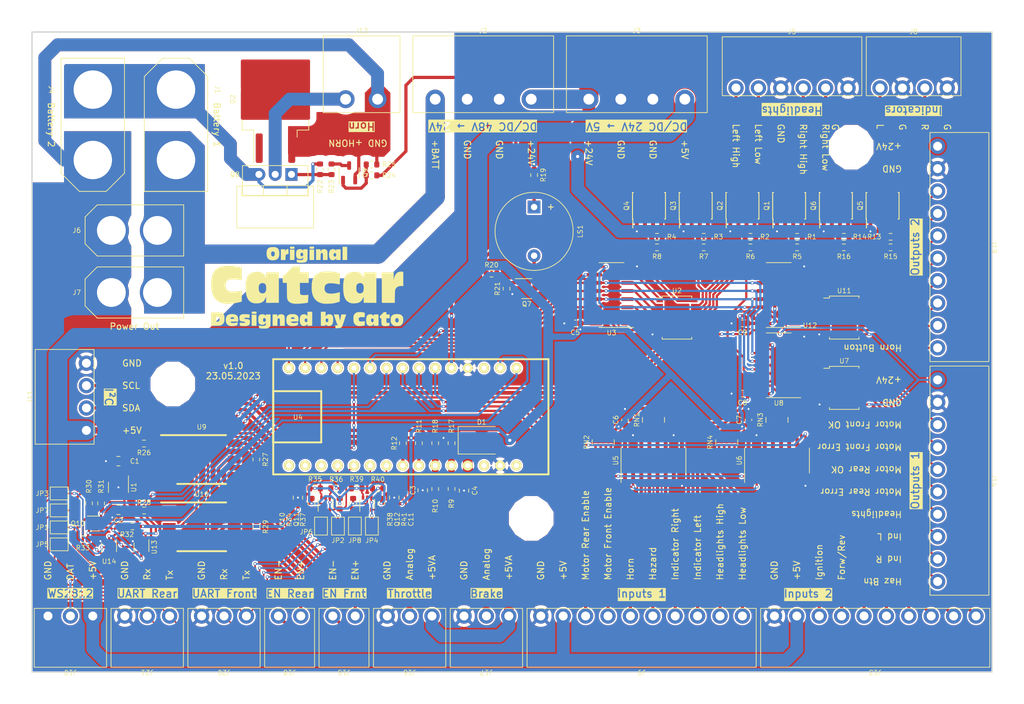
<source format=kicad_pcb>
(kicad_pcb (version 20221018) (generator pcbnew)
  (title_block (title "Kettcar Control") (date "2023-05-23") (rev "1.0") (company "xatLabs") (comment 1 "Julian Metzler"))
  (layers (0 "F.Cu" signal) (31 "B.Cu" signal) (34 "B.Paste" user) (35 "F.Paste" user) (36 "B.SilkS" user "B.Silkscreen") (37 "F.SilkS" user "F.Silkscreen") (38 "B.Mask" user) (39 "F.Mask" user) (44 "Edge.Cuts" user))
  (net 0 "")
  (net 1 "+BATT")
  (net 2 "BATT_MIDDLE")
  (net 3 "GND")
  (net 4 "+24V")
  (net 5 "+5V")
  (net 6 "/HL_HI_LEFT_24V")
  (net 7 "/HL_LO_LEFT_24V")
  (net 8 "/HL_HI_RIGHT_24V")
  (net 9 "/HL_LO_RIGHT_24V")
  (net 10 "/TI_LEFT_24V")
  (net 11 "/TI_RIGHT_24V")
  (net 12 "/WS2812_DO_5V")
  (net 13 "/ANA_THROTTLE_5V")
  (net 14 "/ANA_BRAKE_5V")
  (net 15 "/UART_TX_FRONT_3V3")
  (net 16 "/UART_RX_FRONT_3V3")
  (net 17 "/HORN_24V")
  (net 18 "/SW_HL_LO_5V")
  (net 19 "/SW_HL_HI_5V")
  (net 20 "/SW_TI_LEFT_5V")
  (net 21 "/SW_TI_RIGHT_5V")
  (net 22 "/SW_HORN_5V")
  (net 23 "+3V3")
  (net 24 "+5VA")
  (net 25 "/IND_MOT_FRONT_OK_GND")
  (net 26 "/IND_MOT_FRONT_ERR_GND")
  (net 27 "/IND_MOT_REAR_OK_GND")
  (net 28 "/IND_MOT_REAR_ERR_GND")
  (net 29 "/IND_HL_GND")
  (net 30 "/IND_TI_LEFT_GND")
  (net 31 "/IND_TI_RIGHT_GND")
  (net 32 "/IND_TI_HAZ_GND")
  (net 33 "/SW_IGN_5V")
  (net 34 "/SW_TI_HAZ_5V")
  (net 35 "/SW_MOT_FRONT_5V")
  (net 36 "/SW_MOT_REAR_5V")
  (net 37 "/IND_HORN_GND")
  (net 38 "/UART_TX_REAR_3V3")
  (net 39 "/UART_RX_REAR_3V3")
  (net 40 "Net-(LS1-Pad1)")
  (net 41 "Net-(Q9-D)")
  (net 42 "Net-(Q1-G)")
  (net 43 "Net-(Q2-G)")
  (net 44 "Net-(Q3-G)")
  (net 45 "Net-(Q4-G)")
  (net 46 "Net-(Q5-G)")
  (net 47 "Net-(Q6-G)")
  (net 48 "Net-(Q7-G)")
  (net 49 "/UART_TX_3V3")
  (net 50 "/UART_RX_5V")
  (net 51 "/UART_RX_3V3")
  (net 52 "/UART_TX_5V")
  (net 53 "Net-(Q9-G)")
  (net 54 "/HL_HI_LEFT_GATE")
  (net 55 "/HL_LO_LEFT_GATE")
  (net 56 "/HL_HI_RIGHT_GATE")
  (net 57 "/HL_LO_RIGHT_GATE")
  (net 58 "/TI_RIGHT_GATE")
  (net 59 "/TI_LEFT_GATE")
  (net 60 "/HORN_GATE")
  (net 61 "/BUZZER_GATE")
  (net 62 "/IN_SER_~{LOAD}_5V")
  (net 63 "/IN_SER_CLK_5V")
  (net 64 "/IN_SER_DAT_5V")
  (net 65 "/UART_SEL_5V")
  (net 66 "/OUT_SER_~{EN}_5V")
  (net 67 "/OUT_SER_LOAD_5V")
  (net 68 "/OUT_SER_CLK_5V")
  (net 69 "/OUT_SER_DAT_5V")
  (net 70 "/EN_REAR_GND")
  (net 71 "/EN_FRONT_GND")
  (net 74 "Net-(Q7-D)")
  (net 75 "Net-(Q8-G)")
  (net 76 "Net-(U2-I1)")
  (net 77 "Net-(U2-I2)")
  (net 78 "Net-(U2-I3)")
  (net 79 "Net-(U2-I4)")
  (net 80 "Net-(U2-I5)")
  (net 81 "Net-(U2-I6)")
  (net 82 "Net-(U2-I7)")
  (net 83 "Net-(U2-I8)")
  (net 89 "/SWUART_F_RX_3V3")
  (net 92 "Net-(U5-Q7)")
  (net 94 "Net-(U7-I1)")
  (net 95 "Net-(U7-I2)")
  (net 96 "Net-(U7-I3)")
  (net 97 "Net-(U7-I4)")
  (net 98 "Net-(U7-I5)")
  (net 99 "Net-(U7-I6)")
  (net 100 "Net-(U7-I7)")
  (net 101 "Net-(U7-I8)")
  (net 102 "Net-(U12-SER)")
  (net 103 "Net-(U11-I1)")
  (net 104 "Net-(U11-I2)")
  (net 105 "Net-(U11-I3)")
  (net 106 "Net-(U11-I4)")
  (net 107 "Net-(U11-I5)")
  (net 108 "Net-(U11-I6)")
  (net 109 "Net-(U11-I7)")
  (net 110 "Net-(U11-I8)")
  (net 111 "Net-(U12-QH')")
  (net 112 "/SW_FORW_REV_5V")
  (net 113 "/I2C_SDA_5V")
  (net 114 "/I2C_SCL_5V")
  (net 115 "Net-(J13-Pin_1)")
  (net 116 "Net-(J13-Pin_2)")
  (net 117 "Net-(J13-Pin_3)")
  (net 118 "Net-(U4-A6)")
  (net 119 "Net-(U4-A7)")
  (net 120 "Net-(R26-Pad1)")
  (net 121 "Net-(R27-Pad1)")
  (net 123 "Net-(J13-Pin_4)")
  (net 124 "Net-(J13-Pin_5)")
  (net 125 "Net-(J13-Pin_6)")
  (net 126 "Net-(J15-Pin_1)")
  (net 127 "Net-(J15-Pin_2)")
  (net 128 "Net-(J18-Pin_1)")
  (net 129 "Net-(J18-Pin_2)")
  (net 130 "Net-(J19-Pin_3)")
  (net 131 "Net-(J19-Pin_4)")
  (net 132 "Net-(J19-Pin_5)")
  (net 133 "Net-(J19-Pin_6)")
  (net 134 "Net-(J19-Pin_7)")
  (net 135 "Net-(J19-Pin_8)")
  (net 136 "Net-(J19-Pin_9)")
  (net 137 "Net-(R28-Pad1)")
  (net 138 "Net-(R29-Pad1)")
  (net 139 "/SWUART_F_TX_3V3")
  (net 140 "/SWUART_R_RX_3V3")
  (net 141 "/SWUART_R_TX_3V3")
  (net 142 "/SWUART_F_TX_5V")
  (net 143 "/SWUART_F_RX_5V")
  (net 144 "/SWUART_R_TX_5V")
  (net 145 "/SWUART_R_RX_5V")
  (net 146 "Net-(JP1-B)")
  (net 147 "Net-(JP3-B)")
  (net 148 "Net-(JP5-B)")
  (net 149 "Net-(JP7-B)")
  (footprint "Package_TO_SOT_SMD:TSOT-23-5" (layer "F.Cu") (at 43.5 121.15 -90)
    (fp_text reference "U1")
    (fp_text value "NCP114BSN330T1G" hide)
  )
  (footprint "Jumper:SolderJumper-2_P1.3mm_Open_TrianglePad1.0x1.5mm" (layer "F.Cu") (at 75.15 127.2 90)
    (fp_text reference "JP6")
    (fp_text value "Tx F HW" hide)
  )
  (footprint "Jumper:SolderJumper-2_P1.3mm_Open_TrianglePad1.0x1.5mm" (layer "F.Cu") (at 80.45 127.2 90)
    (fp_text reference "JP8")
    (fp_text value "Tx R HW" hide)
  )
  (footprint "Resistor_SMD:R_0603_1608Metric" (layer "F.Cu") (at 149.55 82)
    (fp_text reference "R1")
    (fp_text value "4.7k" hide)
  )
  (footprint "Resistor_SMD:R_Array_Concave_4x0603" (layer "F.Cu") (at 127.1 110.6 90)
    (fp_text reference "RN1")
    (fp_text value "10k" hide)
  )
  (footprint "Resistor_SMD:R_0603_1608Metric" (layer "F.Cu") (at 90.45 114.25 -90)
    (fp_text reference "R11")
    (fp_text value "4.7k" hide)
  )
  (footprint "Resistor_SMD:R_0603_1608Metric" (layer "F.Cu") (at 65.05 116.8 -90)
    (fp_text reference "R27")
    (fp_text value "1M" hide)
  )
  (footprint "custom:Conn_DEGSON_15EDGRC-3.5-10P" (layer "F.Cu") (at 125.25 141.25 180)
    (fp_text reference "J9")
    (fp_text value "Inputs 1" hide)
  )
  (footprint "custom:Optocoupler_SMD_6pin" (layer "F.Cu") (at 56.52 127.31)
    (fp_text reference "U10")
    (fp_text value "CNY17-3" hide)
  )
  (footprint "Resistor_SMD:R_0603_1608Metric" (layer "F.Cu") (at 47.5 114.3 180)
    (fp_text reference "R26")
    (fp_text value "1k" hide)
  )
  (footprint "custom:Conn_DEGSON_15EDGRC-3.5-03P" (layer "F.Cu") (at 36 141.25 180)
    (fp_text reference "J10")
    (fp_text value "WS2812" hide)
  )
  (footprint "Package_SO:SOIC-16_3.9x9.9mm_P1.27mm" (layer "F.Cu") (at 146.675 91.1 180)
    (fp_text reference "U12")
    (fp_text value "74HC595" hide)
  )
  (footprint "custom:Conn_XT90PB" (layer "F.Cu") (at 39.5 64.5 -90)
    (fp_text reference "J4")
    (fp_text value "Battery 2" hide)
  )
  (footprint "Package_TO_SOT_SMD:SOT-363_SC-70-6" (layer "F.Cu") (at 39.85 126.8)
    (fp_text reference "Q10")
    (fp_text value "BSS138BKS" hide)
  )
  (footprint "Jumper:SolderJumper-2_P1.3mm_Open_TrianglePad1.0x1.5mm" (layer "F.Cu") (at 83.1 127.2 90)
    (fp_text reference "JP4")
    (fp_text value "Rx R HW" hide)
  )
  (footprint "Resistor_SMD:R_0603_1608Metric" (layer "F.Cu") (at 80.725 121.3)
    (fp_text reference "R39")
    (fp_text value "10k" hide)
  )
  (footprint "Resistor_SMD:R_0603_1608Metric" (layer "F.Cu") (at 156.85 83.65 180)
    (fp_text reference "R16")
    (fp_text value "4.7k" hide)
  )
  (footprint "Resistor_SMD:R_0603_1608Metric" (layer "F.Cu") (at 93 121.4 -90)
    (fp_text reference "R10")
    (fp_text value "1k" hide)
  )
  (footprint "Resistor_SMD:R_0603_1608Metric" (layer "F.Cu") (at 76.8 71.45 90)
    (fp_text reference "R23")
    (fp_text value "4.7k" hide)
  )
  (footprint "Package_SO:SSOP-18_4.4x6.5mm_P0.65mm" (layer "F.Cu") (at 130.775 94.625)
    (fp_text reference "U2")
    (fp_text value "TBD62083A" hide)
  )
  (footprint "Resistor_SMD:R_Array_Concave_4x0603" (layer "F.Cu") (at 146.4 110.6 90)
    (fp_text reference "RN3")
    (fp_text value "10k" hide)
  )
  (footprint "Capacitor_SMD:C_0805_2012Metric" (layer "F.Cu") (at 43.5 124.65 180)
    (fp_text reference "C2")
    (fp_text value "1µ" hide)
  )
  (footprint "Resistor_SMD:R_0603_1608Metric" (layer "F.Cu") (at 127.65 82)
    (fp_text reference "R4")
    (fp_text value "4.7k" hide)
  )
  (footprint "custom:SO8_FET" (layer "F.Cu") (at 162.9 77.15 90)
    (fp_text reference "Q5")
    (fp_text value "AO4407A" hide)
  )
  (footprint "Package_TO_SOT_SMD:SOT-363_SC-70-6" (layer "F.Cu") (at 82.375 123.7 90)
    (fp_text reference "Q12")
    (fp_text value "BSS138BKS" hide)
  )
  (footprint "custom:Conn_DEGSON_15EDGRC-3.5-04P" (layer "F.Cu") (at 38.5 107 90)
    (fp_text reference "J11")
    (fp_text value "I²C" hide)
  )
  (footprint "Capacitor_SMD:C_0805_2012Metric" (layer "F.Cu") (at 97.5 121.65 -90)
    (fp_text reference "C4")
    (fp_text value "4.7µ" hide)
  )
  (footprint "Package_SO:SOIC-16_3.9x9.9mm_P1.27mm" (layer "F.Cu") (at 146.675 102.075 180)
    (fp_text reference "U8")
    (fp_text value "74HC595" hide)
  )
  (footprint "Jumper:SolderJumper-2_P1.3mm_Open_TrianglePad1.0x1.5mm" (layer "F.Cu") (at 34.25 130.05)
    (fp_text reference "JP5")
    (fp_text value "Tx F SW" hide)
  )
  (footprint "Jumper:SolderJumper-2_P1.3mm_Open_TrianglePad1.0x1.5mm" (layer "F.Cu") (at 34.25 122.1)
    (fp_text reference "JP3")
    (fp_text value "Rx R SW" hide)
  )
  (footprint "custom:Conn_DEGSON_15EDGRC-3.5-10P" (layer "F.Cu") (at 161.75 141.25 180)
    (fp_text reference "J13")
    (fp_text value "Inputs 2" hide)
  )
  (footprint "Resistor_SMD:R_0603_1608Metric" (layer "F.Cu") (at 156.85 82)
    (fp_text reference "R14")
    (fp_text value "4.7k" hide)
  )
  (footprint "Resistor_SMD:R_0603_1608Metric" (layer "F.Cu") (at 95.55 121.4 -90)
    (fp_text reference "R9")
    (fp_text value "1k" hide)
  )
  (footprint "Buzzer_Beeper:Buzzer_12x9.5RM7.6" (layer "F.Cu") (at 108.45 77.35 -90)
    (fp_text reference "LS1")
    (fp_text value "LD-BZEG-1203" hide)
  )
  (footprint "Resistor_SMD:R_0603_1608Metric" (layer "F.Cu") (at 65.07 127.31 -90)
    (fp_text reference "R29")
    (fp_text value "1M" hide)
  )
  (footprint "custom:Conn_DEGSON_2EDGRC-5.0-02P" (layer "F.Cu") (at 81.5 60.5)
    (fp_text reference "J12")
    (fp_text value "Horn" hide)
  )
  (footprint "custom:Conn_DEGSON_15EDGRC-3.5-02P" (layer "F.Cu") (at 70.25 141.25 180)
    (fp_text reference "J18")
    (fp_text value "Enable Rear" hide)
  )
  (footprint "custom:SO8_FET" (layer "F.Cu") (at 126.4 77.15 90)
    (fp_text reference "Q4")
    (fp_text value "AO4407A" hide)
  )
  (footprint "Resistor_SMD:R_0603_1608Metric" (layer "F.Cu") (at 83.05 72.4)
    (fp_text reference "R24")
    (fp_text value "4.7k" hide)
  )
  (footprint "Resistor_SMD:R_Array_Concave_4x0603" (layer "F.Cu") (at 119.25 114.1 90)
    (fp_text reference "RN2")
    (fp_text value "10k" hide)
  )
  (footprint "custom:Conn_DEGSON_15EDGRC-3.5-03P" (layer "F.Cu") (at 60 141.25 180)
    (fp_text reference "J20")
    (fp_text value "UART Front" hide)
  )
  (footprint "Package_SO:SOIC-16_3.9x9.9mm_P1.27mm" (layer "F.Cu") (at 146.4 116.95 90)
    (fp_text reference "U6")
    (fp_text value "74HC165" hide)
  )
  (footprint "Package_TO_SOT_SMD:SOT-23-3" (layer "F.Cu") (at 107.3 90.1)
    (fp_text reference "Q7")
    (fp_text value "MMBT7002K" hide)
  )
  (footprint "Resistor_SMD:R_0603_1608Metric" (layer "F.Cu") (at 127.65 83.65 180)
    (fp_text reference "R8")
    (fp_text value "4.7k" hide)
  )
  (footprint "custom:Conn_XT60PB" (layer "F.Cu") (at 46 81 180)
    (fp_text reference "J6")
    (fp_text value "Battery Out" hide)
  )
  (footprint "Package_TO_SOT_THT:TO-220-3_Vertical" (layer "F.Cu") (at 70.54 72.25 180)
    (fp_text reference "Q8")
    (fp_text value "IXTP96P085T" hide)
  )
  (footprint "Resistor_SMD:R_0603_1608Metric" (layer "F.Cu") (at 47.52 124.76 180)
    (fp_text reference "R28")
    (fp_text value "1k" hide)
  )
  (footprint "custom:Conn_DEGSON_15EDGRC-3.5-10P" (layer "F.Cu") (at 171.5 83.6 -90)
    (fp_text reference "J19")
    (fp_text value "Outputs 2" hide)
  )
  (footprint "Resistor_SMD:R_0603_1608Metric" (layer "F.Cu") (at 134.95 83.65 180)
    (fp_text reference "R7")
    (fp_text value "4.7k" hide)
  )
  (footprint "Resistor_SMD:R_0603_1608Metric" (layer "F.Cu") (at 101.8 87.75 180)
    (fp_text reference "R20")
    (fp_text value "4.7k" hide)
  )
  (footprint "custom:Conn_DEGSON_15EDGRC-3.5-03P" (layer "F.Cu") (at 48 141.25 180)
    (fp_text reference "J21")
    (fp_text value "UART Rear" hide)
  )
  (footprint "Resistor_SMD:R_0603_1608Metric" (layer "F.Cu") (at 73.675 123.7 -90)
    (fp_text reference "R34")
    (fp_text value "10k" hide)
  )
  (footprint "custom:Conn_DEGSON_15EDGRC-3.5-03P" (layer "F.Cu") (at 89 141.25 180)
    (fp_text reference "J16")
    (fp_text value "Throttle" hide)
  )
  (footprint "custom:Conn_DEGSON_2EDGRC-5.0-04P" (layer "F.Cu") (at 124.5 60.5)
    (fp_text reference "J3")
    (fp_text value "DC/DC 24V=>5V" hide)
  )
  (footprint "Resistor_SMD:R_0603_1608Metric" (layer "F.Cu") (at 77.525 121.3 180)
    (fp_text reference "R36")
    (fp_text value "10k" hide)
  )
  (footprint "Package_TO_SOT_SMD:TO-263-2" (layer "F.Cu") (at 68.04 60.5 90)
    (fp_text reference "D2")
    (fp_text value "MBRB20100CT" hide)
  )
  (footprint "custom:SO8_FET" (layer "F.Cu") (at 155.6 77.15 90)
    (fp_text reference "Q6")
    (fp_text value "AO4407A" hide)
  )
  (footprint "Resistor_SMD:R_0603_1608Metric" (layer "F.Cu") (at 84.025 121.3 180)
    (fp_text reference "R40")
    (fp_text value "10k" hide)
  )
  (footprint "custom:SO8_FET" (layer "F.Cu") (at 141 77.15 90)
    (fp_text reference "Q2")
    (fp_text value "AO4407A" hide)
  )
  (footprint "Diode_SMD:D_SMB" (layer "F.Cu") (at 100.25 113.8)
    (fp_text reference "D1")
    (fp_text value "SK110" hide)
  )
  (footprint "Resistor_SMD:R_0603_1608Metric" (layer "F.Cu") (at 134.95 82)
    (fp_text reference "R3")
    (fp_text value "4.7k" hide)
  )
  (footprint "Jumper:SolderJumper-2_P1.3mm_Open_TrianglePad1.0x1.5mm" (layer "F.Cu") (at 34.25 127.4)
    (fp_text reference "JP1")
    (fp_text value "Rx F SW" hide)
  )
  (footprint "custom:Radiator_HS-112" (layer "F.Cu") (at 68 78 180)
    (fp_text reference "REF**" hide)
    (fp_text value "Radiator_HS-112" hide)
  )
  (footprint "Resistor_SMD:R_0603_1608Metric" (layer "F.Cu") (at 164.15 83.65 180)
    (fp_text reference "R15")
    (fp_text value "4.7k" hide)
  )
  (footprint "custom:Conn_DEGSON_15EDGRC-3.5-06P" (layer "F.Cu") (at 148.75 58.75)
    (fp_text reference "J5")
    (fp_text value "Headlights" hide)
  )
  (footprint "custom:Conn_DEGSON_15EDGRC-3.5-10P" (layer "F.Cu") (at 171.5 120.1 -90)
    (fp_text reference "J14")
    (fp_text value "Outputs 1" hide)
  )
  (footprint "custom:Designed_by_Cato" (layer "F.Cu") (at 73 95)
    (fp_text reference "G***" hide)
    (fp_text value "LOGO" hide)
  )
  (footprint "Resistor_SMD:R_0603_1608Metric" (layer "F.Cu") (at 95.55 114.25 90)
    (fp_text reference "R17")
    (fp_text value "100k" hide)
  )
  (footprint "Capacitor_SMD:C_0805_2012Metric" (layer "F.Cu") (at 86.6 122.75 90)
    (fp_text reference "C11")
    (fp_text value "1µ" hide)
  )
  (footprint "Resistor_SMD:R_0603_1608Metric" (layer "F.Cu") (at 80.175 123.7 -90)
    (fp_text reference "R38")
    (fp_text value "10k" hide)
  )
  (footprint "Resistor_SMD:R_0603_1608Metric" (layer "F.Cu") (at 93 114.25 90)
    (fp_text reference "R18")
    (fp_text value "100k" hide)
  )
  (footprint "Resistor_SMD:R_0603_1608Metric" (layer "F.Cu") (at 87.95 114.25 -90)
    (fp_text reference "R12")
    (fp_text value "4.7k" hide)
  )
  (footprint "Jumper:SolderJumper-2_P1.3mm_Open_TrianglePad1.0x1.5mm" (layer "F.Cu") (at 77.8 127.2 90)
    (fp_text reference "JP2")
    (fp_text value "Rx F HW" hide)
  )
  (footprint "MountingHole:MountingHole_3.2mm_M3" (layer "F.Cu") (at 158 68)
    (fp_text reference "REF**" hide)
    (fp_text value "MountingHole_3.2mm_M3")
  )
  (footprint "custom:Conn_DEGSON_15EDGRC-3.5-03P" (layer "F.Cu") (at 101 141.25 180)
    (fp_text reference "J17")
    (fp_text value "Brake" hide)
  )
  (footprint "Package_TO_SOT_SMD:SOT-363_SC-70-6" (layer "F.Cu") (at 42.05 130.5 -90)
    (fp_text reference "U14")
    (fp_text value "NLAST4599" hide)
  )
  (footprint "Resistor_SMD:R_0603_1608Metric" (layer "F.Cu") (at 84.575 123.7 -90)
    (fp_text reference "R41")
    (fp_text value "10k" hide)
  )
  (footprint "MountingHole:MountingHole_3.2mm_M3" (layer "F.Cu") (at 52 105)
    (fp_text reference "REF**" hide)
    (fp_text value "MountingHole_3.2mm_M3")
  )
  (footprint "Resistor_SMD:R_0603_1608Metric" (layer "F.Cu") (at 75 71.45 -90)
    (fp_text reference "R22")
    (fp_text value "4.7k" hide)
  )
  (footprint "custom:Conn_XT90PB" (layer "F.Cu") (at 52.5 64.5 90)
    (fp_text reference "J1")
    (fp_text value "Battery 1" hide)
  )
  (footprint "Resistor_SMD:R_0603_1608Metric" (layer "F.Cu") (at 40.8 123.65 -90)
    (fp_text reference "R31")
    (fp_text value "10k" hide)
  )
  (footprint "Package_SO:SOIC-16_3.9x9.9mm_P1.27mm" (layer "F.Cu") (at 127.1 116.95 90)
    (fp_text reference "U5")
    (fp_text value "74HC165" hide)
  )
  (footprint "Resistor_SMD:R_0603_1608Metric" (layer "F.Cu") (at 74.225 121.3)
    (fp_text reference "R35")
    (fp_text value "10k" hide)
  )
  (footprint "custom:Conn_DEGSON_15EDGRC-3.5-02P" (layer "F.Cu") (at 78.75 141.25 180)
    (fp_text reference "J15")
    (fp_text value "Enable Front" hide)
  )
  (footprint "Resistor_SMD:R_0603_1608Metric" (layer "F.Cu") (at 164.15 82)
    (fp_text reference "R13")
    (fp_text value "4.7k" hide)
  )
  (footprint "Resistor_SMD:R_0603_1608Metric" (layer "F.Cu") (at 45.7 127.25 180)
    (fp_text reference "R32")
    (fp_text value "10k" hide)
  )
  (footprint "Capacitor_SMD:C_0603_1608Metric" (layer "F.Cu") (at 114.875 95.525 180)
    (fp_text reference "C5")
    (fp_text value "100n" hide)
  )
  (footprint "Package_TO_SOT_SMD:SOT-363_SC-70-6" (layer "F.Cu") (at 47.1 130.5 -90)
    (fp_text reference "U13")
    (fp_text value "NLAST4599" hide)
  )
  (footprint "custom:Optocoupler_SMD_6pin" (layer "F.Cu") (at 56.5 116.8)
    (fp_text reference "U9")
    (fp_text value "CNY17-3" hide)
  )
  (footprint "Capacitor_SMD:C_0805_2012Metric" (layer "F.Cu") (at 91.05 121.6 -90)
    (fp_text reference "C3")
    (fp_text value "4.7µ" hide)
  )
  (footprint "custom:SO8_FET" (layer "F.Cu") (at 133.7 77.15 90)
    (fp_text reference "Q3")
    (fp_text value "AO4407A" hide)
  )
  (footprint "custom:Conn_DEGSON_2EDGRC-5.0-04P" (layer "F.Cu") (at 100.5 60.5)
    (fp_text reference "J2")
    (fp_text value "DC/DC 48V=>24V" hide)
  )
  (footprint "custom:Conn_DEGSON_15EDGRC-3.5-04P" (layer "F.Cu") (at 167.75 58.75)
    (fp_text reference "J8")
    (fp_text value "Indicators" hide)
  )
  (footprint "Resistor_SMD:R_0603_1608Metric" (layer "F.Cu") (at 142.25 82)
    (fp_text reference "R2")
    (fp_text value "4.7k" hide)
  )
  (footprint "Resistor_SMD:R_0603_1608Metric" (layer "F.Cu") (at 38.9 123.65 -90)
    (fp_text reference "R30")
    (fp_text value "10k" hide)
  )
  (footprint "Resistor_SMD:R_0603_1608Metric" (layer "F.Cu") (at 78.075 123.7 -90)
    (fp_text reference "R37")
    (fp_text value "10k" hide)
  )
  (footprint "Package_SO:SOIC-16_3.9x9.9mm_P1.27mm" (layer "F.Cu") (at 120.55 91.1 180)
    (fp_text reference "U3")
    (fp_text value "74HC595" hide)
  )
  (footprint "Resistor_SMD:R_0603_1608Metric" (layer "F.Cu") (at 37.95 129.25)
    (fp_text reference "R33")
    (fp_text value "10k" hide)
  )
  (footprint "custom:SO8_FET" (layer "F.Cu") (at 148.3 77.15 90)
    (fp_text reference "Q1")
    (fp_text value "AO4407A" hide)
  )
  (footprint "MountingHole:MountingHole_3.2mm_M3" (layer "F.Cu") (at 80 79)
    (fp_text reference "REF**" hide)
    (fp_text value "MountingHole_3.2mm_M3")
  )
  (footprint "custom:Conn_XT60PB" (layer "F.Cu") (at 46 90.7 180)
    (fp_text reference "J7")
    (fp_text value "Battery Out" hide)
  )
  (footprint "Resistor_SMD:R_0603_1608Metric" (layer "F.Cu") (at 83.05 70.7 180)
    (fp_text reference "R25")
    (fp_text value "100k" hide)
  )
  (footprint "Resistor_SMD:R_0603_1608Metric" (layer "F.Cu") (at 142.25 83.65 180)
    (fp_text reference "R6")
    (fp_text value "4.7k" hide)
  )
  (footprint "Resistor_SMD:R_0603_1608Metric" (layer "F.Cu") (at 149.55 83.65 180)
    (fp_text reference "R5")
    (fp_text value "4.7k" hide)
  )
  (footprint "Package_TO_SOT_SMD:SOT-23-3" (layer "F.Cu") (at 79.55 72 90)
    (fp_text reference "Q9")
    (fp_text value "MMBT7002K" hide)
  )
  (footprint "Package_SO:SSOP-18_4.4x6.5mm_P0.65mm" (layer "F.Cu") (at 156.9 105.6)
    (fp_text reference "U7")
    (fp_text value "TBD62083A" hide)
  )
  (footprint "Resistor_SMD:R_0603_1608Metric" (layer "F.Cu") (at 104.15 90.1 90)
    (fp_text reference "R21")
    (fp_text value "100k" hide)
  )
  (footprint "Capacitor_SMD:C_0603_1608Metric" (layer "F.Cu") (at 141.95 110.6 90)
    (fp_text reference "C7")
    (fp_text value "100n" hide)
  )
  (footprint "Resistor_SMD:R_Array_Concave_4x0603" (layer "F.Cu") (at 138.55 114.1 90)
    (fp_text reference "RN4")
    (fp_text value "10k" hide)
  )
  (footprint "custom:Original_Catcar" (layer "F.Cu") (at 73 88)
    (fp_text reference "G***" hide)
    (fp_text value "LOGO" hide)
  )
  (footprint "Resistor_SMD:R_0603_1608Metric" (layer "F.Cu") (at 108.45 72.35 -90)
    (fp_text reference "R19")
    (fp_text value "180R" hide)
  )
  (footprint "custom:Arduino_Nano" (layer "F.Cu") (at 89.19 110.12)
    (fp_text reference "U4")
    (fp_text value "Arduino Nano" hide)
  )
  (footprint "Capacitor_SMD:C_0805_2012Metric" (layer "F.Cu") (at 71.55 122.75 90)
    (fp_text reference "C10")
    (fp_text value "1µ" hide)
  )
  (footprint "Capacitor_SMD:C_0603_1608Metric" (layer "F.Cu") (at 141 106.5 180)
    (fp_text reference "C8")
    (fp_text value "100n" hide)
  )
  (footprint "Capacitor_SMD:C_0603_1608Metric" (layer "F.Cu") (at 122.65 110.6 90)
    (fp_text reference "C6")
    (fp_text value "100n" hide)
  )
  (footprint "Package_SO:SSOP-18_4.4x6.5mm_P0.65mm" (layer "F.Cu") (at 156.9 94.625)
    (fp_text reference "U11")
    (fp_text value "TBD62083A" hide)
  )
  (footprint "Capacitor_SMD:C_0805_2012Metric" (layer "F.Cu") (at 43.5 117.05 180)
    (fp_text reference "C1")
    (fp_text value "1µ" hide)
  )
  (footprint "Jumper:SolderJumper-2_P1.3mm_Open_TrianglePad1.0x1.5mm" (layer "F.Cu") (at 34.25 124.75)
    (fp_text reference "JP7")
    (fp_text value "Tx R SW" hide)
  )
  (footprint "Package_TO_SOT_SMD:SOT-363_SC-70-6" (layer "F.Cu") (at 75.875 123.7 90)
    (fp_text reference "Q11")
    (fp_text value "BSS138BKS" hide)
  )
  (footprint "Capacitor_SMD:C_0603_1608Metric" (layer "F.Cu") (at 141 95.525 180)
    (fp_text reference "C9")
    (fp_text value "100n" hide)
  )
  (footprint "MountingHole:MountingHole_3.2mm_M3" (layer "F.Cu") (at 108 126)
    (fp_text reference "REF**" hide)
    (fp_text value "MountingHole_3.2mm_M3")
  )
  (gr_rect (start 30 50) (end 180 150) (stroke (width 0.2)) (fill none) (layer "Edge.Cuts"))
  (gr_text "DAT" (at 36 135.75 90) (layer "F.SilkS") (effects (font (size 1 1)) (justify left)))
  (gr_text "GND" (at 97.5 135.75 90) (layer "F.SilkS") (effects (font (size 1 1)) (justify left)))
  (gr_text "                  Outputs 1                  " (at 168 120.1 90) (layer "F.SilkS" knockout) (effects (font (size 1.2 1.2) (thickness 0.2) bold)))
  (gr_text "   Indicators   " (at 167.75 62.25 180) (layer "F.SilkS" knockout) (effects (font (size 1.2 1.2) (thickness 0.2) bold)))
  (gr_text "+5VA" (at 104.5 135.75 90) (layer "F.SilkS") (effects (font (size 1 1)) (justify left)))
  (gr_text "G" (at 173 64.25 270) (layer "F.SilkS") (effects (font (size 1 1)) (justify left)))
  (gr_text "v1.0\n23.05.2023" (at 61.45 102.95) (layer "F.SilkS") (effects (font (size 1 1))))
  (gr_text "Motor Rear Enable" (at 116.5 135.75 90) (layer "F.SilkS") (effects (font (size 1 1)) (justify left)))
  (gr_text "+5V" (at 149.5 135.75 90) (layer "F.SilkS") (effects (font (size 1 1)) (justify left)))
  (gr_text "GND" (at 122 66.75 -90) (layer "F.SilkS") (effects (font (size 1 1)) (justify left)))
  (gr_text "Indicator Right" (at 130.5 135.75 90) (layer "F.SilkS") (effects (font (size 1 1)) (justify left)))
  (gr_text "  Throttle  " (at 89 137.75) (layer "F.SilkS" knockout) (effects (font (size 1.2 1.2) (thickness 0.2) bold)))
  (gr_text "Ind R" (at 166 132.35 180) (layer "F.SilkS") (effects (font (size 1 1)) (justify left)))
  (gr_text "Battery 2" (at 33 64.5 -90) (layer "F.SilkS") (effects (font (size 1 1))))
  (gr_text "    DC/DC 24V → 5V    " (at 124.5 64.75 180) (layer "F.SilkS" knockout) (effects (font (size 1.2 1.2) (thickness 0.2) bold)))
  (gr_text "G" (at 155.5 64.25 270) (layer "F.SilkS") (effects (font (size 1 1)) (justify left)))
  (gr_text "       I²C       " (at 42 107 -90) (layer "F.SilkS" knockout) (effects (font (size 1.2 1.2) (thickness 0.2) bold)))
  (gr_text "+HORN" (at 79 66.75 180) (layer "F.SilkS") (effects (font (size 1 1)) (justify bottom)))
  (gr_text "Motor Front Error" (at 166 114.85 180) (layer "F.SilkS") (effects (font (size 1 1)) (justify left)))
  (gr_text "EN-" (at 68.5 135.75 90) (layer "F.SilkS") (effects (font (size 1 1)) (justify left)))
  (gr_text "GND" (at 84 66.75 180) (layer "F.SilkS") (effects (font (size 1 1)) (justify bottom)))
  (gr_text "                   Inputs 1                   " (at 125.25 137.75) (layer "F.SilkS" knockout) (effects (font (size 1.2 1.2) (thickness 0.2) bold)))
  (gr_text "R" (at 169.5 64.25 270) (layer "F.SilkS") (effects (font (size 1 1)) (justify left)))
  (gr_text "+5VA" (at 92.5 135.75 90) (layer "F.SilkS") (effects (font (size 1 1)) (justify left)))
  (gr_text "    Inputs 2    " (at 151.25 137.75) (layer "F.SilkS" knockout) (effects (font (size 1.2 1.2) (thickness 0.2) bold)))
  (gr_text "Rx" (at 48 135.75 90) (layer "F.SilkS") (effects (font (size 1 1)) (justify left)))
  (gr_text "GND" (at 85.5 135.75 90) (layer "F.SilkS") (effects (font (size 1 1)) (justify left)))
  (gr_text "EN Rear" (at 70.25 137.75) (layer "F.SilkS" knockout) (effects (font (size 1.2 1.2) (thickness 0.2) bold)))
  (gr_text "Haz Btn" (at 166 135.85 180) (layer "F.SilkS") (effects (font (size 1 1)) (justify left)))
  (gr_text "   Brake   " (at 101 137.75) (layer "F.SilkS" knockout) (effects (font (size 1.2 1.2) (thickness 0.2) bold)))
  (gr_text "GND" (at 44.5 135.75 90) (layer "F.SilkS") (effects (font (size 1 1)) (justify left)))
  (gr_text "GND" (at 44 101.75) (layer "F.SilkS") (effects (font (size 1 1)) (justify left)))
  (gr_text "Indicator Left" (at 134 135.75 90) (layer "F.SilkS") (effects (font (size 1 1)) (justify left)))
  (gr_text "Forw/Rev" (at 156.5 135.75 90) (layer "F.SilkS") (effects (font (size 1 1)) (justify left)))
  (gr_text "+5V" (at 39.5 135.75 90) (layer "F.SilkS") (effects (font (size 1 1)) (justify left)))
  (gr_text "GND" (at 166 71.35 180) (layer "F.SilkS") (effects (font (size 1 1)) (justify left)))
  (gr_text "Ind L" (at 166 128.85 180) (layer "F.SilkS") (effects (font (size 1 1)) (justify left)))
  (gr_text "   DC/DC 48V → 24V   " (at 100.5 64.75 180) (layer "F.SilkS" knockout) (effects (font (size 1.2 1.2) (thickness 0.2) bold)))
  (gr_text "Battery 1" (at 58.9 64.5 -90) (layer "F.SilkS") (effects (font (size 1 1))))
  (gr_text "Analog" (at 89 135.75 90) (layer "F.SilkS") (effects (font (size 1 1)) (justify left)))
  (gr_text "Power Out" (at 46 96) (layer "F.SilkS") (effects (font (size 1 1))))
  (gr_text "Analog" (at 101 135.75 90) (layer "F.SilkS") (effects (font (size 1 1)) (justify left)))
  (gr_text "GND" (at 146 135.75 90) (layer "F.SilkS") (effects (font (size 1 1)) (justify left)))
  (gr_text "Left Low" (at 143.5 64.25 270) (layer "F.SilkS") (effects (font (size 1 1)) (justify left)))
  (gr_text "+24V" (at 166 104.35 180) (layer "F.SilkS") (effects (font (size 1 1)) (justify left)))
  (gr_text "Tx" (at 51.5 135.75 90) (layer "F.SilkS") (effects (font (size 1 1)) (justify left)))
  (gr_text "EN Frnt" (at 78.75 137.75) (layer "F.SilkS" knockout) (effects (font (size 1.2 1.2) (thickness 0.2) bold)))
  (gr_text "Right High" (at 150.5 64.25 270) (layer "F.SilkS") (effects (font (size 1 1)) (justify left)))
  (gr_text "Right Low" (at 154 64.25 270) (layer "F.SilkS") (effects (font (size 1 1)) (justify left)))
  (gr_text "+24V" (at 117 66.75 270) (layer "F.SilkS") (effects (font (size 1 1)) (justify left)))
  (gr_text "EN+" (at 80.5 135.75 90) (layer "F.SilkS") (effects (font (size 1 1)) (justify left)))
  (gr_text "+5V" (at 44 112.25) (layer "F.SilkS") (effects (font (size 1 1)) (justify left)))
  (gr_text "GND" (at 166 107.85 180) (layer "F.SilkS") (effects (font (size 1 1)) (justify left)))
  (gr_text "    Horn    " (at 81.5 64.75 180) (layer "F.SilkS" knockout) (effects (font (size 1.2 1.2) (thickness 0.2) bold)))
  (gr_text "G" (at 166 64.25 270) (layer "F.SilkS") (effects (font (size 1 1)) (justify left)))
  (gr_text "GND" (at 98 66.75 -90) (layer "F.SilkS") (effects (font (size 1 1)) (justify left)))
  (gr_text "Motor Front OK" (at 166 111.35 180) (layer "F.SilkS") (effects (font (size 1 1)) (justify left)))
  (gr_text "L" (at 162.5 64.25 270) (layer "F.SilkS") (effects (font (size 1 1)) (justify left)))
  (gr_text "GND" (at 56.5 135.75 90) (layer "F.SilkS") (effects (font (size 1 1)) (justify left)))
  (gr_text "+24V" (at 166 67.85 180) (layer "F.SilkS") (effects (font (size 1 1)) (justify left)))
  (gr_text "Rx" (at 60 135.75 90) (layer "F.SilkS") (effects (font (size 1 1)) (justify left)))
  (gr_text "SDA" (at 44 108.75) (layer "F.SilkS") (effects (font (size 1 1)) (justify left)))
  (gr_text "Motor Rear OK" (at 166 118.35 180) (layer "F.SilkS") (effects (font (size 1 1)) (justify left)))
  (gr_text "EN-" (at 77 135.75 90) (layer "F.SilkS") (effects (font (size 1 1)) (justify left)))
  (gr_text "GND" (at 103 66.75 -90) (layer "F.SilkS") (effects (font (size 1 1)) (justify left)))
  (gr_text "+24V" (at 108 66.75 270) (layer "F.SilkS") (effects (font (size 1 1)) (justify left)))
  (gr_text "SCL" (at 44 105.25) (layer "F.SilkS") (effects (font (size 1 1)) (justify left)))
  (gr_text "Headlights" (at 166 125.35 180) (layer "F.SilkS") (effects (font (size 1 1)) (justify left)))
  (gr_text "Motor Front Enable" (at 120 135.75 90) (layer "F.SilkS") (effects (font (size 1 1)) (justify left)))
  (gr_text "GND" (at 109.5 135.75 90) (layer "F.SilkS") (effects (font (size 1 1)) (justify left)))
  (gr_text "Ignition" (at 153 135.75 90) (layer "F.SilkS") (effects (font (size 1 1)) (justify left)))
  (gr_text "GND" (at 127 66.75 -90) (layer "F.SilkS") (effects (font (size 1 1)) (justify left)))
  (gr_text "  WS2812  " (at 36 137.75) (layer "F.SilkS" knockout) (effects (font (size 1.2 1.2) (thickness 0.2) bold)))
  (gr_text "Left High" (at 140 64.25 270) (layer "F.SilkS") (effects (font (size 1 1)) (justify left)))
  (gr_text "Horn" (at 123.5 135.75 90) (layer "F.SilkS") (effects (font (size 1 1)) (justify left)))
  (gr_text "GND" (at 32.5 135.75 90) (layer "F.SilkS") (effects (font (size 1 1)) (justify left)))
  (gr_text "Horn Button" (at 166 99.35 180) (layer "F.SilkS") (effects (font (size 1 1)) (justify left)))
  (gr_text "Tx" (at 63.5 135.75 90) (layer "F.SilkS") (effects (font (size 1 1)) (justify left)))
  (gr_text "UART Front" (at 60 137.75) (layer "F.SilkS" knockout) (effects (font (size 1.2 1.2) (thickness 0.2) bold)))
  (gr_text "Headlights High" (at 137.5 135.75 90) (layer "F.SilkS") (effects (font (size 1 1)) (justify left)))
  (gr_text "+5V" (at 132 66.75 270) (layer "F.SilkS") (effects (font (size 1 1)) (justify left)))
  (gr_text "       Headlights       " (at 148.75 62.25 180) (layer "F.SilkS" knockout) (effects (font (size 1.2 1.2) (thickness 0.2) bold)))
  (gr_text "GND" (at 147 64.25 270) (layer "F.SilkS") (effects (font (size 1 1)) (justify left)))
  (gr_text "Headlights Low" (at 141 135.75 90) (layer "F.SilkS") (effects (font (size 1 1)) (justify left)))
  (gr_text "                  Outputs 2                  " (at 168 83.6 90) (layer "F.SilkS" knockout) (effects (font (size 1.2 1.2) (thickness 0.2) bold)))
  (gr_text "EN+" (at 72 135.75 90) (layer "F.SilkS") (effects (font (size 1 1)) (justify left)))
  (gr_text "Hazard" (at 127 135.75 90) (layer "F.SilkS") (effects (font (size 1 1)) (justify left)))
  (gr_text "Motor Rear Error" (at 166 121.85 180) (layer "F.SilkS") (effects (font (size 1 1)) (justify left)))
  (gr_text "UART Rear" (at 48 137.75) (layer "F.SilkS" knockout) (effects (font (size 1.2 1.2) (thickness 0.2) bold)))
  (gr_text "+BATT" (at 93 66.75 270) (layer "F.SilkS") (effects (font (size 1 1)) (justify left)))
  (gr_text "+5V" (at 113 135.75 90) (layer "F.SilkS") (effects (font (size 1 1)) (justify left)))
  (segment (start 93 75.75) (end 84.05 84.7) (width 3) (layer "F.Cu") (net 1))
  (segment (start 93 60.5) (end 93 75.75) (width 3) (layer "F.Cu") (net 1))
  (segment (start 84.05 84.7) (end 55.9 84.7) (width 3) (layer "F.Cu") (net 1))
  (segment (start 93 60.5) (end 93 75.75) (width 3) (layer "B.Cu") (net 1))
  (segment (start 84.05 84.7) (end 55.9 84.7) (width 3) (layer "B.Cu") (net 1))
  (segment (start 93 75.75) (end 84.05 84.7) (width 3) (layer "B.Cu") (net 1))
  (segment (start 63.5 72.25) (end 65.46 72.25) (width 2) (layer "F.Cu") (net 2))
  (segment (start 75 70.625) (end 73.925 70.625) (width 0.5) (layer "F.Cu") (net 2))
  (segment (start 52.5 59) (end 61 67.5) (width 2) (layer "F.Cu") (net 2))
  (segment (start 61 67.5) (end 61 69.75) (width 2) (layer "F.Cu") (net 2))
  (segment (start 61 69.75) (end 63.5 72.25) (width 2) (layer "F.Cu") (net 2))
  (segment (start 73.925 70.625) (end 73.9 70.65) (width 0.5) (layer "F.Cu") (net 2))
  (via (at 73.9 70.65) (size 0.5) (drill 0.3) (layers "F.Cu" "B.Cu") (net 2))
  (segment (start 65.46 73.41) (end 65.46 72.25) (width 0.5) (layer "B.Cu") (net 2))
  (segment (start 61 67.5) (end 61 69.75) (width 2) (layer "B.Cu") (net 2))
  (segment (start 52.5 59) (end 61 67.5) (width 2) (layer "B.Cu") (net 2))
  (segment (start 63.5 72.25) (end 65.46 72.25) (width 2) (layer "B.Cu") (net 2))
  (segment (start 66.25 74.2) (end 65.46 73.41) (width 0.5) (layer "B.Cu") (net 2))
  (segment (start 61 69.75) (end 63.5 72.25) (width 2) (layer "B.Cu") (net 2))
  (segment (start 73.9 73.15) (end 72.85 74.2) (width 0.5) (layer "B.Cu") (net 2))
  (segment (start 73.9 70.65) (end 73.9 73.15) (width 0.5) (layer "B.Cu") (net 2))
  (segment (start 72.85 74.2) (end 66.25 74.2) (width 0.5) (layer "B.Cu") (net 2))
  (segment (start 81.05 71.7) (end 81.05 69.05) (width 0.5) (layer "F.Cu") (net 3))
  (segment (start 39.5 70) (end 35 70) (width 2) (layer "F.Cu") (net 3))
  (segment (start 32 54) (end 34 52) (width 2) (layer "F.Cu") (net 3))
  (segment (start 34 52) (end 79.5 52) (width 2) (layer "F.Cu") (net 3))
  (segment (start 84 56.5) (end 84 60.5) (width 2) (layer "F.Cu") (net 3))
  (segment (start 32 67) (end 32 54) (width 2) (layer "F.Cu") (net 3))
  (segment (start 80.5 72.25) (end 81.05 71.7) (width 0.5) (layer "F.Cu") (net 3))
  (segment (start 83.875 70.7) (end 83.875 69.075) (width 0.5) (layer "F.Cu") (net 3))
  (segment (start 79.5 52) (end 84 56.5) (width 2) (layer "F.Cu") (net 3))
  (segment (start 80.5 73.1375) (end 80.5 72.25) (width 0.5) (layer "F.Cu") (net 3))
  (segment (start 35 70) (end 32 67) (width 2) (layer "F.Cu") (net 3))
  (via (at 141.95 108.9) (size 0.5) (drill 0.3) (layers "F.Cu" "B.Cu") (net 3))
  (via (at 150.85 120.9) (size 0.5) (drill 0.3) (layers "F.Cu" "B.Cu") (net 3))
  (via (at 40.7 129.55) (size 0.5) (drill 0.3) (layers "F.Cu" "B.Cu") (net 3))
  (via (at 139.3 106.5) (size 0.5) (drill 0.3) (layers "F.Cu" "B.Cu") (net 3))
  (via (at 126.95 97.25) (size 0.5) (drill 0.3) (layers "F.Cu" "B.Cu") (net 3))
  (via (at 91.05 121.6) (size 0.5) (drill 0.3) (layers "F.Cu" "B.Cu") (net 3))
  (via (at 41.55 117.05) (size 0.5) (drill 0.3) (layers "F.Cu" "B.Cu") (net 3))
  (via (at 43.5 121.15) (size 0.5) (drill 0.3) (layers "F.Cu" "B.Cu") (net 3))
  (via (at 97.5 121.65) (size 0.5) (drill 0.3) (layers "F.Cu" "B.Cu") (net 3))
  (via (at 150.65 97.6) (size 0.5) (drill 0.3) (layers "F.Cu" "B.Cu") (net 3))
  (via (at 130.25 113) (size 0.5) (drill 0.3) (layers "F.Cu" "B.Cu") (net 3))
  (via (at 122.65 108.9) (size 0.5) (drill 0.3) (layers "F.Cu" "B.Cu") (net 3))
  (via (at 143.2 113) (size 0.5) (drill 0.3) (layers "F.Cu" "B.Cu") (net 3))
  (via (at 42.55 125.85) (size 0.5) (drill 0.3) (layers "F.Cu" "B.Cu") (net 3))
  (via (at 123.9 113) (size 0.5) (drill 0.3) (layers "F.Cu" "B.Cu") (net 3))
  (via (at 71.55 122.75) (size 0.5) (drill 0.3) (layers "F.Cu" "B.Cu") (net 3))
  (via (at 139.3 95.525) (size 0.5) (drill 0.3) (layers "F.Cu" "B.Cu") (net 3))
  (via (at 105.05 90.95) (size 0.5) (drill 0.3) (layers "F.Cu" "B.Cu") (net 3))
  (via (at 150.65 86.625) (size 0.5) (drill 0.3) (layers "F.Cu" "B.Cu") (net 3))
  (via (at 153.05 108.2) (size 0.5) (drill 0.3) (layers "F.Cu" "B.Cu") (net 3))
  (via (at 113.175 95.525) (size 0.5) (drill 0.3) (layers "F.Cu" "B.Cu") (net 3))
  (via (at 124.525 86.625) (size 0.5) (drill 0.3) (layers "F.Cu" "B.Cu") (net 3))
  (via (at 153 97.25) (size 0.5) (drill 0.3) (layers "F.Cu" "B.Cu") (net 3))
  (via (at 131.55 120.9) (size 0.5) (drill 0.3) (layers "F.Cu" "B.Cu") (net 3))
  (via (at 94.3 113.425) (size 0.5) (drill 0.3) (layers "F.Cu" "B.Cu") (net 3))
  (via (at 45.75 129.55) (size 0.5) (drill 0.3) (layers "F.Cu" "B.Cu") (net 3))
  (via (at 86.6 122.75) (size 0.5) (drill 0.3) (layers "F.Cu" "B.Cu") (net 3))
  (segment (start 32 54) (end 34 52) (width 2) (layer "B.Cu") (net 3))
  (segment (start 84 56.5) (end 84 60.5) (width 2) (layer "B.Cu") (net 3))
  (segment (start 32 67) (end 32 54) (width 2) (layer "B.Cu") (net 3))
  (segment (start 39.5 70) (end 35 70) (width 2) (layer "B.Cu") (net 3))
  (segment (start 34 52) (end 79.5 52) (width 2) (layer "B.Cu") (net 3))
  (segment (start 79.5 52) (end 84 56.5) (width 2) (layer "B.Cu") (net 3))
  (segment (start 35 70) (end 32 67) (width 2) (layer "B.Cu") (net 3))
  (segment (start 162.265 81.16) (end 162.25 81.175) (width 0.5) (layer "F.Cu") (net 4))
  (segment (start 133.055 81.175) (end 131.83 81.175) (width 0.5) (layer "F.Cu") (net 4))
  (segment (start 131.805 81.15) (end 131.8 81.15) (width 0.5) (layer "F.Cu") (net 4))
  (segment (start 161 81.15) (end 161 81.15) (width 0.5) (layer "F.Cu") (net 4))
  (segment (start 140.37 79.85) (end 140.37 81.16) (width 0.5) (layer "F.Cu") (net 4))
  (segment (start 177.45 101.55) (end 174.65 104.35) (width 3) (layer "F.Cu") (net 4))
  (segment (start 131.8 81.15) (end 131.8 81.145) (width 0.5) (layer "F.Cu") (net 4))
  (segment (start 153.705 81.15) (end 153.7 81.15) (width 0.5) (layer "F.Cu") (net 4))
  (segment (start 131.8 81.145) (end 131.8 79.85) (width 0.5) (layer "F.Cu") (net 4))
  (segment (start 142.7 96.6) (end 146.25 96.6) (width 0.35) (layer "F.Cu") (net 4))
  (segment (start 146.4 81.145) (end 146.4 81.145) (width 0.5) (layer "F.Cu") (net 4))
  (segment (start 147.655 81.175) (end 146.43 81.175) (width 0.5) (layer "F.Cu") (net 4))
  (segment (start 161 81.15) (end 160.995 81.145) (width 0.5) (layer "F.Cu") (net 4))
  (segment (start 115.25 64.8) (end 117 63.05) (width 2) (layer "F.Cu") (net 4))
  (segment (start 124.5 81.15) (end 124.5 81.145) (width 0.5) (layer "F.Cu") (net 4))
  (segment (start 139.1 81.145) (end 139.1 81.145) (width 0.5) (layer "F.Cu") (net 4))
  (segment (start 141.43 81.175) (end 140.355 81.175) (width 0.5) (layer "F.Cu") (net 4))
  (segment (start 177.45 54.75) (end 177.45 67.85) (width 3) (layer "F.Cu") (net 4))
  (segment (start 153.73 81.175) (end 153.705 81.15) (width 0.5) (layer "F.Cu") (net 4))
  (segment (start 124.5 81.145) (end 124.5 81.145) (width 0.5) (layer "F.Cu") (net 4))
  (segment (start 171.5 67.85) (end 177.45 67.85) (width 3) (layer "F.Cu") (net 4))
  (segment (start 139.1 81.15) (end 139.1 81.145) (width 0.5) (layer "F.Cu") (net 4))
  (segment (start 134.13 81.175) (end 133.055 81.175) (width 0.5) (layer "F.Cu") (net 4))
  (segment (start 139.1 81.145) (end 139.1 79.85) (width 0.5) (layer "F.Cu") (net 4))
  (segment (start 131.83 81.175) (end 131.805 81.15) (width 0.5) (layer "F.Cu") (net 4))
  (segment (start 153.7 81.145) (end 153.7 81.145) (width 0.5) (layer "F.Cu") (net 4))
  (segment (start 154.97 81.16) (end 154.955 81.175) (width 0.5) (layer "F.Cu") (net 4))
  (segment (start 147.67 79.85) (end 147.67 81.16) (width 0.5) (layer "F.Cu") (net 4))
  (segment (start 108 60.5) (end 117 60.5) (width 3) (layer "F.Cu") (net 4))
  (segment (start 147.67 81.16) (end 147.655 81.175) (width 0.5) (layer "F.Cu") (net 4))
  (segment (start 154.955 81.175) (end 153.73 81.175) (width 0.5) (layer "F.Cu") (net 4))
  (segment (start 125.77 81.16) (end 125.755 81.175) (width 0.5) (layer "F.Cu") (net 4))
  (segment (start 125.77 79.85) (end 125.77 81.16) (width 0.5) (layer "F.Cu") (net 4))
  (segment (start 141.635 80.865) (end 141.425 81.075) (width 0.5) (layer "F.Cu") (net 4))
  (segment (start 139.105 81.15) (end 139.1 81.15) (width 0.5) (layer "F.Cu") (net 4))
  (segment (start 133.07 81.16) (end 133.055 81.175) (width 0.5) (layer "F.Cu") (net 4))
  (segment (start 141.635 79.85) (end 141.635 80.865) (width 0.5) (layer "F.Cu") (net 4))
  (segment (start 162.25 81.175) (end 161.025 81.175) (width 0.5) (layer "F.Cu") (net 4))
  (segment (start 163.325 81.175) (end 163.325 82) (width 0.5) (layer "F.Cu") (net 4))
  (segment (start 117 60.5) (end 117 56.15) (width 3) (layer "F.Cu") (net 4))
  (segment (start 153.7 81.15) (end 153.7 81.145) (width 0.5) (layer "F.Cu") (net 4))
  (segment (start 139.55 97.2) (end 142.1 97.2) (width 0.35) (layer "F.Cu") (net 4))
  (segment (start 134.335 79.85) (end 134.335 80.865) (width 0.5) (layer "F.Cu") (net 4))
  (segment (start 153.7 81.145) (end 153.7 79.85) (width 0.5) (layer "F.Cu") (net 4))
  (segment (start 127.035 80.815) (end 126.825 81.025) (width 0.5) (layer "F.Cu") (net 4))
  (segment (start 117 56.15) (end 120.5 52.65) (width 3) (layer "F.Cu") (net 4))
  (segment (start 146.43 81.175) (end 146.405 81.15) (width 0.5) (layer "F.Cu") (net 4))
  (segment (start 140.355 81.175) (end 139.13 81.175) (width 0.5) (layer "F.Cu") (net 4))
  (segment (start 156.235 79.85) (end 156.235 80.865) (width 0.5) (layer "F.Cu") (net 4))
  (segment (start 148.725 81.125) (end 148.725 82) (width 0.5) (layer "F.Cu") (net 4))
  (segment (start 148.935 79.85) (end 148.935 80.915) (width 0.5) (layer "F.Cu") (net 4))
  (segment (start 175.35 52.65) (end 177.45 54.75) (width 3) (layer "F.Cu") (net 4))
  (segment (start 133.07 79.85) (end 133.07 81.16) (width 0.5) (layer "F.Cu") (net 4))
  (segment (start 162.265 79.85) (end 162.265 81.16) (width 0.5) (layer "F.Cu") (net 4))
  (segment (start 148.73 81.175) (end 147.655 81.175) (width 0.5) (layer "F.Cu") (net 4))
  (segment (start 159.6 108.2) (end 160.8 108.2) (width 0.35) (layer "F.Cu") (net 4))
  (segment (start 124.505 81.15) (end 124.5 81.15) (width 0.5) (layer "F.Cu") (net 4))
  (segment (start 142.1 97.2) (end 142.7 96.6) (width 0.35) (layer "F.Cu") (net 4))
  (segment (start 117 63.05) (end 117 60.5) (width 2) (layer "F.Cu") (net 4))
  (segment (start 115.25 69.45) (end 115.25 64.8) (width 2) (layer "F.Cu") (net 4))
  (segment (start 177.45 67.85) (end 177.45 101.55) (width 3) (layer "F.Cu") (net 4))
  (segment (start 154.97 79.85) (end 154.97 81.16) (width 0.5) (layer "F.Cu") (net 4))
  (segment (start 160.775 97.225) (end 160.8 97.25) (width 0.35) (layer "F.Cu") (net 4))
  (segment (start 163.325 81.175) (end 162.25 81.175) (width 0.5) (layer "F.Cu") (net 4))
  (segment (start 160.995 81.145) (end 160.995 79.85) (width 0.5) (layer "F.Cu") (net 4))
  (segment (start 126.83 81.175) (end 125.755 81.175) (width 0.5) (layer "F.Cu") (net 4))
  (segment (start 146.4 81.145) (end 146.4 79.85) (width 0.5) (layer "F.Cu") (net 4))
  (segment (start 137.775 97.225) (end 137.8 97.2) (width 0.35) (layer "F.Cu") (net 4))
  (segment (start 156.03 81.175) (end 154.955 81.175) (width 0.5) (layer "F.Cu") (net 4))
  (segment (start 127.035 79.85) (end 127.035 80.815) (width 0.5) (layer "F.Cu") (net 4))
  (segment (start 134.335 80.865) (end 134.125 81.075) (width 0.5) (layer "F.Cu") (net 4))
  (segment (start 146.25 96.6) (end 146.85 97.2) (width 0.35) (layer "F.Cu") (net 4))
  (segment (start 163.535 79.85) (end 163.535 80.965) (width 0.5) (layer "F.Cu") (net 4))
  (segment (start 141.425 81.075) (end 141.425 82) (width 0.5) (layer "F.Cu") (net 4))
  (segment (start 156.025 81.075) (end 156.025 82) (width 0.5) (layer "F.Cu") (net 4))
  (segment (start 156.235 80.865) (end 156.025 81.075) (width 0.5) (layer "F.Cu") (net 4))
  (segment (start 133.475 97.225) (end 137.775 97.225) (width 0.35) (layer "F.Cu") (net 4))
  (segment (start 159.6 97.225) (end 160.775 97.225) (width 0.35) (layer "F.Cu") (net 4))
  (segment (start 161 81.15) (end 161 81.15) (width 0.5) (layer "F.Cu") (net 4))
  (segment (start 139.13 81.175) (end 139.105 81.15) (width 0.5) (layer "F.Cu") (net 4))
  (segment (start 163.535 80.965) (end 163.325 81.175) (width 0.5) (layer "F.Cu") (net 4))
  (segment (start 120.5 52.65) (end 175.35 52.65) (width 3) (layer "F.Cu") (net 4))
  (segment (start 131.8 81.145) (end 131.8 81.145) (width 0.5) (layer "F.Cu") (net 4))
  (segment (start 140.37 81.16) (end 140.355 81.175) (width 0.5) (layer "F.Cu") (net 4))
  (segment (start 134.125 81.075) (end 134.125 82) (width 0.5) (layer "F.Cu") (net 4))
  (segment (start 174.65 104.35) (end 171.5 104.35) (width 3) (layer "F.Cu") (net 4))
  (segment (start 146.4 81.15) (end 146.4 81.145) (width 0.5) (layer "F.Cu") (net 4))
  (segment (start 124.53 81.175) (end 124.505 81.15) (width 0.5) (layer "F.Cu") (net 4))
  (segment (start 124.5 81.145) (end 124.5 79.85) (width 0.5) (layer "F.Cu") (net 4))
  (segment (start 125.755 81.175) (end 124.53 81.175) (width 0.5) (layer "F.Cu") (net 4))
  (segment (start 161.025 81.175) (end 161 81.15) (width 0.5) (layer "F.Cu") (net 4))
  (segment (start 148.935 80.915) (end 148.725 81.125) (width 0.5) (layer "F.Cu") (net 4))
  (segment (start 126.825 81.025) (end 126.825 82) (width 0.5) (layer "F.Cu") (net 4))
  (segment (start 146.405 81.15) (end 146.4 81.15) (width 0.5) (layer "F.Cu") (net 4))
  (via (at 137.8 97.2) (size 0.5) (drill 0.3) (layers "F.Cu" "B.Cu") (net 4))
  (via (at 160.8 108.2) (size 0.5) (drill 0.3) (layers "F.Cu" "B.Cu") (net 4))
  (via (at 139.55 97.2) (size 0.5) (drill 0.3) (layers "F.Cu" "B.Cu") (net 4))
  (via (at 139.1 81.15) (size 0.5) (drill 0.3) (layers "F.Cu" "B.Cu") (net 4))
  (via (at 124.5 81.15) (size 0.5) (drill 0.3) (layers "F.Cu" "B.Cu") (net 4))
  (via (at 146.85 97.2) (size 0.5) (drill 0.3) (layers "F.Cu" "B.Cu") (net 4))
  (via (at 153.7 81.15) (size 0.5) (drill 0.3) (layers "F.Cu" "B.Cu") (net 4))
  (via (at 146.4 81.15) (size 0.5) (drill 0.3) (layers "F.Cu" "B.Cu") (net 4))
  (via (at 131.8 81.15) (size 0.5) (drill 0.3) (layers "F.Cu" "B.Cu") (net 4))
  (via (at 161 81.15) (size 0.5) (drill 0.3) (layers "F.Cu" "B.Cu") (net 4))
  (via (at 160.8 97.25) (size 0.5) (drill 0.3) (layers "F.Cu" "B.Cu") (net 4))
  (via (at 115.25 69.45) (size 1) (drill 0.5) (layers "F.Cu" "B.Cu") (net 4))
  (segment (start 115.25 74.55) (end 121.85 81.15) (width 2) (layer "B.Cu") (net 4))
  (segment (start 146.85 97.2) (end 147.85 96.2) (width 0.35) (layer "B.Cu") (net 4))
  (segment (start 131.8 81.15) (end 124.5 81.15) (width 2) (layer "B.Cu") (net 4))
  (segment (start 160.8 108.2) (end 164.65 108.2) (width 0.35) (layer "B.Cu") (net 4))
  (segment (start 161 81.15) (end 153.7 81.15) (width 2) (layer "B.Cu") (net 4))
  (segment (start 168.5 104.35) (end 171.5 104.35) (width 0.35) (layer "B.Cu") (net 4))
  (segment (start 164.65 108.2) (end 168.5 104.35) (width 0.35) (layer "B.Cu") (net 4))
  (segment (start 161.4 97.25) (end 168.5 104.35) (width 0.35) (layer "B.Cu") (net 4))
  (segment (start 137.8 97.2) (end 139.55 97.2) (width 0.35) (layer "B.Cu") (net 4))
  (segment (start 115.25 69.45) (end 115.25 74.55) (width 2) (layer "B.Cu") (net 4))
  (segment (start 146.4 81.15) (end 139.1 81.15) (width 2) (layer "B.Cu") (net 4))
  (segment (start 160.8 97.25) (end 161.4 97.25) (width 0.35) (layer "B.Cu") (net 4))
  (segment (start 139.1 81.15) (end 131.8 81.15) (width 2) (layer "B.Cu") (net 4))
  (segment (start 108 60.5) (end 117 60.5) (width 3) (layer "B.Cu") (net 4))
  (segment (start 159.75 96.2) (end 160.8 97.25) (width 0.35) (layer "B.Cu") (net 4))
  (segment (start 147.85 96.2) (end 159.75 96.2) (width 0.35) (layer "B.Cu") (net 4))
  (segment (start 121.85 81.15) (end 124.5 81.15) (width 2) (layer "B.Cu") (net 4))
  (segment (start 153.7 81.15) (end 146.4 81.15) (width 2) (layer "B.Cu") (net 4))
  (segment (start 146 108.8) (end 145.2 108.8) (width 0.35) (layer "F.Cu") (net 5))
  (segment (start 46.695 125.495) (end 48.6 127.4) (width 0.35) (layer "F.Cu") (net 5))
  (segment (start 118.055 95.525) (end 118.075 95.545) (width 0.5) (layer "F.Cu") (net 5))
  (segment (start 44.45 114.3) (end 44.45 117.05) (width 1) (layer "F.Cu") (net 5))
  (segment (start 119.65 112.3) (end 118.85 112.3) (width 0.35) (layer "F.Cu") (net 5))
  (segment (start 121.925 111.375) (end 122.65 111.375) (width 0.5) (layer "F.Cu") (net 5))
  (segment (start 139.75 112.3) (end 139.75 113.25) (width 0.35) (layer "F.Cu") (net 5))
  (segment (start 141.8 106.525) (end 141.775 106.5) (width 0.5) (layer "F.Cu") (net 5))
  (segment (start 125.9 108.8) (end 125 108.8) (width 0.5) (layer "F.Cu") (net 5))
  (segment (start 42.05 129.55) (end 42.05 128.75) (width 0.35) (layer "F.Cu") (net 5))
  (segment (start 37.125 129.25) (end 37.125 122.575) (width 0.35) (layer "F.Cu") (net 5))
  (segment (start 44.45 120.0125) (end 44.45 118.55) (width 0.35) (layer "F.Cu") (net 5))
  (segment (start 145.2 108.8) (end 144.3 108.8) (width 0.5) (layer "F.Cu") (net 5))
  (segment (start 48.6 127.4) (end 48.6 130.1) (width 0.35) (layer "F.Cu") (net 5))
  (segment (start 40.8 120.95) (end 41.7375 120.0125) (width 0.35) (layer "F.Cu") (net 5))
  (segment (start 120.45 112.3) (end 121 112.3) (width 0.5) (layer "F.Cu") (net 5))
  (segment (start 144.2 87.925) (end 145.375 87.925) (width 0.5) (layer "F.Cu") (net 5))
  (segment (start 138.15 113.25) (end 138.15 112.3) (width 0.35) (layer "F.Cu") (net 5))
  (segment (start 102.4 113.8) (end 104.65 113.8) (width 1.5) (layer "F.Cu") (net 5))
  (segment (start 46.695 124.76) (end 46.695 125.495) (width 0.35) (layer "F.Cu") (net 5))
  (segment (start 124.35 110.8) (end 123.775 111.375) (width 0.5) (layer "F.Cu") (net 5))
  (segment (start 118.075 87.925) (end 116.525 87.925) (width 0.5) (layer "F.Cu") (net 5))
  (segment (start 108.45 70.6) (end 108.45 71.525) (width 0.5) (layer "F.Cu") (net 5))
  (segment (start 141.8 107.45) (end 141.8 106.525) (width 0.5) (layer "F.Cu") (net 5))
  (segment (start 118.05 112.55) (end 118.05 113.25) (width 0.35) (layer "F.Cu") (net 5))
  (segment (start 119.65 112.3) (end 120.45 112.3) (width 0.35) (layer "F.Cu") (net 5))
  (segment (start 37.125 122.575) (end 38.75 120.95) (width 0.35) (layer "F.Cu") (net 5))
  (segment (start 80.7005 121.3) (end 79.9 121.3) (width 0.35) (layer "F.Cu") (net 5))
  (segment (start 128.05 108.8) (end 127.5 108.8) (width 0.35) (layer "F.Cu") (net 5))
  (segment (start 138.15 112.3) (end 137.6 112.3) (width 0.35) (layer "F.Cu") (net 5))
  (segment (start 125.9 108.8) (end 125.9 109.75) (width 0.35) (layer "F.Cu") (net 5))
  (segment (start 143.65 110.8) (end 143.075 111.375) (width 0.5) (layer "F.Cu") (net 5))
  (segment (start 145.48 106.52) (end 145.5 106.5) (width 0.5) (layer "F.Cu") (net 5))
  (segment (start 44.45 113.2) (end 44.45 114.3) (width 1) (layer "F.Cu") (net 5))
  (segment (start 46.675 114.3) (end 46.675 124.74) (width 0.5) (layer "F.Cu") (net 5))
  (segment (start 141.775 95.525) (end 144.18 95.525) (width 0.5) (layer "F.Cu") (net 5))
  (segment (start 46.675 124.74) (end 46.695 124.76) (width 0.5) (layer "F.Cu") (net 5))
  (segment (start 74.2005 121.3) (end 73.4 121.3) (width 0.35) (layer "F.Cu") (net 5))
  (segment (start 143.65 109.45) (end 143.65 110.8) (width 0.5) (layer "F.Cu") (net 5))
  (segment (start 46.675 114.3) (end 44.45 114.3) (width 0.5) (layer "F.Cu") (net 5))
  (segment (start 146.8 108.8) (end 146 108.8) (width 0.35) (layer "F.Cu") (net 5))
  (segment (start 146 109.75) (end 146 108.8) (width 0.35) (layer "F.Cu") (net 5))
  (segment (start 118.85 112.3) (end 118.3 112.3) (width 0.35) (layer "F.Cu") (net 5))
  (segment (start 38.5 112.25) (end 43.5 112.25) (width 1) (layer "F.Cu") (net 5))
  (segment (start 141.225 111.375) (end 141.95 111.375) (width 0.5) (layer "F.Cu") (net 5))
  (segment (start 38.75 120.95) (end 40.8 120.95) (width 0.35) (layer "F.Cu") (net 5))
  (segment (start 138.95 112.3) (end 139.75 112.3) (width 0.35) (layer "F.Cu") (net 5))
  (segment (start 40.8 122.825) (end 40.8 120.95) (width 0.35) (layer "F.Cu") (net 5))
  (segment (start 141.955 111.38) (end 141.95 111.375) (width 0.5) (layer "F.Cu") (net 5))
  (segment (start 141.775 95.525) (end 141.775 94.825) (width 0.5) (layer "F.Cu") (net 5))
  (segment (start 44.3 130.45) (end 43.95 130.1) (width 0.35) (layer "F.Cu") (net 5))
  (segment (start 115.675 95.55) (end 115.65 95.525) (width 0.5) (layer "F.Cu") (net 5))
  (segment (start 48.25 130.45) (end 47.1 130.45) (width 0.35) (layer "F.Cu") (net 5))
  (segment (start 144.2 106.52) (end 145.48 106.52) (width 0.5) (layer "F.Cu") (net 5))
  (segment (start 42.55 119.05) (end 43.05 118.55) (width 0.35) (layer "F.Cu") (net 5))
  (segment (start 44.45 118.55) (end 44.45 117.05) (width 0.35) (layer "F.Cu") (net 5))
  (segment (start 41.7375 120.0125) (end 42.55 120.0125) (width 0.35) (layer "F.Cu") (net 5))
  (segment (start 144.18 95.525) (end 144.2 95.545) (width 0.5) (layer "F.Cu") (net 5))
  (segment (start 145.7 95.55) (end 144.205 95.55) (width 0.5) (layer "F.Cu") (net 5))
  (segment (start 123.775 111.375) (end 122.65 111.375) (width 0.5) (layer "F.Cu") (net 5))
  (segment (start 116.525 87.925) (end 116.5 87.9) (width 0.5) (layer "F.Cu") (net 5))
  (segment (start 141.3 94.35) (end 140.6255 94.35) (width 0.5) (layer "F.Cu") (net 5))
  (segment (start 125 108.8) (end 124.35 109.45) (width 0.5) (layer "F.Cu") (net 5))
  (segment (start 144.205 95.55) (end 144.2 95.545) (width 0.5) (layer "F.Cu") (net 5))
  (segment (start 141.775 94.825) (end 141.3 94.35) (width 0.5) (layer "F.Cu") (net 5))
  (segment (start 128.3 109.75) (end 128.3 109.05) (width 0.35) (layer "F.Cu") (net 5))
  (segment (start 137.35 112.55) (end 137.35 113.25) (width 0.35) (layer "F.Cu") (net 5))
  (segment (start 84.575 123.6755) (end 84.575 122.875) (width 0.35) (layer "F.Cu") (net 5))
  (segment (start 86.5755 123.6755) (end 86.6 123.7) (width 0.35) (layer "F.Cu") (net 5))
  (segment (start 137.6 112.3) (end 137.35 112.55) (width 0.35) (layer "F.Cu") (net 5))
  (segment (start 128.3 109.05) (end 128.05 108.8) (width 0.35) (layer "F.Cu") (net 5))
  (segment (start 124.35 109.45) (end 124.35 110.8) (width 0.5) (layer "F.Cu") (net 5))
  (segment (start 115.65 95.525) (end 118.055 95.525) (width 0.5) (layer "F.Cu") (net 5))
  (segment (start 127.5 109.75) (end 127.5 108.8) (width 0.35) (layer "F.Cu") (net 5))
  (segment (start 147.6 109.75) (end 147.6 109.05) (width 0.35) (layer "F.Cu") (net 5))
  (segment (start 146.05 88.6) (end 146.05 93.25) (width 0.5) (layer "F.Cu") (net 5))
  (segment (start 138.95 112.3) (end 138.15 112.3) (width 0.35) (layer "F.Cu") (net 5))
  (segment (start 47.1 130.45) (end 44.3 130.45) (width 0.35) (layer "F.Cu") (net 5))
  (segment (start 43.05 118.55) (end 44.45 118.55) (width 0.35) (layer "F.Cu") (net 5))
  (segment (start 122.655 114.475) (end 122.655 111.38) (width 0.5) (layer "F.Cu") (net 5))
  (segment (start 42.55 120.0125) (end 42.55 119.05) (width 0.35) (layer "F.Cu") (net 5))
  (segment (start 139.75 112.3) (end 140.3 112.3) (width 0.5) (layer "F.Cu") (net 5))
  (segment (start 127.5 108.8) (end 126.7 108.8) (width 0.35) (layer "F.Cu") (net 5))
  (segment (start 47.1 129.55) (end 47.1 130.45) (width 0.35) (layer "F.Cu") (net 5))
  (segment (start 146.8 109.75) (end 146.8 108.8) (width 0.35) (layer "F.Cu") (net 5))
  (segment (start 143.075 111.375) (end 141.95 111.375) (width 0.5) (layer "F.Cu") (net 5))
  (segment (start 122.655 111.38) (end 122.65 111.375) (width 0.5) (layer "F.Cu") (net 5))
  (segment (start 87.95 113.425) (end 90.45 113.425) (width 0.5) (layer "F.Cu") (net 5))
  (segment (start 120.45 112.3) (end 120.45 113.25) (width 0.35) (layer "F.Cu") (net 5))
  (segment (start 144.2 98.9) (end 145.7 98.9) (width 0.5) (layer "F.Cu") (net 5))
  (segment (start 84.575 123.6755) (end 86.5755 123.6755) (width 0.35) (layer "F.Cu") (net 5))
  (segment (start 145.2 108.8) (end 145.2 109.75) (width 0.35) (layer "F.Cu") (net 5))
  (segment (start 141.955 114.475) (end 141.955 111.38) (width 0.5) (layer "F.Cu") (net 5))
  (segment (start 138.95 113.25) (end 138.95 112.3) (width 0.35) (layer "F.Cu") (net 5))
  (segment (start 126.7 108.8) (end 125.9 108.8) (width 0.35) (layer "F.Cu") (net 5))
  (segment (start 115.675 96.475) (end 115.675 95.55) (width 0.5) (layer "F.Cu") (net 5))
  (segment (start 147.35 108.8) (end 146.8 108.8) (width 0.35) (layer "F.Cu") (net 5))
  (segment (start 141.775 106.5) (end 144.18 106.5) (width 0.5) (layer "F.Cu") (net 5))
  (segment (start 145.375 87.925) (end 146.05 88.6) (width 0.5) (layer "F.Cu") (net 5))
  (segment (start 126.7 109.75) (end 126.7 108.8) (width 0.35) (layer "F.Cu") (net 5))
  (segment (start 121 112.3) (end 121.925 111.375) (width 0.5) (layer "F.Cu") (net 5))
  (segment (start 119.65 113.25) (end 119.65 112.3) (width 0.35) (layer "F.Cu") (net 5))
  (segment (start 118.85 113.25) (end 118.85 112.3) (width 0.35) (layer "F.Cu") (net 5))
  (segment (start 140.3 112.3) (end 141.225 111.375) (width 0.5) (layer "F.Cu") (net 5))
  (segment (start 43.5 112.25) (end 44.45 113.2) (width 1) (layer "F.Cu") (net 5))
  (segment (start 48.6 130.1) (end 48.25 130.45) (width 0.35) (layer "F.Cu") (net 5))
  (segment (start 78.075 123.6755) (end 78.075 122.875) (width 0.35) (layer "F.Cu") (net 5))
  (segment (start 144.3 108.8) (end 143.65 109.45) (width 0.5) (layer "F.Cu") (net 5))
  (segment (start 86.6 123.7) (end 87.85 123.7) (width 0.5) (layer "F.Cu") (net 5))
  (segment (start 118.3 112.3) (end 118.05 112.55) (width 0.35) (layer "F.Cu") (net 5))
  (segment (start 147.6 109.05) (end 147.35 108.8) (width 0.35) (layer "F.Cu") (net 5))
  (via (at 115.675 96.475) (size 0.5) (drill 0.3) (layers "F.Cu" "B.Cu") (net 5))
  (via (at 140.6255 94.35) (size 0.5) (drill 0.3) (layers "F.Cu" "B.Cu") (net 5))
  (via (at 145.5 106.5) (size 0.5) (drill 0.3) (layers "F.Cu" "B.Cu") (net 5))
  (via (at 78.075 123.6755) (size 0.5) (drill 0.3) (layers "F.Cu" "B.Cu") (net 5))
  (via (at 42.05 128.75) (size 0.5) (drill 0.3) (layers "F.Cu" "B.Cu") (net 5))
  (via (at 146.05 93.25) (size 0.5) (drill 0.3) (layers "F.Cu" "B.Cu") (net 5))
  (via (at 140.95 111.65) (size 0.5) (drill 0.3) (layers "F.Cu" "B.Cu") (net 5))
  (via (at 74.2005 121.3) (size 0.5) (drill 0.3) (layers "F.Cu" "B.Cu") (net 5))
  (via (at 43.95 130.1) (size 0.5) (drill 0.3) (layers "F.Cu" "B.Cu") (net 5))
  (via (at 108.45 70.6) (size 0.5) (drill 0.3) (layers "F.Cu" "B.Cu") (net 5))
  (via (at 80.7005 121.3) (size 0.5) (drill 0.3) (layers "F.Cu" "B.Cu") (net 5))
  (via (at 116.5 87.9) (size 0.5) (drill 0.3) (layers "F.Cu" "B.Cu") (net 5))
  (via (at 145.7 95.55) (size 0.5) (drill 0.3) (layers "F.Cu" "B.Cu") (net 5))
  (via (at 145.7 98.9) (size 0.5) (drill 0.3) (layers "F.Cu" "B.Cu") (net 5))
  (via (at 84.575 123.6755) (size 0.5) (drill 0.3) (layers "F.Cu" "B.Cu") (net 5))
  (via (at 89.25 113.425) (size 0.5) (drill 0.3) (layers "F.Cu" "B.Cu") (net 5))
  (via (at 141.8 107.45) (size 0.5) (drill 0.3) (layers "F.Cu" "B.Cu") (net 5))
  (via (at 87.85 123.7) (size 0.5) (drill 0.3) (layers "F.Cu" "B.Cu") (net 5))
  (via (at 104.65 113.8) (size 1) (drill 0.5) (layers "F.Cu" "B.Cu") (net 5))
  (via (at 121.65 111.65) (size 0.5) (drill 0.3) (layers "F.Cu" "B.Cu") (net 5))
  (segment (start 84.7 120.6) (end 85.05 120.95) (width 0.35) (layer "B.Cu") (net 5))
  (segment (start 89.2 113.475) (end 89.2 122.35) (width 0.5) (layer "B.Cu") (net 5))
  (segment (start 102.85 112) (end 104.65 113.8) (width 0.5) (layer "B.Cu") (net 5))
  (segment (start 41.3 148.15) (end 92.5 148.15) (width 2) (layer "B.Cu") (net 5))
  (segment (start 113 141.25) (end 113 148.15) (width 2) (layer "B.Cu") (net 5))
  (segment (start 39.5 141.25) (end 39.5 146.35) (width 2) (layer "B.Cu") (net 5))
  (segment (start 104.5 148.15) (end 113 148.15) (width 2) (layer "B.Cu") (net 5))
  (segment (start 140.95 111.65) (end 140.95 109.55) (width 0.5) (layer "B.Cu") (net 5))
  (segment (start 80.7005 121.3) (end 82.7 121.3) (width 0.35) (layer "B.Cu") (net 5))
  (segment (start 42.05 128.75) (end 42.6 128.75) (width 0.35) (layer "B.Cu") (net 5))
  (segment (start 116.5 87.9) (end 115.675 88.725) (width 0.5) (layer "B.Cu") (net 5))
  (segment (start 38.5 112.25) (end 34.1 112.25) (width 3) (layer "B.Cu") (net 5))
  (segment (start 99.65 86.5) (end 103.85 86.5) (width 1.5) (layer "B.Cu") (net 5))
  (segment (start 149.5 146.5) (end 149.5 141.25) (width 2) (layer "B.Cu") (net 5))
  (segment (start 89.25 112.6) (end 89.85 112) (width 0.5) (layer "B.Cu") (net 5))
  (segment (start 42.6 128.75) (end 43.95 130.1) (width 0.35) (layer "B.Cu") (net 5))
  (segment (start 132 63.1) (end 132 60.5) (width 3) (layer "B.Cu") (net 5))
  (segment (start 76.45 121.3) (end 78.075 122.925) (width 0.35) (layer "B.Cu") (net 5))
  (segment (start 108.45 65.65) (end 129.45 65.65) (width 3) (layer "B.Cu") (net 5))
  (segment (start 89.25 113.425) (end 89.25 112.6) (width 0.5) (layer "B.Cu") (net 5))
  (segment (start 110.65 107.8) (end 104.65 113.8) (width 1.5) (layer "B.Cu") (net 5))
  (segment (start 34.05 100.5) (end 34.05 112.2) (width 3) (layer "B.Cu") (net 5))
  (segment (start 89.85 112) (end 102.85 112) (width 0.5) (layer "B.Cu") (net 5))
  (segment (start 85.05 120.95) (end 85.05 123.2005) (width 0.35) (layer "B.Cu") (net 5))
  (segment (start 99.65 86.5) (end 88.4 97.75) (width 3) (layer "B.Cu") (net 5))
  (segment (start 146.05 95.2) (end 145.7 95.55) (width 0.5) (layer "B.Cu") (net 5))
  (segment (start 34.1 112.25) (end 34.05 112.2) (width 3) (layer "B.Cu") (net 5))
  (segment (start 85.05 123.2005) (end 84.575 123.6755) (width 0.35) (layer "B.Cu") (net 5))
  (segment (start 92.5 148.15) (end 104.5 148.15) (width 2) (layer "B.Cu") (net 5))
  (segment (start 89.2 122.35) (end 87.85 123.7) (width 0.5) (layer "B.Cu") (net 5))
  (segment (start 39.5 135.75) (end 39.5 141.25) (width 3) (layer "B.Cu") (net 5))
  (segment (start 103.85 86.5) (end 110.65 93.3) (width 1.5) (layer "B.Cu") (net 5))
  (segment (start 140.625 107.45) (end 140.625 94.3505) (width 0.5) (layer "B.Cu") (net 5))
  (segment (start 115.675 96.475) (end 114.55 97.6) (width 1) (layer "B.Cu") (net 5))
  (segment (start 114.55 97.6) (end 110.65 97.6) (width 1) (layer "B.Cu") (net 5))
  (segment (start 102.55 65.65) (end 108.45 65.65) (width 3) (layer "B.Cu") (net 5))
  (segment (start 34.05 112.2) (end 34.05 130.3) (width 3) (layer "B.Cu") (net 5))
  (segment (start 138 111.65) (end 140.95 111.65) (width 1) (layer "B.Cu") (net 5))
  (segment (start 74.2005 121.3) (end 76.45 121.3) (width 0.35) (layer "B.Cu") (net 5))
  (segment (start 145.7 98.9) (end 145.7 106.3) (width 0.5) (layer "B.Cu") (net 5))
  (segment (start 110.65 93.3) (end 110.65 97.6) (width 1.5) (layer "B.Cu") (net 5))
  (segment (start 88.4 97.75) (end 36.8 97.75) (width 3) (layer "B.Cu") (net 5))
  (segment (start 115.675 88.725) (end 115.675 96.475) (width 0.5) (layer "B.Cu") (net 5))
  (segment (start 79.7 121.3) (end 78.075 122.925) (width 0.35) (layer "B.Cu") (net 5))
  (segment (start 110.65 97.6) (end 110.65 107.8) (width 1.5) (layer "B.Cu") (net 5))
  (segment (start 83.4 120.6) (end 84.7 120.6) (width 0.35) (layer "B.Cu") (net 5))
  (segment (start 146.05 93.25) (end 146.05 95.2) (width 0.5) (layer "B.Cu") (net 5))
  (segment (start 89.25 113.425) (end 89.2 113.475) (width 0.5) (layer "B.Cu") (net 5))
  (segment (start 140.95 109.55) (end 140.625 109.225) (width 0.5) (layer "B.Cu") (net 5))
  (segment (start 141.8 107.45) (end 140.625 107.45) (width 0.5) (layer "B.Cu") (net 5))
  (segment (start 80.7005 121.3) (end 79.7 121.3) (width 0.35) (layer "B.Cu") (net 5))
  (segment (start 147.85 148.15) (end 149.5 146.5) (width 2) (layer "B.Cu") (net 5))
  (segment (start 99.65 68.55) (end 102.55 65.65) (width 3) (layer "B.Cu") (net 5))
  (segment (start 140.625 109.225) (end 140.625 107.45) (width 0.5) (layer "B.Cu") (net 5))
  (segment (start 145.7 106.3) (end 145.5 106.5) (width 0.5) (layer "B.Cu") (net 5))
  (segment (start 140.625 94.3505) (end 140.6255 94.35) (width 0.5) (layer "B.Cu") (net 5))
  (segment (start 34.05 130.3) (end 39.5 135.75) (width 3) (layer "B.Cu") (net 5))
  (segment (start 113 148.15) (end 147.85 148.15) (width 2) (layer "B.Cu") (net 5))
  (segment (start 129.45 65.65) (end 132 63.1) (width 3) (layer "B.Cu") (net 5))
  (segment (start 36.8 97.75) (end 34.05 100.5) (width 3) (layer "B.Cu") (net 5))
  (segment (start 78.075 122.925) (end 78.075 123.6755) (width 0.35) (layer "B.Cu") (net 5))
  (segment (start 122.825 96.475) (end 129.825 103.475) (width 1) (layer "B.Cu") (net 5))
  (segment (start 99.65 86.5) (end 99.65 68.55) (width 3) (layer "B.Cu") (net 5))
  (segment (start 108.45 70.6) (end 108.45 65.65) (width 1) (layer "B.Cu") (net 5))
  (segment (start 115.675 96.475) (end 122.825 96.475) (width 1) (layer "B.Cu") (net 5))
  (segment (start 39.5 146.35) (end 41.3 148.15) (width 2) (layer "B.Cu") (net 5))
  (segment (start 129.825 103.475) (end 138 111.65) (width 1) (layer "B.Cu") (net 5))
  (segment (start 82.7 121.3) (end 83.4 120.6) (width 0.35) (layer "B.Cu") (net 5))
  (segment (start 121.65 111.65) (end 129.825 103.475) (width 1) (layer "B.Cu") (net 5))
  (segment (start 128.305 72.8) (end 128.31 72.805) (width 0.5) (layer "F.Cu") (net 6))
  (segment (start 129.995 72.805) (end 128.31 72.805) (width 0.5) (layer "F.Cu") (net 6))
  (segment (start 140 62.8) (end 129.995 72.805) (width 0.5) (layer "F.Cu") (net 6))
  (segment (start 124.5 73.305) (end 125.005 72.8) (width 0.5) (layer "F.Cu") (net 6))
  (segment (start 128.31 72.805) (end 128.31 74.45) (width 0.5) (layer "F.Cu") (net 6))
  (segment (start 127.04 74.45) (end 127.04 72.835) (width 0.5) (layer "F.Cu") (net 6))
  (segment (start 125.77 74.45) (end 125.77 72.815) (width 0.5) (layer "F.Cu") (net 6))
  (segment (start 140 58.75) (end 140 62.8) (width 0.5) (layer "F.Cu") (net 6))
  (segment (start 125.77 72.815) (end 125.755 72.8) (width 0.5) (layer "F.Cu") (net 6))
  (segment (start 125.005 72.8) (end 125.755 72.8) (width 0.5) (layer "F.Cu") (net 6))
  (segment (start 127.04 72.835) (end 127.005 72.8) (width 0.5) (layer "F.Cu") (net 6))
  (segment (start 124.5 74.45) (end 124.5 73.305) (width 0.5) (layer "F.Cu") (net 6))
  (segment (start 127.005 72.8) (end 128.305 72.8) (width 0.5) (layer "F.Cu") (net 6))
  (segment (start 125.755 72.8) (end 127.005 72.8) (width 0.5) (layer "F.Cu") (net 6))
  (segment (start 133.055 72.8) (end 134.305 72.8) (width 0.5) (layer "F.Cu") (net 7))
  (segment (start 143.5 66.45) (end 137.15 72.8) (width 0.5) (layer "F.Cu") (net 7))
  (segment (start 134.34 72.835) (end 134.305 72.8) (width 0.5) (layer "F.Cu") (net 7))
  (segment (start 131.8 73.305) (end 132.305 72.8) (width 0.5) (layer "F.Cu") (net 7))
  (segment (start 134.305 72.8) (end 135.605 72.8) (width 0.5) (layer "F.Cu") (net 7))
  (segment (start 134.34 74.45) (end 134.34 72.835) (width 0.5) (layer "F.Cu") (net 7))
  (segment (start 135.605 72.8) (end 135.61 72.805) (width 0.5) (layer "F.Cu") (net 7))
  (segment (start 143.5 58.75) (end 143.5 66.45) (width 0.5) (layer "F.Cu") (net 7))
  (segment (start 133.07 72.815) (end 133.055 72.8) (width 0.5) (layer "F.Cu") (net 7))
  (segment (start 132.305 72.8) (end 133.055 72.8) (width 0.5) (layer "F.Cu") (net 7))
  (segment (start 135.61 72.805) (end 135.61 74.45) (width 0.5) (layer "F.Cu") (net 7))
  (segment (start 137.15 72.8) (end 135.605 72.8) (width 0.5) (layer "F.Cu") (net 7))
  (segment (start 133.07 74.45) (end 133.07 72.815) (width 0.5) (layer "F.Cu") (net 7))
  (segment (start 131.8 74.45) (end 131.8 73.305) (width 0.5) (layer "F.Cu") (net 7))
  (segment (start 144.395 72.805) (end 142.91 72.805) (width 0.5) (layer "F.Cu") (net 8))
  (segment (start 150.5 58.75) (end 150.5 66.7) (width 0.5) (layer "F.Cu") (net 8))
  (segment (start 141.64 72.835) (end 141.605 72.8) (width 0.5) (layer "F.Cu") (net 8))
  (segment (start 150.5 66.7) (end 144.395 72.805) (width 0.5) (layer "F.Cu") (net 8))
  (segment (start 141.64 74.45) (end 141.64 72.835) (width 0.5) (layer "F.Cu") (net 8))
  (segment (start 139.1 74.45) (end 139.1 73.305) (width 0.5) (layer "F.Cu") (net 8))
  (segment (start 141.605 72.8) (end 142.905 72.8) (width 0.5) (layer "F.Cu") (net 8))
  (segment (start 142.905 72.8) (end 142.91 72.805) (width 0.5) (layer "F.Cu") (net 8))
  (segment (start 142.91 72.805) (end 142.91 74.45) (width 0.5) (layer "F.Cu") (net 8))
  (segment (start 140.37 72.815) (end 140.355 72.8) (width 0.5) (layer "F.Cu") (net 8))
  (segment (start 140.355 72.8) (end 141.605 72.8) (width 0.5) (layer "F.Cu") (net 8))
  (segment (start 139.605 72.8) (end 140.355 72.8) (width 0.5) (layer "F.Cu") (net 8))
  (segment (start 140.37 74.45) (end 140.37 72.815) (width 0.5) (layer "F.Cu") (net 8))
  (segment (start 139.1 73.305) (end 139.605 72.8) (width 0.5) (layer "F.Cu") (net 8))
  (segment (start 147.67 74.45) (end 147.67 72.815) (width 0.5) (layer "F.Cu") (net 9))
  (segment (start 148.94 74.45) (end 148.94 72.835) (width 0.5) (layer "F.Cu") (net 9))
  (segment (start 146.4 73.305) (end 146.905 72.8) (width 0.5) (layer "F.Cu") (net 9))
  (segment (start 148.94 72.835) (end 148.905 72.8) (width 0.5) (layer "F.Cu") (net 9))
  (segment (start 148.905 72.8) (end 150.205 72.8) (width 0.5) (layer "F.Cu") (net 9))
  (segment (start 146.905 72.8) (end 147.655 72.8) (width 0.5) (layer "F.Cu") (net 9))
  (segment (start 147.67 72.815) (end 147.655 72.8) (width 0.5) (layer "F.Cu") (net 9))
  (segment (start 146.4 74.45) (end 146.4 73.305) (width 0.5) (layer "F.Cu") (net 9))
  (segment (start 151.6 72.8) (end 150.205 72.8) (width 0.5) (layer "F.Cu") (net 9))
  (segment (start 154 58.75) (end 154 70.4) (width 0.5) (layer "F.Cu") (net 9))
  (segment (start 150.205 72.8) (end 150.21 72.805) (width 0.5) (layer "F.Cu") (net 9))
  (segment (start 154 70.4) (end 151.6 72.8) (width 0.5) (layer "F.Cu") (net 9))
  (segment (start 150.21 72.805) (end 150.21 74.45) (width 0.5) (layer "F.Cu") (net 9))
  (segment (start 147.655 72.8) (end 148.905 72.8) (width 0.5) (layer "F.Cu") (net 9))
  (segment (start 154.205 72.8) (end 154.955 72.8) (width 0.5) (layer "F.Cu") (net 10))
  (segment (start 154.97 72.815) (end 154.955 72.8) (width 0.5) (layer "F.Cu") (net 10))
  (segment (start 153.7 74.45) (end 153.7 73.305) (width 0.5) (layer "F.Cu") (net 10))
  (segment (start 154.97 74.45) (end 154.97 72.815) (width 0.5) (layer "F.Cu") (net 10))
  (segment (start 153.7 73.305) (end 154.205 72.8) (width 0.5) (layer "F.Cu") (net 10))
  (segment (start 154.955 72.8) (end 156.205 72.8) (width 0.5) (layer "F.Cu") (net 10))
  (segment (start 156.24 72.835) (end 156.205 72.8) (width 0.5) (layer "F.Cu") (net 10))
  (segment (start 162.5 69.35) (end 159.045 72.805) (width 0.5) (layer "F.Cu") (net 10))
  (segment (start 157.51 72.805) (end 157.51 74.45) (width 0.5) (layer "F.Cu") (net 10))
  (segment (start 156.205 72.8) (end 157.505 72.8) (width 0.5) (layer "F.Cu") (net 10))
  (segment (start 156.24 74.45) (end 156.24 72.835) (width 0.5) (layer "F.Cu") (net 10))
  (segment (start 157.505 72.8) (end 157.51 72.805) (width 0.5) (layer "F.Cu") (net 10))
  (segment (start 162.5 58.75) (end 162.5 69.35) (width 0.5) (layer "F.Cu") (net 10))
  (segment (start 159.045 72.805) (end 157.51 72.805) (width 0.5) (layer "F.Cu") (net 10))
  (segment (start 163.535 72.835) (end 163.5 72.8) (width 0.5) (layer "F.Cu") (net 11))
  (segment (start 160.995 73.305) (end 161.5 72.8) (width 0.5) (layer "F.Cu") (net 11))
  (segment (start 169.5 69.4) (end 166.095 72.805) (width 0.5) (layer "F.Cu") (net 11))
  (segment (start 162.265 74.45) (end 162.265 72.815) (width 0.5) (layer "F.Cu") (net 11))
  (segment (start 163.535 74.45) (end 163.535 72.835) (width 0.5) (layer "F.Cu") (net 11))
  (segment (start 161.5 72.8) (end 162.25 72.8) (width 0.5) (layer "F.Cu") (net 11))
  (segment (start 163.5 72.8) (end 164.8 72.8) (width 0.5) (layer "F.Cu") (net 11))
  (segment (start 164.8 72.8) (end 164.805 72.805) (width 0.5) (layer "F.Cu") (net 11))
  (segment (start 160.995 74.45) (end 160.995 73.305) (width 0.5) (layer "F.Cu") (net 11))
  (segment (start 166.095 72.805) (end 164.805 72.805) (width 0.5) (layer "F.Cu") (net 11))
  (segment (start 162.265 72.815) (end 162.25 72.8) (width 0.5) (layer "F.Cu") (net 11))
  (segment (start 169.5 58.75) (end 169.5 69.4) (width 0.5) (layer "F.Cu") (net 11))
  (segment (start 164.805 72.805) (end 164.805 74.45) (width 0.5) (layer "F.Cu") (net 11))
  (segment (start 162.25 72.8) (end 163.5 72.8) (width 0.5) (layer "F.Cu") (net 11))
  (segment (start 59.45 112.7) (end 57.5 114.65) (width 0.35) (layer "F.Cu") (net 12))
  (segment (start 37.1 135.05) (end 36.8 135.05) (width 0.35) (layer "F.Cu") (net 12))
  (segment (start 51.45 135.05) (end 37.1 135.05) (width 0.35) (layer "F.Cu") (net 12))
  (segment (start 36.8 135.05) (end 36 135.85) (width 0.35) (layer "F.Cu") (net 12))
  (segment (start 57.5 129) (end 51.45 135.05) (width 0.35) (layer "F.Cu") (net 12))
  (segment (start 64.45 112.7) (end 59.45 112.7) (width 0.35) (layer "F.Cu") (net 12))
  (segment (start 80.3 114.95) (end 66.7 114.95) (width 0.35) (layer "F.Cu") (net 12))
  (segment (start 80.3 107.8) (end 80.3 111.45) (width 0.35) (layer "F.Cu") (net 12))
  (segment (start 66.7 114.95) (end 64.45 112.7) (width 0.35) (layer "F.Cu") (net 12))
  (segment (start 57.5 114.65) (end 57.5 129) (width 0.35) (layer "F.Cu") (net 12))
  (via (at 80.3 114.95) (size 0.5) (drill 0.3) (layers "F.Cu" "B.Cu") (net 12))
  (via (at 80.3 107.8) (size 0.5) (drill 0.3) (layers "F.Cu" "B.Cu") (net 12))
  (via (at 36 135.85) (size 0.5) (drill 0.3) (layers "F.Cu" "B.Cu") (net 12))
  (via (at 80.3 111.45) (size 0.5) (drill 0.3) (layers "F.Cu" "B.Cu") (net 12))
  (segment (start 36 135.85) (end 36 141.25) (width 0.35) (layer "B.Cu") (net 12))
  (segment (start 80.3 102.5) (end 80.3 107.8) (width 0.35) (layer "B.Cu") (net 12))
  (segment (start 80.3 111.45) (end 80.3 114.95) (width 0.35) (layer "B.Cu") (net 12))
  (segment (start 89 141.25) (end 89 138.75) (width 1) (layer "F.Cu") (net 13))
  (segment (start 89 138.75) (end 93 134.75) (width 1) (layer "F.Cu") (net 13))
  (segment (start 93 134.75) (end 93 122.225) (width 1) (layer "F.Cu") (net 13))
  (segment (start 95.54 134.39) (end 95.54 122.235) (width 1) (layer "F.Cu") (net 14))
  (segment (start 101 141.25) (end 101 139.85) (width 1) (layer "F.Cu") (net 14))
  (segment (start 95.54 122.235) (end 95.55 122.225) (width 1) (layer "F.Cu") (net 14))
  (segment (start 101 139.85) (end 95.54 134.39) (width 1) (layer "F.Cu") (net 14))
  (segment (start 73.775 127.925) (end 75.15 127.925) (width 0.25) (layer "F.Cu") (net 15))
  (segment (start 73.45 128.25) (end 73.775 127.925) (width 0.25) (layer "F.Cu") (net 15))
  (segment (start 64.85 139.9) (end 63.5 141.25) (width 0.25) (layer "F.Cu") (net 15))
  (segment (start 64.85 133.1) (end 64.85 139.9) (width 0.25) (layer "F.Cu") (net 15))
  (segment (start 33.525 135.675) (end 33.525 130.05) (width 0.25) (layer "F.Cu") (net 15))
  (segment (start 59.15 136.9) (end 34.75 136.9) (width 0.25) (layer "F.Cu") (net 15))
  (segment (start 34.75 136.9) (end 33.525 135.675) (width 0.25) (layer "F.Cu") (net 15))
  (segment (start 63.5 141.25) (end 59.15 136.9) (width 0.25) (layer "F.Cu") (net 15))
  (segment (start 75.125 127.9) (end 75.15 127.925) (width 0.25) (layer "F.Cu") (net 15))
  (segment (start 73.45 128.8) (end 73.45 128.25) (width 0.25) (layer "F.Cu") (net 15))
  (via (at 64.85 133.1) (size 0.5) (drill 0.3) (layers "F.Cu" "B.Cu") (net 15))
  (via (at 73.45 128.8) (size 0.5) (drill 0.3) (layers "F.Cu" "B.Cu") (net 15))
  (segment (start 73.45 128.8) (end 69.15 133.1) (width 0.25) (layer "B.Cu") (net 15))
  (segment (start 69.15 133.1) (end 64.85 133.1) (width 0.25) (layer "B.Cu") (net 15))
  (segment (start 77.8 128.9) (end 77.8 127.925) (width 0.25) (layer "F.Cu") (net 16))
  (segment (start 74.1 129.4) (end 77.3 129.4) (width 0.25) (layer "F.Cu") (net 16))
  (segment (start 60 141.25) (end 56.25 137.5) (width 0.25) (layer "F.Cu") (net 16))
  (segment (start 64.4 143.15) (end 65.55 142) (width 0.25) (layer "F.Cu") (net 16))
  (segment (start 77.3 129.4) (end 77.8 128.9) (width 0.25) (layer "F.Cu") (net 16))
  (segment (start 34.7 137.5) (end 32.65 135.45) (width 0.25) (layer "F.Cu") (net 16))
  (segment (start 32.65 127.65) (end 32.9 127.4) (width 0.25) (layer "F.Cu") (net 16))
  (segment (start 56.25 137.5) (end 34.7 137.5) (width 0.25) (layer "F.Cu") (net 16))
  (segment (start 32.9 127.4) (end 33.525 127.4) (width 0.25) (layer "F.Cu") (net 16))
  (segment (start 65.55 142) (end 65.55 140.05) (width 0.25) (layer "F.Cu") (net 16))
  (segment (start 32.65 135.45) (end 32.65 127.65) (width 0.25) (layer "F.Cu") (net 16))
  (segment (start 60 141.25) (end 61.9 143.15) (width 0.25) (layer "F.Cu") (net 16))
  (segment (start 61.9 143.15) (end 64.4 143.15) (width 0.25) (layer "F.Cu") (net 16))
  (segment (start 65.55 140.05) (end 65.55 133.75) (width 0.25) (layer "F.Cu") (net 16))
  (via (at 74.1 129.4) (size 0.5) (drill 0.3) (layers "F.Cu" "B.Cu") (net 16))
  (via (at 65.55 133.75) (size 0.5) (drill 0.3) (layers "F.Cu" "B.Cu") (net 16))
  (segment (start 69.75 133.75) (end 74.1 129.4) (width 0.25) (layer "B.Cu") (net 16))
  (segment (start 65.55 133.75) (end 69.75 133.75) (width 0.25) (layer "B.Cu") (net 16))
  (segment (start 68 59.04) (end 68.04 59) (width 2) (layer "F.Cu") (net 17))
  (segment (start 70.94 60.5) (end 69.44 59) (width 2) (layer "F.Cu") (net 17))
  (segment (start 68 72.25) (end 68 59.04) (width 2) (layer "F.Cu") (net 17))
  (segment (start 79 60.5) (end 70.94 60.5) (width 2) (layer "F.Cu") (net 17))
  (segment (start 69.44 59) (end 68.04 59) (width 2) (layer "F.Cu") (net 17))
  (segment (start 79 60.5) (end 70.25 60.5) (width 2) (layer "B.Cu") (net 17))
  (segment (start 70.25 60.5) (end 68 62.75) (width 2) (layer "B.Cu") (net 17))
  (segment (start 68 62.75) (end 68 72.25) (width 2) (layer "B.Cu") (net 17))
  (segment (start 128.3 112.3) (end 129.005 113.005) (width 0.35) (layer "F.Cu") (net 18))
  (segment (start 141 123.05) (end 141 141.25) (width 0.5) (layer "F.Cu") (net 18))
  (segment (start 133.75 115.8) (end 141 123.05) (width 0.5) (layer "F.Cu") (net 18))
  (segment (start 129.005 114.475) (end 129.005 115.555) (width 0.25) (layer "F.Cu") (net 18))
  (segment (start 128.3 111.45) (end 128.3 112.3) (width 0.35) (layer "F.Cu") (net 18))
  (segment (start 129.005 113.005) (end 129.005 114.475) (width 0.35) (layer "F.Cu") (net 18))
  (segment (start 129.005 115.555) (end 129.25 115.8) (width 0.25) (layer "F.Cu") (net 18))
  (segment (start 129.25 115.8) (end 132.3 115.8) (width 0.25) (layer "F.Cu") (net 18))
  (segment (start 132.3 115.8) (end 133.75 115.8) (width 0.5) (layer "F.Cu") (net 18))
  (segment (start 127.735 114.475) (end 127.735 115.585) (width 0.25) (layer "F.Cu") (net 19))
  (segment (start 127.735 115.585) (end 128.7 116.55) (width 0.25) (layer "F.Cu") (net 19))
  (segment (start 137.5 120.85) (end 137.5 141.25) (width 0.5) (layer "F.Cu") (net 19))
  (segment (start 127.5 111.45) (end 127.5 112.55) (width 0.35) (layer "F.Cu") (net 19))
  (segment (start 127.5 112.55) (end 127.735 112.785) (width 0.35) (layer "F.Cu") (net 19))
  (segment (start 128.7 116.55) (end 132.3 116.55) (width 0.25) (layer "F.Cu") (net 19))
  (segment (start 132.3 116.55) (end 133.2 116.55) (width 0.5) (layer "F.Cu") (net 19))
  (segment (start 133.2 116.55) (end 137.5 120.85) (width 0.5) (layer "F.Cu") (net 19))
  (segment (start 127.735 112.785) (end 127.735 114.475) (width 0.35) (layer "F.Cu") (net 19))
  (segment (start 126.465 115.242208) (end 128.222792 117) (width 0.25) (layer "F.Cu") (net 20))
  (segment (start 126.465 112.785) (end 126.465 114.475) (width 0.35) (layer "F.Cu") (net 20))
  (segment (start 132.65 117.3) (end 132.25 117.3) (width 0.5) (layer "F.Cu") (net 20))
  (segment (start 129.072792 117) (end 129.372792 117.3) (width 0.25) (layer "F.Cu") (net 20))
  (segment (start 134 118.65) (end 132.65 117.3) (width 0.5) (layer "F.Cu") (net 20))
  (segment (start 134 141.25) (end 134 118.65) (width 0.5) (layer "F.Cu") (net 20))
  (segment (start 126.7 111.45) (end 126.7 112.55) (width 0.35) (layer "F.Cu") (net 20))
  (segment (start 129.372792 117.3) (end 132.25 117.3) (width 0.25) (layer "F.Cu") (net 20))
  (segment (start 126.465 114.475) (end 126.465 115.242208) (width 0.25) (layer "F.Cu") (net 20))
  (segment (start 126.7 112.55) (end 126.465 112.785) (width 0.35) (layer "F.Cu") (net 20))
  (segment (start 128.222792 117) (end 129.072792 117) (width 0.25) (layer "F.Cu") (net 20))
  (segment (start 125.9 112.35) (end 125.195 113.055) (width 0.35) (layer "F.Cu") (net 21))
  (segment (start 125.9 111.45) (end 125.9 112.35) (width 0.35) (layer "F.Cu") (net 21))
  (segment (start 125.195 115.645) (end 125.85 116.3) (width 0.25) (layer "F.Cu") (net 21))
  (segment (start 132.25 118.05) (end 132.55 118.35) (width 0.5) (layer "F.Cu") (net 21))
  (segment (start 132.55 118.35) (end 132.55 122.55) (width 0.5) (layer "F.Cu") (net 21))
  (segment (start 125.195 114.475) (end 125.195 115.645) (width 0.25) (layer "F.Cu") (net 21))
  (segment (start 125.85 116.3) (end 126.886396 116.3) (width 0.25) (layer "F.Cu") (net 21))
  (segment (start 132.55 122.55) (end 130.5 124.6) (width 0.5) (layer "F.Cu") (net 21))
  (segment (start 129.486396 118.05) (end 132.25 118.05) (width 0.25) (layer "F.Cu") (net 21))
  (segment (start 128.036396 117.45) (end 128.886396 117.45) (width 0.25) (layer "F.Cu") (net 21))
  (segment (start 126.886396 116.3) (end 128.036396 117.45) (width 0.25) (layer "F.Cu") (net 21))
  (segment (start 128.886396 117.45) (end 129.486396 118.05) (width 0.25) (layer "F.Cu") (net 21))
  (segment (start 125.195 113.055) (end 125.195 114.475) (width 0.35) (layer "F.Cu") (net 21))
  (segment (start 130.5 124.6) (end 130.5 141.25) (width 0.5) (layer "F.Cu") (net 21))
  (segment (start 127.735 118.835) (end 127.735 119.425) (width 0.25) (layer "F.Cu") (net 22))
  (segment (start 126.1 117.2) (end 127.735 118.835) (width 0.25) (layer "F.Cu") (net 22))
  (segment (start 127.735 133.415) (end 123.5 137.65) (width 0.5) (layer "F.Cu") (net 22))
  (segment (start 121.25 117.2) (end 126.1 117.2) (width 0.25) (layer "F.Cu") (net 22))
  (segment (start 119.65 115.6) (end 121.25 117.2) (width 0.25) (layer "F.Cu") (net 22))
  (segment (start 119.65 114.95) (end 119.65 115.6) (width 0.25) (layer "F.Cu") (net 22))
  (segment (start 123.5 137.65) (end 123.5 141.25) (width 0.5) (layer "F.Cu") (net 22))
  (segment (start 127.735 119.425) (end 127.735 133.415) (width 0.5) (layer "F.Cu") (net 22))
  (segment (start 75.8495 123.6755) (end 75.875 123.65) (width 0.25) (layer "F.Cu") (net 23))
  (segment (start 77.5495 121.3) (end 78.35 121.3) (width 0.35) (layer "F.Cu") (net 23))
  (segment (start 44.45 123.45) (end 44.45 124.65) (width 0.35) (layer "F.Cu") (net 23))
  (segment (start 80.1995 123.7) (end 82.375 123.7) (width 0.25) (layer "F.Cu") (net 23))
  (segment (start 45.9 125.95) (end 44.45 125.95) (width 0.35) (layer "F.Cu") (net 23))
  (segment (start 80.175 123.6755) (end 80.175 122.875) (width 0.35) (layer "F.Cu") (net 23))
  (segment (start 46.525 127.25) (end 47.35 127.25) (width 0.5) (layer "F.Cu") (net 23))
  (segment (start 43.6 126.8) (end 44.45 125.95) (width 0.35) (layer "F.Cu") (net 23))
  (segment (start 75.875 123.65) (end 75.875 124.65) (width 0.25) (layer "F.Cu") (net 23))
  (segment (start 40.8 126.8) (end 43.6 126.8) (width 0.35) (layer "F.Cu") (net 23))
  (segment (start 41.65 123.65) (end 39.725 123.65) (width 0.35) (layer "F.Cu") (net 23))
  (segment (start 84.0495 121.3) (end 84.85 121.3) (width 0.35) (layer "F.Cu") (net 23))
  (segment (start 75.875 122.75) (end 75.875 123.65) (width 0.25) (layer "F.Cu") (net 23))
  (segment (start 44.45 122.2875) (end 44.45 123.45) (width 0.35) (layer "F.Cu") (net 23))
  (segment (start 39.725 123.65) (end 38.9 122.825) (width 0.35) (layer "F.Cu") (net 23))
  (segment (start 73.675 123.6755) (end 73.675 122.875) (width 0.35) (layer "F.Cu") (net 23))
  (segment (start 80.175 123.6755) (end 80.1995 123.7) (width 0.25) (layer "F.Cu") (net 23))
  (segment (start 73.6505 123.7) (end 71.55 123.7) (width 0.35) (layer "F.Cu") (net 23))
  (segment (start 38.9 126.8) (end 40.8 126.8) (width 0.35) (layer "F.Cu") (net 23))
  (segment (start 71.55 124.65) (end 71.55 123.7) (width 0.5) (layer "F.Cu") (net 23))
  (segment (start 46.525 126.575) (end 45.9 125.95) (width 0.35) (layer "F.Cu") (net 23))
  (segment (start 82.375 123.7) (end 82.375 124.65) (width 0.25) (layer "F.Cu") (net 23))
  (segment (start 73.675 123.6755) (end 73.6505 123.7) (width 0.35) (layer "F.Cu") (net 23))
  (segment (start 73.675 123.6755) (end 75.8495 123.6755) (width 0.25) (layer "F.Cu") (net 23))
  (segment (start 46.525 127.25) (end 46.525 126.575) (width 0.35) (layer "F.Cu") (net 23))
  (segment (start 41.85 123.45) (end 44.45 123.45) (width 0.35) (layer "F.Cu") (net 23))
  (segment (start 41.65 123.65) (end 41.85 123.45) (width 0.35) (layer "F.Cu") (net 23))
  (segment (start 82.375 122.75) (end 82.375 123.7) (width 0.25) (layer "F.Cu") (net 23))
  (segment (start 44.45 125.95) (end 44.45 124.65) (width 0.35) (layer "F.Cu") (net 23))
  (via (at 73.675 123.6755) (size 0.5) (drill 0.3) (layers "F.Cu" "B.Cu") (net 23))
  (via (at 77.5495 121.3) (size 0.5) (drill 0.3) (layers "F.Cu" "B.Cu") (net 23))
  (via (at 84.0495 121.3) (size 0.5) (drill 0.3) (layers "F.Cu" "B.Cu") (net 23))
  (via (at 47.35 127.25) (size 0.5) (drill 0.3) (layers "F.Cu" "B.Cu") (net 23))
  (via (at 71.55 124.65) (size 0.5) (drill 0.3) (layers "F.Cu" "B.Cu") (net 23))
  (via (at 80.175 123.6755) (size 0.5) (drill 0.3) (layers "F.Cu" "B.Cu") (net 23))
  (segment (start 47.35 127.25) (end 68.95 127.25) (width 0.5) (layer "B.Cu") (net 23))
  (segment (start 81.6495 123.6755) (end 84.025 121.3) (width 0.35) (layer "B.Cu") (net 23))
  (segment (start 77.55 124.45) (end 79.4005 124.45) (width 0.35) (layer "B.Cu") (net 23))
  (segment (start 74.6745 123.6755) (end 75.8 122.55) (width 0.35) (layer "B.Cu") (net 23))
  (segment (start 76.9 120.4) (end 77.5495 121.0495) (width 0.35) (layer "B.Cu") (net 23))
  (segment (start 73.3 123.3005) (end 73.3 121.15) (width 0.35) (layer "B.Cu") (net 23))
  (segment (start 77.3 124.2) (end 77.55 124.45) (width 0.35) (layer "B.Cu") (net 23))
  (segment (start 75.8 122.55) (end 76.75 122.55) (width 0.35) (layer "B.Cu") (net 23))
  (segment (start 73.675 123.6755) (end 73.3 123.3005) (width 0.35) (layer "B.Cu") (net 23))
  (segment (start 73.675 123.6755) (end 74.6745 123.6755) (width 0.35) (layer "B.Cu") (net 23))
  (segment (start 84.025 121.3) (end 84.0495 121.3) (width 0.35) (layer "B.Cu") (net 23))
  (segment (start 76.75 122.55) (end 77.3 123.1) (width 0.35) (layer "B.Cu") (net 23))
  (segment (start 80.175 123.6755) (end 81.6495 123.6755) (width 0.35) (layer "B.Cu") (net 23))
  (segment (start 77.3 123.1) (end 77.3 124.2) (width 0.35) (layer "B.Cu") (net 23))
  (segment (start 77.5495 121.0495) (end 77.5495 121.3) (width 0.35) (layer "B.Cu") (net 23))
  (segment (start 73.3 121.15) (end 74.05 120.4) (width 0.35) (layer "B.Cu") (net 23))
  (segment (start 74.05 120.4) (end 76.9 120.4) (width 0.35) (layer "B.Cu") (net 23))
  (segment (start 68.95 127.25) (end 71.55 124.65) (width 0.5) (layer "B.Cu") (net 23))
  (segment (start 79.4005 124.45) (end 80.175 123.6755) (width 0.35) (layer "B.Cu") (net 23))
  (segment (start 104.5 139.2) (end 104.5 141.25) (width 1.5) (layer "F.Cu") (net 24))
  (segment (start 98.08 113.82) (end 98.1 113.8) (width 1.5) (layer "F.Cu") (net 24))
  (segment (start 98.08 117.74) (end 98.08 118.43) (width 1.5) (layer "F.Cu") (net 24))
  (segment (start 98.08 118.43) (end 99.45 119.8) (width 1.5) (layer "F.Cu") (net 24))
  (segment (start 99.45 119.8) (end 99.45 134.15) (width 1.5) (layer "F.Cu") (net 24))
  (segment (start 99.45 134.15) (end 104.5 139.2) (width 1.5) (layer "F.Cu") (net 24))
  (segment (start 98.08 117.74) (end 98.08 113.82) (width 1.5) (layer "F.Cu") (net 24))
  (segment (start 104.5 142.85) (end 104.5 141.25) (width 2) (layer "B.Cu") (net 24))
  (segment (start 94 144.35) (end 103 144.35) (width 2) (layer "B.Cu") (net 24))
  (segment (start 92.5 141.25) (end 92.5 142.85) (width 2) (layer "B.Cu") (net 24))
  (segment (start 92.5 142.85) (end 94 144.35) (width 2) (layer "B.Cu") (net 24))
  (segment (start 103 144.35) (end 104.5 142.85) (width 2) (layer "B.Cu") (net 24))
  (segment (start 163.15 103) (end 171.5 111.35) (width 0.35) (layer "F.Cu") (net 25))
  (segment (start 159.6 103) (end 163.15 103) (width 0.35) (layer "F.Cu") (net 25))
  (segment (start 159.6 103.65) (end 162.9 103.65) (width 0.35) (layer "F.Cu") (net 26))
  (segment (start 169.1 109.85) (end 169.1 112.45) (width 0.35) (layer "F.Cu") (net 26))
  (segment (start 162.9 103.65) (end 169.1 109.85) (width 0.35) (layer "F.Cu") (net 26))
  (segment (start 169.1 112.45) (end 171.5 114.85) (width 0.35) (layer "F.Cu") (net 26))
  (segment (start 162.677818 104.3) (end 168.4 110.022182) (width 0.35) (layer "F.Cu") (net 27))
  (segment (start 168.4 115.25) (end 171.5 118.35) (width 0.35) (layer "F.Cu") (net 27))
  (segment (start 159.6 104.3) (end 162.677818 104.3) (width 0.35) (layer "F.Cu") (net 27))
  (segment (start 168.4 110.022182) (end 168.4 115.25) (width 0.35) (layer "F.Cu") (net 27))
  (segment (start 167.7 110.2) (end 167.7 118.05) (width 0.35) (layer "F.Cu") (net 28))
  (segment (start 167.7 118.05) (end 171.5 121.85) (width 0.35) (layer "F.Cu") (net 28))
  (segment (start 159.6 104.95) (end 162.45 104.95) (width 0.35) (layer "F.Cu") (net 28))
  (segment (start 162.45 104.95) (end 167.7 110.2) (width 0.35) (layer "F.Cu") (net 28))
  (segment (start 159.6 105.6) (end 162.2 105.6) (width 0.35) (layer "F.Cu") (net 29))
  (segment (start 167 110.4) (end 167 120.85) (width 0.35) (layer "F.Cu") (net 29))
  (segment (start 162.2 105.6) (end 167 110.4) (width 0.35) (layer "F.Cu") (net 29))
  (segment (start 167 120.85) (end 171.5 125.35) (width 0.35) (layer "F.Cu") (net 29))
  (segment (start 162 106.25) (end 166.25 110.5) (width 0.35) (layer "F.Cu") (net 30))
  (segment (start 166.25 123.6) (end 171.5 128.85) (width 0.35) (layer "F.Cu") (net 30))
  (segment (start 166.25 110.5) (end 166.25 123.6) (width 0.35) (layer "F.Cu") (net 30))
  (segment (start 159.6 106.25) (end 162 106.25) (width 0.35) (layer "F.Cu") (net 30))
  (segment (start 159.6 106.9) (end 161.727818 106.9) (width 0.35) (layer "F.Cu") (net 31))
  (segment (start 165.5 126.35) (end 171.5 132.35) (width 0.35) (layer "F.Cu") (net 31))
  (segment (start 161.727818 106.9) (end 165.5 110.672182) (width 0.35) (layer "F.Cu") (net 31))
  (segment (start 165.5 110.672182) (end 165.5 126.35) (width 0.35) (layer "F.Cu") (net 31))
  (segment (start 164.7 110.8) (end 164.7 129.05) (width 0.35) (layer "F.Cu") (net 32))
  (segment (start 161.45 107.55) (end 164.7 110.8) (width 0.35) (layer "F.Cu") (net 32))
  (segment (start 159.6 107.55) (end 161.45 107.55) (width 0.35) (layer "F.Cu") (net 32))
  (segment (start 164.7 129.05) (end 171.5 135.85) (width 0.35) (layer "F.Cu") (net 32))
  (segment (start 144.495 124.945) (end 153 133.45) (width 0.5) (layer "F.Cu") (net 33))
  (segment (start 139.6 118.1) (end 144.25 118.1) (width 0.25) (layer "F.Cu") (net 33))
  (segment (start 144.495 118.345) (end 144.495 119.425) (width 0.25) (layer "F.Cu") (net 33))
  (segment (start 153 133.45) (end 153 141.25) (width 0.5) (layer "F.Cu") (net 33))
  (segment (start 144.25 118.1) (end 144.495 118.345) (width 0.25) (layer "F.Cu") (net 33))
  (segment (start 137.35 115.85) (end 139.6 118.1) (width 0.25) (layer "F.Cu") (net 33))
  (segment (start 137.35 114.95) (end 137.35 115.85) (width 0.25) (layer "F.Cu") (net 33))
  (segment (start 144.495 119.425) (end 144.495 124.945) (width 0.5) (layer "F.Cu") (net 33))
  (segment (start 129.005 135.495) (end 127 137.5) (width 0.5) (layer "F.Cu") (net 34))
  (segment (start 127 137.5) (end 127 141.25) (width 0.5) (layer "F.Cu") (net 34))
  (segment (start 128.7 117.9) (end 129.005 118.205) (width 0.25) (layer "F.Cu") (net 34))
  (segment (start 120.45 114.95) (end 120.45 115.55) (width 0.25) (layer "F.Cu") (net 34))
  (segment (start 120.45 115.55) (end 121.65 116.75) (width 0.25) (layer "F.Cu") (net 34))
  (segment (start 121.65 116.75) (end 126.7 116.75) (width 0.25) (layer "F.Cu") (net 34))
  (segment (start 127.85 117.9) (end 128.7 117.9) (width 0.25) (layer "F.Cu") (net 34))
  (segment (start 129.005 119.425) (end 129.005 135.495) (width 0.5) (layer "F.Cu") (net 34))
  (segment (start 129.005 118.205) (end 129.005 119.425) (width 0.25) (layer "F.Cu") (net 34))
  (segment (start 126.7 116.75) (end 127.85 117.9) (width 0.25) (layer "F.Cu") (net 34))
  (segment (start 120 136.55) (end 120 141.25) (width 0.5) (layer "F.Cu") (net 35))
  (segment (start 126.465 130.085) (end 120 136.55) (width 0.5) (layer "F.Cu") (net 35))
  (segment (start 126.465 118.715) (end 126.465 119.425) (width 0.25) (layer "F.Cu") (net 35))
  (segment (start 120.75 117.65) (end 125.4 117.65) (width 0.25) (layer "F.Cu") (net 35))
  (segment (start 125.4 117.65) (end 126.465 118.715) (width 0.25) (layer "F.Cu") (net 35))
  (segment (start 118.85 114.95) (end 118.85 115.75) (width 0.25) (layer "F.Cu") (net 35))
  (segment (start 126.465 119.425) (end 126.465 130.085) (width 0.5) (layer "F.Cu") (net 35))
  (segment (start 118.85 115.75) (end 120.75 117.65) (width 0.25) (layer "F.Cu") (net 35))
  (segment (start 118.05 114.95) (end 118.05 115.85) (width 0.25) (layer "F.Cu") (net 36))
  (segment (start 125.195 119.425) (end 125.195 127.955) (width 0.5) (layer "F.Cu") (net 36))
  (segment (start 120.3 118.1) (end 124.95 118.1) (width 0.25) (layer "F.Cu") (net 36))
  (segment (start 118.05 115.85) (end 120.3 118.1) (width 0.25) (layer "F.Cu") (net 36))
  (segment (start 124.95 118.1) (end 125.195 118.345) (width 0.25) (layer "F.Cu") (net 36))
  (segment (start 116.5 136.65) (end 116.5 141.25) (width 0.5) (layer "F.Cu") (net 36))
  (segment (start 125.195 118.345) (end 125.195 119.425) (width 0.25) (layer "F.Cu") (net 36))
  (segment (start 125.195 127.955) (end 116.5 136.65) (width 0.5) (layer "F.Cu") (net 36))
  (segment (start 159.6 96.575) (end 163.425 96.575) (width 0.35) (layer "F.Cu") (net 37))
  (segment (start 166.2 99.35) (end 171.5 99.35) (width 0.35) (layer "F.Cu") (net 37))
  (segment (start 163.425 96.575) (end 166.2 99.35) (width 0.35) (layer "F.Cu") (net 37))
  (segment (start 32.2 126.075) (end 33.525 124.75) (width 0.25) (layer "F.Cu") (net 38))
  (segment (start 34.6 138.05) (end 32.2 135.65) (width 0.25) (layer "F.Cu") (net 38))
  (segment (start 79.75 130.1) (end 80.45 129.4) (width 0.25) (layer "F.Cu") (net 38))
  (segment (start 48.3 138.05) (end 34.6 138.05) (width 0.25) (layer "F.Cu") (net 38))
  (segment (start 51.5 141.25) (end 48.3 138.05) (width 0.25) (layer "F.Cu") (net 38))
  (segment (start 32.2 135.65) (end 32.2 126.075) (width 0.25) (layer "F.Cu") (net 38))
  (segment (start 51.5 141.25) (end 54 143.75) (width 0.25) (layer "F.Cu") (net 38))
  (segment (start 74.65 130.1) (end 79.75 130.1) (width 0.25) (layer "F.Cu") (net 38))
  (segment (start 66.2 142) (end 66.2 134.45) (width 0.25) (layer "F.Cu") (net 38))
  (segment (start 64.45 143.75) (end 66.2 142) (width 0.25) (layer "F.Cu") (net 38))
  (segment (start 54 143.75) (end 64.45 143.75) (width 0.25) (layer "F.Cu") (net 38))
  (segment (start 80.45 129.4) (end 80.45 127.925) (width 0.25) (layer "F.Cu") (net 38))
  (via (at 74.65 130.1) (size 0.5) (drill 0.3) (layers "F.Cu" "B.Cu") (net 38))
  (via (at 66.2 134.45) (size 0.5) (drill 0.3) (layers "F.Cu" "B.Cu") (net 38))
  (segment (start 66.2 134.45) (end 70.3 134.45) (width 0.25) (layer "B.Cu") (net 38))
  (segment (start 70.3 134.45) (end 74.65 130.1) (width 0.25) (layer "B.Cu") (net 38))
  (segment (start 66.75 142.086396) (end 66.75 135.1745) (width 0.25) (layer "F.Cu") (net 39))
  (segment (start 31.75 135.836396) (end 31.75 123.875) (width 0.25) (layer "F.Cu") (net 39))
  (segment (start 51.15 144.4) (end 64.1 144.4) (width 0.25) (layer "F.Cu") (net 39))
  (segment (start 66.75 135.1745) (end 66.7745 135.15) (width 0.25) (layer "F.Cu") (net 39))
  (segment (start 31.75 123.875) (end 33.525 122.1) (width 0.25) (layer "F.Cu") (net 39))
  (segment (start 83.1 129.05) (end 83.1 127.925) (width 0.25) (layer "F.Cu") (net 39))
  (segment (start 45.4 138.65) (end 34.563604 138.65) (width 0.25) (layer "F.Cu") (net 39))
  (segment (start 48 141.25) (end 45.4 138.65) (width 0.25) (layer "F.Cu") (net 39))
  (segment (start 34.563604 138.65) (end 31.75 135.836396) (width 0.25) (layer "F.Cu") (net 39))
  (segment (start 75.45 130.8) (end 81.35 130.8) (width 0.25) (layer "F.Cu") (net 39))
  (segment (start 64.436396 144.4) (end 66.75 142.086396) (width 0.25) (layer "F.Cu") (net 39))
  (segment (start 48 141.25) (end 51.15 144.4) (width 0.25) (layer "F.Cu") (net 39))
  (segment (start 64.1 144.4) (end 64.436396 144.4) (width 0.25) (layer "F.Cu") (net 39))
  (segment (start 81.35 130.8) (end 83.1 129.05) (width 0.25) (layer "F.Cu") (net 39))
  (via (at 75.45 130.8) (size 0.5) (drill 0.3) (layers "F.Cu" "B.Cu") (net 39))
  (via (at 66.7745 135.15) (size 0.5) (drill 0.3) (layers "F.Cu" "B.Cu") (net 39))
  (segment (start 66.7745 135.15) (end 71.1 135.15) (width 0.25) (layer "B.Cu") (net 39))
  (segment (start 71.1 135.15) (end 75.45 130.8) (width 0.25) (layer "B.Cu") (net 39))
  (segment (start 108.45 77.35) (end 108.45 73.175) (width 0.5) (layer "F.Cu") (net 40))
  (segment (start 76.8 70.625) (end 78.175 70.625) (width 0.5) (layer "F.Cu") (net 41))
  (segment (start 78.175 70.625) (end 78.4125 70.8625) (width 0.5) (layer "F.Cu") (net 41))
  (segment (start 78.4125 70.8625) (end 79.55 70.8625) (width 0.5) (layer "F.Cu") (net 41))
  (segment (start 150.375 82) (end 150.375 83.65) (width 0.5) (layer "F.Cu") (net 42))
  (segment (start 150.205 80.955) (end 150.375 81.125) (width 0.5) (layer "F.Cu") (net 42))
  (segment (start 150.205 79.85) (end 150.205 80.955) (width 0.5) (layer "F.Cu") (net 42))
  (segment (start 150.375 81.125) (end 150.375 82) (width 0.5) (layer "F.Cu") (net 42))
  (segment (start 142.905 79.85) (end 142.905 80.855) (width 0.5) (layer "F.Cu") (net 43))
  (segment (start 142.905 80.855) (end 143.075 81.025) (width 0.5) (layer "F.Cu") (net 43))
  (segment (start 143.075 82) (end 143.075 83.65) (width 0.5) (layer "F.Cu") (net 43))
  (segment (start 143.075 81.025) (end 143.075 82) (width 0.5) (layer "F.Cu") (net 43))
  (segment (start 135.775 81.025) (end 135.775 82) (width 0.5) (layer "F.Cu") (net 44))
  (segment (start 135.605 80.855) (end 135.775 81.025) (width 0.5) (layer "F.Cu") (net 44))
  (segment (start 135.775 82) (end 135.775 83.65) (width 0.5) (layer "F.Cu") (net 44))
  (segment (start 135.605 79.85) (end 135.605 80.855) (width 0.5) (layer "F.Cu") (net 44))
  (segment (start 128.305 80.905) (end 128.475 81.075) (width 0.5) (layer "F.Cu") (net 45))
  (segment (start 128.475 83.65) (end 128.475 82) (width 0.5) (layer "F.Cu") (net 45))
  (segment (start 128.305 79.85) (end 128.305 80.905) (width 0.5) (layer "F.Cu") (net 45))
  (segment (start 128.475 81.075) (end 128.475 82) (width 0.5) (layer "F.Cu") (net 45))
  (segment (start 164.805 80.955) (end 164.975 81.125) (width 0.5) (layer "F.Cu") (net 46))
  (segment (start 164.805 79.85) (end 164.805 80.955) (width 0.5) (layer "F.Cu") (net 46))
  (segment (start 164.975 81.125) (end 164.975 82) (width 0.5) (layer "F.Cu") (net 46))
  (segment (start 164.975 82) (end 164.975 83.65) (width 0.5) (layer "F.Cu") (net 46))
  (segment (start 157.675 82) (end 157.675 83.65) (width 0.5) (layer "F.Cu") (net 47))
  (segment (start 157.505 79.85) (end 157.505 80.955) (width 0.5) (layer "F.Cu") (net 47))
  (segment (start 157.505 80.955) (end 157.675 81.125) (width 0.5) (layer "F.Cu") (net 47))
  (segment (start 157.675 81.125) (end 157.675 82) (width 0.5) (layer "F.Cu") (net 47))
  (segment (start 106.1625 89.15) (end 104.275 89.15) (width 0.5) (layer "F.Cu") (net 48))
  (segment (start 104.275 89.15) (end 104.15 89.275) (width 0.5) (layer "F.Cu") (net 48))
  (segment (start 102.625 87.75) (end 104.15 89.275) (width 0.5) (layer "F.Cu") (net 48))
  (segment (start 37.95 126.425) (end 37.95 130.1) (width 0.35) (layer "F.Cu") (net 49))
  (segment (start 38.225 126.15) (end 37.95 126.425) (width 0.35) (layer "F.Cu") (net 49))
  (segment (start 37.95 130.1) (end 40.25 132.4) (width 0.35) (layer "F.Cu") (net 49))
  (segment (start 41.6 132.4) (end 42.05 131.95) (width 0.35) (layer "F.Cu") (net 49))
  (segment (start 40.25 132.4) (end 41.6 132.4) (width 0.35) (layer "F.Cu") (net 49))
  (segment (start 38.9 126.15) (end 38.9 124.475) (width 0.35) (layer "F.Cu") (net 49))
  (segment (start 38.9 126.15) (end 38.225 126.15) (width 0.35) (layer "F.Cu") (net 49))
  (segment (start 42.05 131.95) (end 42.05 131.45) (width 0.35) (layer "F.Cu") (net 49))
  (segment (start 38.775 128.275) (end 38.9 128.15) (width 0.35) (layer "F.Cu") (net 50))
  (segment (start 38.9 128.15) (end 38.9 127.45) (width 0.35) (layer "F.Cu") (net 50))
  (segment (start 38.775 128.275) (end 38.775 129.25) (width 0.35) (layer "F.Cu") (net 50))
  (via (at 38.775 128.275) (size 0.5) (drill 0.3) (layers "F.Cu" "B.Cu") (net 50))
  (segment (start 107.4 101.55) (end 107.4 104.5) (width 0.35) (layer "B.Cu") (net 50))
  (segment (start 69.05 110.7) (end 53.55 126.2) (width 0.35) (layer "B.Cu") (net 50))
  (segment (start 107.4 104.5) (end 101.2 110.7) (width 0.35) (layer "B.Cu") (net 50))
  (segment (start 106.7 100.85) (end 107.4 101.55) (width 0.35) (layer "B.Cu") (net 50))
  (segment (start 41.225 128.275) (end 38.775 128.275) (width 0.35) (layer "B.Cu") (net 50))
  (segment (start 53.55 126.2) (end 43.3 126.2) (width 0.35) (layer "B.Cu") (net 50))
  (segment (start 103.16 101.34) (end 103.65 100.85) (width 0.35) (layer "B.Cu") (net 50))
  (segment (start 103.16 102.5) (end 103.16 101.34) (width 0.35) (layer "B.Cu") (net 50))
  (segment (start 43.3 126.2) (end 41.225 128.275) (width 0.35) (layer "B.Cu") (net 50))
  (segment (start 103.65 100.85) (end 106.7 100.85) (width 0.35) (layer "B.Cu") (net 50))
  (segment (start 101.2 110.7) (end 69.05 110.7) (width 0.35) (layer "B.Cu") (net 50))
  (segment (start 42.7 127.85) (end 43 127.55) (width 0.35) (layer "F.Cu") (net 51))
  (segment (start 44.3 127.25) (end 44.875 127.25) (width 0.35) (layer "F.Cu") (net 51))
  (segment (start 43 127.55) (end 44 127.55) (width 0.35) (layer "F.Cu") (net 51))
  (segment (start 40.8 127.45) (end 42.3 127.45) (width 0.35) (layer "F.Cu") (net 51))
  (segment (start 44 127.55) (end 44.3 127.25) (width 0.35) (layer "F.Cu") (net 51))
  (segment (start 42.3 127.45) (end 42.7 127.85) (width 0.35) (layer "F.Cu") (net 51))
  (segment (start 47.1 131.45) (end 47.1 132.25) (width 0.35) (layer "F.Cu") (net 51))
  (via (at 47.1 132.25) (size 0.5) (drill 0.3) (layers "F.Cu" "B.Cu") (net 51))
  (via (at 42.7 127.85) (size 0.5) (drill 0.3) (layers "F.Cu" "B.Cu") (net 51))
  (segment (start 47.1 132.25) (end 42.7 127.85) (width 0.35) (layer "B.Cu") (net 51))
  (segment (start 40.8 125.25) (end 40.8 124.475) (width 0.35) (layer "F.Cu") (net 52))
  (segment (start 40.8 126.15) (end 40.8 125.25) (width 0.35) (layer "F.Cu") (net 52))
  (via (at 40.8 125.25) (size 0.5) (drill 0.3) (layers "F.Cu" "B.Cu") (net 52))
  (segment (start 99.75 109.85) (end 105.7 103.9) (width 0.35) (layer "B.Cu") (net 52))
  (segment (start 67.45 109.85) (end 99.75 109.85) (width 0.35) (layer "B.Cu") (net 52))
  (segment (start 105.7 103.9) (end 105.7 102.5) (width 0.35) (layer "B.Cu") (net 52))
  (segment (start 42.5 123.55) (end 53.75 123.55) (width 0.35) (layer "B.Cu") (net 52))
  (segment (start 40.8 125.25) (end 42.5 123.55) (width 0.35) (layer "B.Cu") (net 52))
  (segment (start 53.75 123.55) (end 67.45 109.85) (width 0.35) (layer "B.Cu") (net 52))
  (segment (start 82.225 70.7) (end 82.225 72.4) (width 0.5) (layer "F.Cu") (net 53))
  (segment (start 78.6 73.95) (end 79.05 74.4) (width 0.5) (layer "F.Cu") (net 53))
  (segment (start 81.45 74.4) (end 82.225 73.625) (width 0.5) (layer "F.Cu") (net 53))
  (segment (start 79.05 74.4) (end 81.45 74.4) (width 0.5) (layer "F.Cu") (net 53))
  (segment (start 78.6 73.1375) (end 78.6 73.95) (width 0.5) (layer "F.Cu") (net 53))
  (segment (start 82.225 73.625) (end 82.225 72.4) (width 0.5) (layer "F.Cu") (net 53))
  (segment (start 130.875 92.025) (end 126.825 87.975) (width 0.35) (layer "F.Cu") (net 54))
  (segment (start 133.475 92.025) (end 130.875 92.025) (width 0.35) (layer "F.Cu") (net 54))
  (segment (start 126.825 87.975) (end 126.825 83.65) (width 0.35) (layer "F.Cu") (net 54))
  (segment (start 134.125 83.65) (end 134.125 89.625) (width 0.35) (layer "F.Cu") (net 55))
  (segment (start 134.125 89.625) (end 134.8 90.3) (width 0.35) (layer "F.Cu") (net 55))
  (segment (start 134.275 92.675) (end 133.475 92.675) (width 0.35) (layer "F.Cu") (net 55))
  (segment (start 134.8 92.15) (end 134.275 92.675) (width 0.35) (layer "F.Cu") (net 55))
  (segment (start 134.8 90.3) (end 134.8 92.15) (width 0.35) (layer "F.Cu") (net 55))
  (segment (start 141.425 84.475) (end 135.35 90.55) (width 0.35) (layer "F.Cu") (net 56))
  (segment (start 141.425 83.65) (end 141.425 84.475) (width 0.35) (layer "F.Cu") (net 56))
  (segment (start 134.402818 93.325) (end 133.475 93.325) (width 0.35) (layer "F.Cu") (net 56))
  (segment (start 135.35 90.55) (end 135.35 92.377818) (width 0.35) (layer "F.Cu") (net 56))
  (segment (start 135.35 92.377818) (end 134.402818 93.325) (width 0.35) (layer "F.Cu") (net 56))
  (segment (start 144.65 83.65) (end 143.65 84.65) (width 0.35) (layer "F.Cu") (net 57))
  (segment (start 135.9 90.777818) (end 135.9 92.605636) (width 0.35) (layer "F.Cu") (net 57))
  (segment (start 142.027818 84.65) (end 135.9 90.777818) (width 0.35) (layer "F.Cu") (net 57))
  (segment (start 134.530636 93.975) (end 133.475 93.975) (width 0.35) (layer "F.Cu") (net 57))
  (segment (start 143.65 84.65) (end 142.027818 84.65) (width 0.35) (layer "F.Cu") (net 57))
  (segment (start 148.725 83.65) (end 144.65 83.65) (width 0.35) (layer "F.Cu") (net 57))
  (segment (start 135.9 92.605636) (end 134.530636 93.975) (width 0.35) (layer "F.Cu") (net 57))
  (segment (start 134.786272 95.275) (end 133.475 95.275) (width 0.35) (layer "F.Cu") (net 58))
  (segment (start 151.277817 85.3) (end 144.555636 85.3) (width 0.35) (layer "F.Cu") (net 58))
  (segment (start 144.105635 85.75) (end 142.483454 85.75) (width 0.35) (layer "F.Cu") (net 58))
  (segment (start 142.483454 85.75) (end 137 91.233454) (width 0.35) (layer "F.Cu") (net 58))
  (segment (start 144.555636 85.3) (end 144.105635 85.75) (width 0.35) (layer "F.Cu") (net 58))
  (segment (start 159.55 83.65) (end 158.45 84.75) (width 0.35) (layer "F.Cu") (net 58))
  (segment (start 163.325 83.65) (end 159.55 83.65) (width 0.35) (layer "F.Cu") (net 58))
  (segment (start 151.827818 84.75) (end 151.277817 85.3) (width 0.35) (layer "F.Cu") (net 58))
  (segment (start 137 93.061272) (end 134.786272 95.275) (width 0.35) (layer "F.Cu") (net 58))
  (segment (start 137 91.233454) (end 137 93.061272) (width 0.35) (layer "F.Cu") (net 58))
  (segment (start 158.45 84.75) (end 151.827818 84.75) (width 0.35) (layer "F.Cu") (net 58))
  (segment (start 136.45 92.833454) (end 134.658454 94.625) (width 0.35) (layer "F.Cu") (net 59))
  (segment (start 136.45 91.005636) (end 136.45 92.833454) (width 0.35) (layer "F.Cu") (net 59))
  (segment (start 152.15 83.65) (end 151.05 84.75) (width 0.35) (layer "F.Cu") (net 59))
  (segment (start 144.327818 84.75) (end 143.877818 85.2) (width 0.35) (layer "F.Cu") (net 59))
  (segment (start 142.255636 85.2) (end 136.45 91.005636) (width 0.35) (layer "F.Cu") (net 59))
  (segment (start 143.877818 85.2) (end 142.255636 85.2) (width 0.35) (layer "F.Cu") (net 59))
  (segment (start 156.025 83.65) (end 152.15 83.65) (width 0.35) (layer "F.Cu") (net 59))
  (segment (start 134.658454 94.625) (end 133.475 94.625) (width 0.35) (layer "F.Cu") (net 59))
  (segment (start 151.05 84.75) (end 144.327818 84.75) (width 0.35) (layer "F.Cu") (net 59))
  (segment (start 88.425 58.325) (end 89.65 57.1) (width 0.5) (layer "F.Cu") (net 60))
  (segment (start 105.6 57.95) (end 105.6 80.4) (width 0.5) (layer "F.Cu") (net 60))
  (segment (start 104.75 57.1) (end 105.6 57.95) (width 0.5) (layer "F.Cu") (net 60))
  (segment (start 89.65 57.1) (end 104.75 57.1) (width 0.5) (layer "F.Cu") (net 60))
  (segment (start 88.425 68.625) (end 88.425 58.325) (width 0.5) (layer "F.Cu") (net 60))
  (segment (start 83.875 72.4) (end 84.65 72.4) (width 0.5) (layer "F.Cu") (net 60))
  (segment (start 105.6 80.4) (end 95.54 90.46) (width 0.5) (layer "F.Cu") (net 60))
  (segment (start 95.54 94.34) (end 95.55 94.35) (width 0.5) (layer "F.Cu") (net 60))
  (segment (start 95.54 90.46) (end 95.54 94.34) (width 0.5) (layer "F.Cu") (net 60))
  (segment (start 84.65 72.4) (end 88.425 68.625) (width 0.5) (layer "F.Cu") (net 60))
  (via (at 95.55 94.35) (size 0.5) (drill 0.3) (layers "F.Cu" "B.Cu") (net 60))
  (segment (start 95.54 94.36) (end 95.55 94.35) (width 0.5) (layer "B.Cu") (net 60))
  (segment (start 95.54 102.5) (end 95.54 94.36) (width 0.5) (layer "B.Cu") (net 60))
  (segment (start 93.95 96.7) (end 93.9 96.65) (width 0.35) (layer "F.Cu") (net 61))
  (segment (start 97.5 96.7) (end 93.95 96.7) (width 0.35) (layer "F.Cu") (net 61))
  (segment (start 100.975 93.225) (end 97.5 96.7) (width 0.35) (layer "F.Cu") (net 61))
  (segment (start 100.975 87.75) (end 100.975 93.225) (width 0.35) (layer "F.Cu") (net 61))
  (via (at 93.9 96.65) (size 0.5) (drill 0.3) (layers "F.Cu" "B.Cu") (net 61))
  (segment (start 93.9 96.65) (end 90.05 100.5) (width 0.35) (layer "B.Cu") (net 61))
  (segment (start 90.05 100.5) (end 83.65 100.5) (width 0.35) (layer "B.Cu") (net 61))
  (segment (start 82.84 101.31) (end 82.84 102.5) (width 0.35) (layer "B.Cu") (net 61))
  (segment (start 83.65 100.5) (end 82.84 101.31) (width 0.35) (layer "B.Cu") (net 61))
  (segment (start 121.6 119.4) (end 122.63 119.4) (width 0.35) (layer "F.Cu") (net 62))
  (segment (start 113.6 115.75) (end 106.35 108.5) (width 0.35) (layer "F.Cu") (net 62))
  (segment (start 141.955 119.425) (end 140.925 119.425) (width 0.35) (layer "F.Cu") (net 62))
  (segment (start 121.6 119.4) (end 120.25 119.4) (width 0.35) (layer "F.Cu") (net 62))
  (segment (start 116.6 115.75) (end 113.6 115.75) (width 0.35) (layer "F.Cu") (net 62))
  (segment (start 106.35 108.5) (end 94.3 108.5) (width 0.35) (layer "F.Cu") (net 62))
  (segment (start 120.25 119.4) (end 116.6 115.75) (width 0.35) (layer "F.Cu") (net 62))
  (segment (start 140.925 119.425) (end 140.9 119.4) (width 0.35) (layer "F.Cu") (net 62))
  (segment (start 122.63 119.4) (end 122.655 119.425) (width 0.35) (layer "F.Cu") (net 62))
  (via (at 94.3 108.5) (size 0.5) (drill 0.3) (layers "F.Cu" "B.Cu") (net 62))
  (via (at 121.6 119.4) (size 0.5) (drill 0.3) (layers "F.Cu" "B.Cu") (net 62))
  (via (at 140.9 119.4) (size 0.5) (drill 0.3) (layers "F.Cu" "B.Cu") (net 62))
  (segment (start 93.25 108.3) (end 93.45 108.5) (width 0.35) (layer "B.Cu") (net 62))
  (segment (start 140.9 119.4) (end 121.6 119.4) (width 0.35) (layer "B.Cu") (net 62))
  (segment (start 90.46 105.51) (end 93.25 108.3) (width 0.35) (layer "B.Cu") (net 62))
  (segment (start 90.46 102.5) (end 90.46 105.51) (width 0.35) (layer "B.Cu") (net 62))
  (segment (start 93.45 108.5) (end 94.3 108.5) (width 0.35) (layer "B.Cu") (net 62))
  (segment (start 143.225 119.425) (end 143.225 121.025) (width 0.35) (layer "F.Cu") (net 63))
  (segment (start 120.5 121.05) (end 116.4 116.95) (width 0.35) (layer "F.Cu") (net 63))
  (segment (start 105.65 109.2) (end 94.3 109.2) (width 0.35) (layer "F.Cu") (net 63))
  (segment (start 113.4 116.95) (end 105.65 109.2) (width 0.35) (layer "F.Cu") (net 63))
  (segment (start 143.225 121.025) (end 143.25 121.05) (width 0.35) (layer "F.Cu") (net 63))
  (segment (start 123.95 121.05) (end 120.5 121.05) (width 0.35) (layer "F.Cu") (net 63))
  (segment (start 123.925 119.425) (end 123.925 121.025) (width 0.35) (layer "F.Cu") (net 63))
  (segment (start 123.925 121.025) (end 123.95 121.05) (width 0.35) (layer "F.Cu") (net 63))
  (segment (start 116.4 116.95) (end 113.4 116.95) (width 0.35) (layer "F.Cu") (net 63))
  (via (at 143.25 121.05) (size 0.5) (drill 0.3) (layers "F.Cu" "B.Cu") (net 63))
  (via (at 94.3 109.2) (size 0.5) (drill 0.3) (layers "F.Cu" "B.Cu") (net 63))
  (via (at 123.95 121.05) (size 0.5) (drill 0.3) (layers "F.Cu" "B.Cu") (net 63))
  (segment (start 142.775 121.525) (end 124.425 121.525) (width 0.35) (layer "B.Cu") (net 63))
  (segment (start 91.65 108.7) (end 92.15 109.2) (width 0.35) (layer "B.Cu") (net 63))
  (segment (start 124.425 121.525) (end 123.95 121.05) (width 0.35) (layer "B.Cu") (net 63))
  (segment (start 87.92 104.97) (end 91.65 108.7) (width 0.35) (layer "B.Cu") (net 63))
  (segment (start 92.15 109.2) (end 94.3 109.2) (width 0.35) (layer "B.Cu") (net 63))
  (segment (start 87.92 102.5) (end 87.92 104.97) (width 0.35) (layer "B.Cu") (net 63))
  (segment (start 143.25 121.05) (end 142.775 121.525) (width 0.35) (layer "B.Cu") (net 63))
  (segment (start 150.845 114.475) (end 150.845 112.805) (width 0.35) (layer "F.Cu") (net 64))
  (segment (start 113.7 114.55) (end 106.95 107.8) (width 0.35) (layer "F.Cu") (net 64))
  (segment (start 116.95 114.55) (end 113.7 114.55) (width 0.35) (layer "F.Cu") (net 64))
  (segment (start 150.845 112.805) (end 150.85 112.8) (width 0.35) (layer "F.Cu") (net 64))
  (segment (start 106.95 107.8) (end 94.3 107.8) (width 0.35) (layer "F.Cu") (net 64))
  (via (at 94.3 107.8) (size 0.5) (drill 0.3) (layers "F.Cu" "B.Cu") (net 64))
  (via (at 150.85 112.8) (size 0.5) (drill 0.3) (layers "F.Cu" "B.Cu") (net 64))
  (via (at 116.95 114.55) (size 0.5) (drill 0.3) (layers "F.Cu" "B.Cu") (net 64))
  (segment (start 93 106.5) (end 94.3 107.8) (width 0.35) (layer "B.Cu") (net 64))
  (segment (start 150.85 112.8) (end 149.1 114.55) (width 0.35) (layer "B.Cu") (net 64))
  (segment (start 93 102.5) (end 93 106.5) (width 0.35) (layer "B.Cu") (net 64))
  (segment (start 149.1 114.55) (end 116.95 114.55) (width 0.35) (layer "B.Cu") (net 64))
  (segment (start 47.75 128.35) (end 43.15 128.35) (width 0.35) (layer "F.Cu") (net 65))
  (segment (start 49.35 127.2) (end 47.6 125.45) (width 0.35) (layer "F.Cu") (net 65))
  (segment (start 47.75 129.55) (end 47.75 128.35) (width 0.35) (layer "F.Cu") (net 65))
  (segment (start 47.5 125.35) (end 47.5 123.85) (width 0.35) (layer "F.Cu") (net 65))
  (segment (start 42.7 128.8) (end 42.7 129.55) (width 0.35) (layer "F.Cu") (net 65))
  (segment (start 47.6 125.45) (end 47.5 125.35) (width 0.35) (layer "F.Cu") (net 65))
  (segment (start 47.5 123.6) (end 48.85 122.25) (width 0.35) (layer "F.Cu") (net 65))
  (segment (start 49.35 128.35) (end 49.35 127.2) (width 0.35) (layer "F.Cu") (net 65))
  (segment (start 47.5 123.85) (end 47.5 123.6) (width 0.35) (layer "F.Cu") (net 65))
  (segment (start 43.15 128.35) (end 42.7 128.8) (width 0.35) (layer "F.Cu") (net 65))
  (via (at 49.35 128.35) (size 0.5) (drill 0.3) (layers "F.Cu" "B.Cu") (net 65))
  (via (at 47.75 128.35) (size 0.5) (drill 0.3) (layers "F.Cu" "B.Cu") (net 65))
  (via (at 48.85 122.25) (size 0.5) (drill 0.3) (layers "F.Cu" "B.Cu") (net 65))
  (segment (start 53.4 122.25) (end 67.05 108.6) (width 0.35) (layer "B.Cu") (net 65))
  (segment (start 82.55 108.6) (end 85.38 105.77) (width 0.35) (layer "B.Cu") (net 65))
  (segment (start 67.05 108.6) (end 82.55 108.6) (width 0.35) (layer "B.Cu") (net 65))
  (segment (start 47.75 128.35) (end 49.35 128.35) (width 0.35) (layer "B.Cu") (net 65))
  (segment (start 85.38 105.77) (end 85.38 102.5) (width 0.35) (layer "B.Cu") (net 65))
  (segment (start 48.85 122.25) (end 53.4 122.25) (width 0.35) (layer "B.Cu") (net 65))
  (segment (start 119.685 91.735) (end 119.7 91.75) (width 0.35) (layer "F.Cu") (net 66))
  (segment (start 142.565 91.735) (end 142.55 91.75) (width 0.35) (layer "F.Cu") (net 66))
  (segment (start 144.2 91.735) (end 142.565 91.735) (width 0.35) (layer "F.Cu") (net 66))
  (segment (start 142.56 102.71) (end 142.55 102.7) (width 0.35) (layer "F.Cu") (net 66))
  (segment (start 112.720636 91.735) (end 105.355635 99.1) (width 0.35) (layer "F.Cu") (net 66))
  (segment (start 118.075 91.735) (end 112.720636 91.735) (width 0.35) (layer "F.Cu") (net 66))
  (segment (start 118.075 91.735) (end 119.685 91.735) (width 0.35) (layer "F.Cu") (net 66))
  (segment (start 75.22 100.08) (end 75.22 102.5) (width 0.35) (layer "F.Cu") (net 66))
  (segment (start 76.2 99.1) (end 75.22 100.08) (width 0.35) (layer "F.Cu") (net 66))
  (segment (start 144.2 102.71) (end 142.56 102.71) (width 0.35) (layer "F.Cu") (net 66))
  (segment (start 105.355635 99.1) (end 76.2 99.1) (width 0.35) (layer "F.Cu") (net 66))
  (via (at 119.7 91.75) (size 0.5) (drill 0.3) (layers "F.Cu" "B.Cu") (net 66))
  (via (at 142.55 91.75) (size 0.5) (drill 0.3) (layers "F.Cu" "B.Cu") (net 66))
  (via (at 142.55 102.7) (size 0.5) (drill 0.3) (layers "F.Cu" "B.Cu") (net 66))
  (segment (start 141.8 102.7) (end 142.55 102.7) (width 0.35) (layer "B.Cu") (net 66))
  (segment (start 141.25 94.122182) (end 141.25 102.15) (width 0.35) (layer "B.Cu") (net 66))
  (segment (start 142.55 91.75) (end 142.55 92.822182) (width 0.35) (layer "B.Cu") (net 66))
  (segment (start 119.7 91.75) (end 142.55 91.75) (width 0.35) (layer "B.Cu") (net 66))
  (segment (start 142.55 92.822182) (end 141.25 94.122182) (width 0.35) (layer "B.Cu") (net 66))
  (segment (start 141.25 102.15) (end 141.8 102.7) (width 0.35) (layer "B.Cu") (net 66))
  (segment (start 118.075 90.465) (end 113.212818 90.465) (width 0.35) (layer "F.Cu") (net 67))
  (segment (start 118.075 90.465) (end 119.685 90.465) (width 0.35) (layer "F.Cu") (net 67))
  (segment (start 144.2 90.465) (end 142.565 90.465) (width 0.35) (layer "F.Cu") (net 67))
  (segment (start 119.685 90.465) (end 119.7 90.45) (width 0.35) (layer "F.Cu") (net 67))
  (segment (start 142.56 101.44) (end 142.55 101.45) (width 0.35) (layer "F.Cu") (net 67))
  (segment (start 73.8 98.55) (end 72.68 99.67) (width 0.35) (layer "F.Cu") (net 67))
  (segment (start 113.212818 90.465) (end 105.127818 98.55) (width 0.35) (layer "F.Cu") (net 67))
  (segment (start 105.127818 98.55) (end 73.8 98.55) (width 0.35) (layer "F.Cu") (net 67))
  (segment (start 144.2 101.44) (end 142.56 101.44) (width 0.35) (layer "F.Cu") (net 67))
  (segment (start 142.565 90.465) (end 142.55 90.45) (width 0.35) (layer "F.Cu") (net 67))
  (segment (start 72.68 99.67) (end 72.68 102.5) (width 0.35) (layer "F.Cu") (net 67))
  (via (at 142.55 90.45) (size 0.5) (drill 0.3) (layers "F.Cu" "B.Cu") (net 67))
  (via (at 142.55 101.45) (size 0.5) (drill 0.3) (layers "F.Cu" "B.Cu") (net 67))
  (via (at 119.7 90.45) (size 0.5) (drill 0.3) (layers "F.Cu" "B.Cu") (net 67))
  (segment (start 119.7 90.45) (end 142.55 90.45) (width 0.35) (layer "B.Cu") (net 67))
  (segment (start 141.9 94.25) (end 141.9 101.15) (width 0.35) (layer "B.Cu") (net 67))
  (segment (start 143.2 92.95) (end 141.9 94.25) (width 0.35) (layer "B.Cu") (net 67))
  (segment (start 142.2 101.45) (end 142.55 101.45) (width 0.35) (layer "B.Cu") (net 67))
  (segment (start 143.2 90.7) (end 143.2 92.95) (width 0.35) (layer "B.Cu") (net 67))
  (segment (start 141.9 101.15) (end 142.2 101.45) (width 0.35) (layer "B.Cu") (net 67))
  (segment (start 142.55 90.45) (end 142.95 90.45) (width 0.35) (layer "B.Cu") (net 67))
  (segment (start 142.95 90.45) (end 143.2 90.7) (width 0.35) (layer "B.Cu") (net 67))
  (segment (start 70.14 99.06) (end 70.14 102.5) (width 0.35) (layer "F.Cu") (net 68))
  (segment (start 144.2 100.17) (end 142.58 100.17) (width 0.35) (layer "F.Cu") (net 68))
  (segment (start 113.705 89.195) (end 104.9 98) (width 0.35) (layer "F.Cu") (net 68))
  (segment (start 142.55 89.2) (end 144.195 89.2) (width 0.35) (layer "F.Cu") (net 68))
  (segment (start 118.075 89.195) (end 119.695 89.195) (width 0.35) (layer "F.Cu") (net 68))
  (segment (start 142.58 100.17) (end 142.55 100.2) (width 0.35) (layer "F.Cu") (net 68))
  (segment (start 144.195 89.2) (end 144.2 89.195) (width 0.35) (layer "F.Cu") (net 68))
  (segment (start 71.2 98) (end 70.14 99.06) (width 0.35) (layer "F.Cu") (net 68))
  (segment (start 104.9 98) (end 71.2 98) (width 0.35) (layer "F.Cu") (net 68))
  (segment (start 118.075 89.195) (end 113.705 89.195) (width 0.35) (layer "F.Cu") (net 68))
  (segment (start 119.695 89.195) (end 119.7 89.2) (width 0.35) (layer "F.Cu") (net 68))
  (via (at 142.55 100.2) (size 0.5) (drill 0.3) (layers "F.Cu" "B.Cu") (net 68))
  (via (at 142.55 89.2) (size 0.5) (drill 0.3) (layers "F.Cu" "B.Cu") (net 68))
  (via (at 119.7 89.2) (size 0.5) (drill 0.3) (layers "F.Cu" "B.Cu") (net 68))
  (segment (start 119.7 89.2) (end 142.55 89.2) (width 0.35) (layer "B.Cu") (net 68))
  (segment (start 143.8 89.55) (end 143.8 93.15) (width 0.35) (layer "B.Cu") (net 68))
  (segment (start 142.55 94.4) (end 142.55 100.2) (width 0.35) (layer "B.Cu") (net 68))
  (segment (start 142.55 89.2) (end 143.45 89.2) (width 0.35) (layer "B.Cu") (net 68))
  (segment (start 143.45 89.2) (end 143.8 89.55) (width 0.35) (layer "B.Cu") (net 68))
  (segment (start 143.8 93.15) (end 142.55 94.4) (width 0.35) (layer "B.Cu") (net 68))
  (segment (start 118.075 93.005) (end 112.228454 93.005) (width 0.35) (layer "F.Cu") (net 69))
  (segment (start 77.76 100.64) (end 77.76 102.5) (width 0.35) (layer "F.Cu") (net 69))
  (segment (start 78.75 99.65) (end 77.76 100.64) (width 0.35) (layer "F.Cu") (net 69))
  (segment (start 105.583452 99.65) (end 78.75 99.65) (width 0.35) (layer "F.Cu") (net 69))
  (segment (start 112.228454 93.005) (end 105.583452 99.65) (width 0.35) (layer "F.Cu") (net 69))
  (segment (start 58.1 111.6) (end 55.7 114) (width 0.35) (layer "F.Cu") (net 70))
  (segment (start 62.55 111.6) (end 58.1 111.6) (width 0.35) (layer "F.Cu") (net 70))
  (segment (start 55.7 124.75) (end 53.14 127.31) (width 0.35) (layer "F.Cu") (net 70))
  (segment (start 53.14 127.31) (end 51.44 127.31) (width 0.35) (layer "F.Cu") (net 70))
  (segment (start 63.35 110.8) (end 62.55 111.6) (width 0.35) (layer "F.Cu") (net 70))
  (segment (start 132.625 96.575) (end 122.1 107.1) (width 0.35) (layer "F.Cu") (net 70))
  (segment (start 67.05 107.1) (end 66.05 108.1) (width 0.35) (layer "F.Cu") (net 70))
  (segment (start 133.475 96.575) (end 132.625 96.575) (width 0.35) (layer "F.Cu") (net 70))
  (segment (start 122.1 107.1) (end 67.05 107.1) (width 0.35) (layer "F.Cu") (net 70))
  (segment (start 55.7 114) (end 55.7 124.75) (width 0.35) (layer "F.Cu") (net 70))
  (via (at 66.05 108.1) (size 0.5) (drill 0.3) (layers "F.Cu" "B.Cu") (net 70))
  (via (at 63.35 110.8) (size 0.5) (drill 0.3) (layers "F.Cu" "B.Cu") (net 70))
  (segment (start 66.05 108.1) (end 63.35 110.8) (width 0.35) (layer "B.Cu") (net 70))
  (segment (start 121.55 105.65) (end 131.275 95.925) (width 0.35) (layer "F.Cu") (net 71))
  (segment (start 66.3 105.65) (end 121.55 105.65) (width 0.35) (layer "F.Cu") (net 71))
  (segment (start 57.2 110.15) (end 53.95 113.4) (width 0.35) (layer "F.Cu") (net 71))
  (segment (start 53.95 115.7) (end 52.85 116.8) (width 0.35) (layer "F.Cu") (net 71))
  (segment (start 64.95 107) (end 66.3 105.65) (width 0.35) (layer "F.Cu") (net 71))
  (segment (start 61.8 110.15) (end 57.2 110.15) (width 0.35) (layer "F.Cu") (net 71))
  (segment (start 52.85 116.8) (end 51.42 116.8) (width 0.35) (layer "F.Cu") (net 71))
  (segment (start 131.275 95.925) (end 133.475 95.925) (width 0.35) (layer "F.Cu") (net 71))
  (segment (start 53.95 113.4) (end 53.95 115.7) (width 0.35) (layer "F.Cu") (net 71))
  (segment (start 62.25 109.7) (end 61.8 110.15) (width 0.35) (layer "F.Cu") (net 71))
  (via (at 62.25 109.7) (size 0.5) (drill 0.3) (layers "F.Cu" "B.Cu") (net 71))
  (via (at 64.95 107) (size 0.5) (drill 0.3) (layers "F.Cu" "B.Cu") (net 71))
  (segment (start 62.25 109.7) (end 64.95 107) (width 0.35) (layer "B.Cu") (net 71))
  (segment (start 108.45 90.0875) (end 108.4375 90.1) (width 0.5) (layer "F.Cu") (net 74))
  (segment (start 108.45 84.95) (end 108.45 90.0875) (width 0.5) (layer "F.Cu") (net 74))
  (segment (start 76.8 72.275) (end 75 72.275) (width 0.5) (layer "F.Cu") (net 75))
  (segment (start 70.565 72.275) (end 70.54 72.25) (width 0.5) (layer "F.Cu") (net 75))
  (segment (start 75 72.275) (end 70.565 72.275) (width 0.5) (layer "F.Cu") (net 75))
  (segment (start 128.075 92.025) (end 128.075 91.725) (width 0.35) (layer "F.Cu") (net 76))
  (segment (start 124.275 87.925) (end 123.025 87.925) (width 0.35) (layer "F.Cu") (net 76))
  (segment (start 128.075 91.725) (end 124.275 87.925) (width 0.35) (layer "F.Cu") (net 76))
  (segment (start 123.995 89.195) (end 123.025 89.195) (width 0.35) (layer "F.Cu") (net 77))
  (segment (start 127.475 92.675) (end 123.995 89.195) (width 0.35) (layer "F.Cu") (net 77))
  (segment (start 128.075 92.675) (end 127.475 92.675) (width 0.35) (layer "F.Cu") (net 77))
  (segment (start 128.075 93.325) (end 126.975 93.325) (width 0.35) (layer "F.Cu") (net 78))
  (segment (start 124.115 90.465) (end 123.025 90.465) (width 0.35) (layer "F.Cu") (net 78))
  (segment (start 126.975 93.325) (end 124.115 90.465) (width 0.35) (layer "F.Cu") (net 78))
  (segment (start 124.185 91.735) (end 123.025 91.735) (width 0.35) (layer "F.Cu") (net 79))
  (segment (start 126.425 93.975) (end 124.185 91.735) (width 0.35) (layer "F.Cu") (net 79))
  (segment (start 128.075 93.975) (end 126.425 93.975) (width 0.35) (layer "F.Cu") (net 79))
  (segment (start 128.075 94.625) (end 125.825 94.625) (width 0.35) (layer "F.Cu") (net 80))
  (segment (start 124.205 93.005) (end 123.025 93.005) (width 0.35) (layer "F.Cu") (net 80))
  (segment (start 125.825 94.625) (end 124.205 93.005) (width 0.35) (layer "F.Cu") (net 80))
  (segment (start 124.225 94.275) (end 123.025 94.275) (width 0.35) (layer "F.Cu") (net 81))
  (segment (start 125.225 95.275) (end 124.225 94.275) (width 0.35) (layer "F.Cu") (net 81))
  (segment (start 128.075 95.275) (end 125.225 95.275) (width 0.35) (layer "F.Cu") (net 81))
  (segment (start 128.075 95.925) (end 124.775 95.925) (width 0.35) (layer "F.Cu") (net 82))
  (segment (start 124.775 95.925) (end 124.395 95.545) (width 0.35) (layer "F.Cu") (net 82))
  (segment (start 124.395 95.545) (end 123.025 95.545) (width 0.35) (layer "F.Cu") (net 82))
  (segment (start 119.325 94.275) (end 118.075 94.275) (width 0.35) (layer "F.Cu") (net 83))
  (segment (start 121.625 96.575) (end 119.325 94.275) (width 0.35) (layer "F.Cu") (net 83))
  (segment (start 128.075 96.575) (end 121.625 96.575) (width 0.35) (layer "F.Cu") (net 83))
  (segment (start 75.225 125.475) (end 75.225 124.65) (width 0.25) (layer "F.Cu") (net 89))
  (segment (start 74.575 124.65) (end 74.45 124.525) (width 0.25) (layer "F.Cu") (net 89))
  (segment (start 74.45 124.525) (end 73.675 124.525) (width 0.25) (layer "F.Cu") (net 89))
  (segment (start 75.15 126.475) (end 75.15 125.55) (width 0.25) (layer "F.Cu") (net 89))
  (segment (start 75.225 124.65) (end 74.575 124.65) (width 0.25) (layer "F.Cu") (net 89))
  (segment (start 75.15 125.55) (end 75.225 125.475) (width 0.25) (layer "F.Cu") (net 89))
  (segment (start 148.55 108.15) (end 141.25 108.15) (width 0.35) (layer "F.Cu") (net 92))
  (segment (start 149.575 109.175) (end 148.55 108.15) (width 0.35) (layer "F.Cu") (net 92))
  (segment (start 133.75 111.05) (end 131.545 113.255) (width 0.35) (layer "F.Cu") (net 92))
  (segment (start 149.575 114.475) (end 149.575 109.175) (width 0.35) (layer "F.Cu") (net 92))
  (segment (start 138.35 111.05) (end 133.75 111.05) (width 0.35) (layer "F.Cu") (net 92))
  (segment (start 131.545 113.255) (end 131.545 114.475) (width 0.35) (layer "F.Cu") (net 92))
  (segment (start 141.25 108.15) (end 138.35 111.05) (width 0.35) (layer "F.Cu") (net 92))
  (segment (start 154.2 102.7) (end 150.4 98.9) (width 0.35) (layer "F.Cu") (net 94))
  (segment (start 150.4 98.9) (end 149.15 98.9) (width 0.35) (layer "F.Cu") (net 94))
  (segment (start 154.2 103) (end 154.2 102.7) (width 0.35) (layer "F.Cu") (net 94))
  (segment (start 153.6 103.65) (end 150.12 100.17) (width 0.35) (layer "F.Cu") (net 95))
  (segment (start 150.12 100.17) (end 149.15 100.17) (width 0.35) (layer "F.Cu") (net 95))
  (segment (start 154.2 103.65) (end 153.6 103.65) (width 0.35) (layer "F.Cu") (net 95))
  (segment (start 153.1 104.3) (end 150.24 101.44) (width 0.35) (layer "F.Cu") (net 96))
  (segment (start 150.24 101.44) (end 149.15 101.44) (width 0.35) (layer "F.Cu") (net 96))
  (segment (start 154.2 104.3) (end 153.1 104.3) (width 0.35) (layer "F.Cu") (net 96))
  (segment (start 150.31 102.71) (end 149.15 102.71) (width 0.35) (layer "F.Cu") (net 97))
  (segment (start 154.2 104.95) (end 152.55 104.95) (width 0.35) (layer "F.Cu") (net 97))
  (segment (start 152.55 104.95) (end 150.31 102.71) (width 0.35) (layer "F.Cu") (net 97))
  (segment (start 151.95 105.6) (end 150.33 103.98) (width 0.35) (layer "F.Cu") (net 98))
  (segment (start 154.2 105.6) (end 151.95 105.6) (width 0.35) (layer "F.Cu") (net 98))
  (segment (start 150.33 103.98) (end 149.15 103.98) (width 0.35) (layer "F.Cu") (net 98))
  (segment (start 151.35 106.25) (end 150.35 105.25) (width 0.35) (layer "F.Cu") (net 99))
  (segment (start 154.2 106.25) (end 151.35 106.25) (width 0.35) (layer "F.Cu") (net 99))
  (segment (start 150.35 105.25) (end 149.15 105.25) (width 0.35) (layer "F.Cu") (net 99))
  (segment (start 150.9 106.9) (end 150.52 106.52) (width 0.35) (layer "F.Cu") (net 100))
  (segment (start 154.2 106.9) (end 150.9 106.9) (width 0.35) (layer "F.Cu") (net 100))
  (segment (start 150.52 106.52) (end 149.15 106.52) (width 0.35) (layer "F.Cu") (net 100))
  (segment (start 145.45 105.25) (end 144.2 105.25) (width 0.35) (layer "F.Cu") (net 101))
  (segment (start 154.2 107.55) (end 147.75 107.55) (width 0.35) (layer "F.Cu") (net 101))
  (segment (start 147.75 107.55) (end 145.45 105.25) (width 0.35) (layer "F.Cu") (net 101))
  (segment (start 141.355 93.005) (end 141.35 93) (width 0.35) (layer "F.Cu") (net 102))
  (segment (start 119.695 86.655) (end 119.7 86.65) (width 0.35) (layer "F.Cu") (net 102))
  (segment (start 118.075 86.655) (end 119.695 86.655) (width 0.35) (layer "F.Cu") (net 102))
  (segment (start 144.2 93.005) (end 141.355 93.005) (width 0.35) (layer "F.Cu") (net 102))
  (via (at 141.35 93) (size 0.5) (drill 0.3) (layers "F.Cu" "B.Cu") (net 102))
  (via (at 119.7 86.65) (size 0.5) (drill 0.3) (layers "F.Cu" "B.Cu") (net 102))
  (segment (start 119.35 93) (end 118.65 92.3) (width 0.35) (layer "B.Cu") (net 102))
  (segment (start 141.35 93) (end 119.35 93) (width 0.35) (layer "B.Cu") (net 102))
  (segment (start 118.65 87.7) (end 119.7 86.65) (width 0.35) (layer "B.Cu") (net 102))
  (segment (start 118.65 92.3) (end 118.65 87.7) (width 0.35) (layer "B.Cu") (net 102))
  (segment (start 154.2 91.725) (end 150.4 87.925) (width 0.35) (layer "F.Cu") (net 103))
  (segment (start 154.2 92.025) (end 154.2 91.725) (width 0.35) (layer "F.Cu") (net 103))
  (segment (start 150.4 87.925) (end 149.15 87.925) (width 0.35) (layer "F.Cu") (net 103))
  (segment (start 150.12 89.195) (end 149.15 89.195) (width 0.35) (layer "F.Cu") (net 104))
  (segment (start 153.6 92.675) (end 150.12 89.195) (width 0.35) (layer "F.Cu") (net 104))
  (segment (start 154.2 92.675) (end 153.6 92.675) (width 0.35) (layer "F.Cu") (net 104))
  (segment (start 153.1 93.325) (end 150.24 90.465) (width 0.35) (layer "F.Cu") (net 105))
  (segment (start 150.24 90.465) (end 149.15 90.465) (width 0.35) (layer "F.Cu") (net 105))
  (segment (start 154.2 93.325) (end 153.1 93.325) (width 0.35) (layer "F.Cu") (net 105))
  (segment (start 152.55 93.975) (end 150.31 91.735) (width 0.35) (layer "F.Cu") (net 106))
  (segment (start 154.2 93.975) (end 152.55 93.975) (width 0.35) (layer "F.Cu") (net 106))
  (segment (start 150.31 91.735) (end 149.15 91.735) (width 0.35) (layer "F.Cu") (net 106))
  (segment (start 154.2 94.625) (end 151.95 94.625) (width 0.35) (layer "F.Cu") (net 107))
  (segment (start 151.95 94.625) (end 150.33 93.005) (width 0.35) (layer "F.Cu") (net 107))
  (segment (start 150.33 93.005) (end 149.15 93.005) (width 0.35) (layer "F.Cu") (net 107))
  (segment (start 151.35 95.275) (end 150.35 94.275) (width 0.35) (layer "F.Cu") (net 108))
  (segment (start 154.2 95.275) (end 151.35 95.275) (width 0.35) (layer "F.Cu") (net 108))
  (segment (start 150.35 94.275) (end 149.15 94.275) (width 0.35) (layer "F.Cu") (net 108))
  (segment (start 150.52 95.545) (end 149.15 95.545) (width 0.35) (layer "F.Cu") (net 109))
  (segment (start 150.9 95.925) (end 150.52 95.545) (width 0.35) (layer "F.Cu") (net 109))
  (segment (start 154.2 95.925) (end 150.9 95.925) (width 0.35) (layer "F.Cu") (net 109))
  (segment (start 154.2 96.575) (end 147.75 96.575) (width 0.35) (layer "F.Cu") (net 110))
  (segment (start 145.45 94.275) (end 144.2 94.275) (width 0.35) (layer "F.Cu") (net 110))
  (segment (start 147.75 96.575) (end 145.45 94.275) (width 0.35) (layer "F.Cu") (net 110))
  (segment (start 141.6 87.7) (end 141.6 91.65) (width 0.35) (layer "F.Cu") (net 111))
  (segment (start 144.2 86.655) (end 142.645 86.655) (width 0.35) (layer "F.Cu") (net 111))
  (segment (start 141.2 100.85) (end 141.2 102.85) (width 0.35) (layer "F.Cu") (net 111))
  (segment (start 138.675 98.325) (end 141.2 100.85) (width 0.35) (layer "F.Cu") (net 111))
  (segment (start 142.33 103.98) (end 144.2 103.98) (width 0.35) (layer "F.Cu") (net 111))
  (segment (start 142.645 86.655) (end 141.6 87.7) (width 0.35) (layer "F.Cu") (net 111))
  (segment (start 141.6 91.65) (end 138.675 94.575) (width 0.35) (layer "F.Cu") (net 111))
  (segment (start 141.2 102.85) (end 142.33 103.98) (width 0.35) (layer "F.Cu") (net 111))
  (segment (start 138.675 94.575) (end 138.675 98.325) (width 0.35) (layer "F.Cu") (net 111))
  (segment (start 156.5 134.7) (end 156.5 141.25) (width 0.5) (layer "F.Cu") (net 112))
  (segment (start 144.7 117.65) (end 145.765 118.715) (width 0.25) (layer "F.Cu") (net 112))
  (segment (start 138.15 115.75) (end 140.05 117.65) (width 0.25) (layer "F.Cu") (net 112))
  (segment (start 145.765 119.425) (end 145.765 123.965) (width 0.5) (layer "F.Cu") (net 112))
  (segment (start 145.765 123.965) (end 156.5 134.7) (width 0.5) (layer "F.Cu") (net 112))
  (segment (start 140.05 117.65) (end 144.7 117.65) (width 0.25) (layer "F.Cu") (net 112))
  (segment (start 145.765 118.715) (end 145.765 119.425) (width 0.25) (layer "F.Cu") (net 112))
  (segment (start 138.15 114.95) (end 138.15 115.75) (width 0.25) (layer "F.Cu") (net 112))
  (segment (start 67.6 113.2) (end 63.4 109) (width 0.5) (layer "F.Cu") (net 113))
  (segment (start 87.95 115.075) (end 86.975 115.075) (width 0.5) (layer "F.Cu") (net 113))
  (segment (start 85.1 113.2) (end 67.6 113.2) (width 0.5) (layer "F.Cu") (net 113))
  (segment (start 54.7 110.6) (end 42.25 110.6) (width 0.5) (layer "F.Cu") (net 113))
  (segment (start 86.975 115.075) (end 85.1 113.2) (width 0.5) (layer "F.Cu") (net 113))
  (segment (start 56.3 109) (end 54.7 110.6) (width 0.5) (layer "F.Cu") (net 113))
  (segment (start 63.4 109) (end 56.3 109) (width 0.5) (layer "F.Cu") (net 113))
  (segment (start 42.25 110.6) (end 40.4 108.75) (width 0.5) (layer "F.Cu") (net 113))
  (segment (start 40.4 108.75) (end 38.5 108.75) (width 0.5) (layer "F.Cu") (net 113))
  (segment (start 87.95 115.075) (end 87.95 117.71) (width 0.5) (layer "F.Cu") (net 113))
  (segment (start 87.95 117.71) (end 87.92 117.74) (width 0.5) (layer "F.Cu") (net 113))
  (segment (start 90.45 115.075) (end 91.55 113.975) (width 0.5) (layer "F.Cu") (net 114))
  (segment (start 90.45 117.73) (end 90.46 117.74) (width 0.5) (layer "F.Cu") (net 114))
  (segment (start 90.45 115.075) (end 90.45 117.73) (width 0.5) (layer "F.Cu") (net 114))
  (segment (start 54.45 109.35) (end 44.4 109.35) (width 0.5) (layer "F.Cu") (net 114))
  (segment (start 44.4 109.35) (end 40.3 105.25) (width 0.5) (layer "F.Cu") (net 114))
  (segment (start 40.3 105.25) (end 38.5 105.25) (width 0.5) (layer "F.Cu") (net 114))
  (segment (start 68.2 112.25) (end 64 108.05) (width 0.5) (layer "F.Cu") (net 114))
  (segment (start 91.55 112.9) (end 90.9 112.25) (width 0.5) (layer "F.Cu") (net 114))
  (segment (start 64 108.05) (end 55.75 108.05) (width 0.5) (layer "F.Cu") (net 114))
  (segment (start 55.75 108.05) (end 54.45 109.35) (width 0.5) (layer "F.Cu") (net 114))
  (segment (start 90.9 112.25) (end 68.2 112.25) (width 0.5) (layer "F.Cu") (net 114))
  (segment (start 91.55 113.975) (end 91.55 112.9) (width 0.5) (layer "F.Cu") (net 114))
  (segment (start 148.305 115.555) (end 148.55 115.8) (width 0.25) (layer "F.Cu") (net 115))
  (segment (start 151.6 115.8) (end 152.26985 115.8) (width 0.5) (layer "F.Cu") (net 115))
  (segment (start 148.305 114.475) (end 148.305 115.555) (width 0.25) (layer "F.Cu") (net 115))
  (segment (start 148.305 113.005) (end 148.305 114.475) (width 0.35) (layer "F.Cu") (net 115))
  (segment (start 174.2 137.95) (end 177.5 141.25) (width 0.5) (layer "F.Cu") (net 115))
  (segment (start 148.55 115.8) (end 151.6 115.8) (width 0.25) (layer "F.Cu") (net 115))
  (segment (start 170.6 137.95) (end 174.2 137.95) (width 0.5) (layer "F.Cu") (net 115))
  (segment (start 152.26985 115.8) (end 155.6 119.13015) (width 0.5) (layer "F.Cu") (net 115))
  (segment (start 147.6 112.3) (end 148.305 113.005) (width 0.35) (layer "F.Cu") (net 115))
  (segment (start 155.6 119.13015) (end 155.6 122.95) (width 0.5) (layer "F.Cu") (net 115))
  (segment (start 147.6 111.45) (end 147.6 112.3) (width 0.35) (layer "F.Cu") (net 115))
  (segment (start 155.6 122.95) (end 170.6 137.95) (width 0.5) (layer "F.Cu") (net 115))
  (segment (start 154.2 123.1) (end 170.15 139.05) (width 0.5) (layer "F.Cu") (net 116))
  (segment (start 152.0299 116.55) (end 154.2 118.7201) (width 0.5) (layer "F.Cu") (net 116))
  (segment (start 146.8 112.55) (end 147.035 112.785) (width 0.35) (layer "F.Cu") (net 116))
  (segment (start 146.8 111.45) (end 146.8 112.55) (width 0.35) (layer "F.Cu") (net 116))
  (segment (start 170.15 139.05) (end 171.8 139.05) (width 0.5) (layer "F.Cu") (net 116))
  (segment (start 171.8 139.05) (end 174 141.25) (width 0.5) (layer "F.Cu") (net 116))
  (segment (start 154.2 118.7201) (end 154.2 123.1) (width 0.5) (layer "F.Cu") (net 116))
  (segment (start 147.035 115.585) (end 148 116.55) (width 0.25) (layer "F.Cu") (net 116))
  (segment (start 148 116.55) (end 151.6 116.55) (width 0.25) (layer "F.Cu") (net 116))
  (segment (start 147.035 114.475) (end 147.035 115.585) (width 0.25) (layer "F.Cu") (net 116))
  (segment (start 151.6 116.55) (end 152.0299 116.55) (width 0.5) (layer "F.Cu") (net 116))
  (segment (start 147.035 112.785) (end 147.035 114.475) (width 0.35) (layer "F.Cu") (net 116))
  (segment (start 145.765 112.785) (end 145.765 114.475) (width 0.35) (layer "F.Cu") (net 117))
  (segment (start 153.25 123.75) (end 170.5 141) (width 0.5) (layer "F.Cu") (net 117))
  (segment (start 148.672792 117.3) (end 151.55 117.3) (width 0.25) (layer "F.Cu") (net 117))
  (segment (start 170.5 141) (end 170.5 141.25) (width 0.5) (layer "F.Cu") (net 117))
  (segment (start 145.765 115.242208) (end 147.522792 117) (width 0.25) (layer "F.Cu") (net 117))
  (segment (start 145.765 114.475) (end 145.765 115.242208) (width 0.25) (layer "F.Cu") (net 117))
  (segment (start 153.25 118.76005) (end 153.25 123.75) (width 0.5) (layer "F.Cu") (net 117))
  (segment (start 151.78995 117.3) (end 153.25 118.76005) (width 0.5) (layer "F.Cu") (net 117))
  (segment (start 151.55 117.3) (end 151.78995 117.3) (width 0.5) (layer "F.Cu") (net 117))
  (segment (start 147.522792 117) (end 148.372792 117) (width 0.25) (layer "F.Cu") (net 117))
  (segment (start 146 111.45) (end 146 112.55) (width 0.35) (layer "F.Cu") (net 117))
  (segment (start 146 112.55) (end 145.765 112.785) (width 0.35) (layer "F.Cu") (net 117))
  (segment (start 148.372792 117) (end 148.672792 117.3) (width 0.25) (layer "F.Cu") (net 117))
  (segment (start 92.2 120.65) (end 91.05 120.65) (width 1) (layer "F.Cu") (net 118))
  (segment (start 93 120.575) (end 92.275 120.575) (width 1) (layer "F.Cu") (net 118))
  (segment (start 93 117.74) (end 93 120.575) (width 1) (layer "F.Cu") (net 118))
  (segment (start 92.275 120.575) (end 92.2 120.65) (width 1) (layer "F.Cu") (net 118))
  (segment (start 93 117.74) (end 93 115.075) (width 1) (layer "F.Cu") (net 118))
  (segment (start 96.35 120.7) (end 97.5 120.7) (width 1) (layer "F.Cu") (net 119))
  (segment (start 95.54 117.74) (end 95.54 115.085) (width 1) (layer "F.Cu") (net 119))
  (segment (start 95.54 120.565) (end 95.55 120.575) (width 1) (layer "F.Cu") (net 119))
  (segment (start 95.55 120.575) (end 96.225 120.575) (width 1) (layer "F.Cu") (net 119))
  (segment (start 95.54 115.085) (end 95.55 115.075) (width 1) (layer "F.Cu") (net 119))
  (segment (start 96.225 120.575) (end 96.35 120.7) (width 1) (layer "F.Cu") (net 119))
  (segment (start 95.54 117.74) (end 95.54 120.565) (width 1) (layer "F.Cu") (net 119))
  (segment (start 51.38 114.3) (end 51.42 114.26) (width 0.5) (layer "F.Cu") (net 120))
  (segment (start 48.325 114.3) (end 51.38 114.3) (width 0.5) (layer "F.Cu") (net 120))
  (segment (start 61.58 114.26) (end 63.335 114.26) (width 0.5) (layer "F.Cu") (net 121))
  (segment (start 63.335 114.26) (end 65.05 115.975) (width 0.5) (layer "F.Cu") (net 121))
  (segment (start 151.55 118.05) (end 152.2 118.7) (width 0.5) (layer "F.Cu") (net 123))
  (segment (start 152.2 118.7) (end 152.2 124.15) (width 0.5) (layer "F.Cu") (net 123))
  (segment (start 152.2 124.15) (end 167 138.95) (width 0.5) (layer "F.Cu") (net 123))
  (segment (start 145.2 112.35) (end 144.495 113.055) (width 0.35) (layer "F.Cu") (net 123))
  (segment (start 167 138.95) (end 167 141.25) (width 0.5) (layer "F.Cu") (net 123))
  (segment (start 144.495 115.645) (end 145.15 116.3) (width 0.25) (layer "F.Cu") (net 123))
  (segment (start 145.15 116.3) (end 146.186396 116.3) (width 0.25) (layer "F.Cu") (net 123))
  (segment (start 148.786396 118.05) (end 151.55 118.05) (width 0.25) (layer "F.Cu") (net 123))
  (segment (start 145.2 111.45) (end 145.2 112.35) (width 0.35) (layer "F.Cu") (net 123))
  (segment (start 148.186396 117.45) (end 148.786396 118.05) (width 0.25) (layer "F.Cu") (net 123))
  (segment (start 144.495 114.475) (end 144.495 115.645) (width 0.25) (layer "F.Cu") (net 123))
  (segment (start 147.336396 117.45) (end 148.186396 117.45) (width 0.25) (layer "F.Cu") (net 123))
  (segment (start 146.186396 116.3) (end 147.336396 117.45) (width 0.25) (layer "F.Cu") (net 123))
  (segment (start 144.495 113.055) (end 144.495 114.475) (width 0.35) (layer "F.Cu") (net 123))
  (segment (start 148.305 119.425) (end 148.305 121.755) (width 0.5) (layer "F.Cu") (net 124))
  (segment (start 148.305 121.755) (end 163.5 136.95) (width 0.5) (layer "F.Cu") (net 124))
  (segment (start 148.305 118.205) (end 148.305 119.425) (width 0.25) (layer "F.Cu") (net 124))
  (segment (start 139.75 115.55) (end 140.95 116.75) (width 0.25) (layer "F.Cu") (net 124))
  (segment (start 148 117.9) (end 148.305 118.205) (width 0.25) (layer "F.Cu") (net 124))
  (segment (start 140.95 116.75) (end 146 116.75) (width 0.25) (layer "F.Cu") (net 124))
  (segment (start 139.75 114.95) (end 139.75 115.55) (width 0.25) (layer "F.Cu") (net 124))
  (segment (start 163.5 136.95) (end 163.5 141.25) (width 0.5) (layer "F.Cu") (net 124))
  (segment (start 146 116.75) (end 147.15 117.9) (width 0.25) (layer "F.Cu") (net 124))
  (segment (start 147.15 117.9) (end 148 117.9) (width 0.25) (layer "F.Cu") (net 124))
  (segment (start 147.035 122.835) (end 160 135.8) (width 0.5) (layer "F.Cu") (net 125))
  (segment (start 160 135.8) (end 160 141.25) (width 0.5) (layer "F.Cu") (net 125))
  (segment (start 147.035 119.425) (end 147.035 122.835) (width 0.5) (layer "F.Cu") (net 125))
  (segment (start 138.95 115.6) (end 140.55 117.2) (width 0.25) (layer "F.Cu") (net 125))
  (segment (start 147.035 118.835) (end 147.035 119.425) (width 0.25) (layer "F.Cu") (net 125))
  (segment (start 140.55 117.2) (end 145.4 117.2) (width 0.25) (layer "F.Cu") (net 125))
  (segment (start 145.4 117.2) (end 147.035 118.835) (width 0.25) (layer "F.Cu") (net 125))
  (segment (start 138.95 114.95) (end 138.95 115.6) (width 0.25) (layer "F.Cu") (net 125))
  (segment (start 59.15 118.15) (end 59.15 120.35) (width 0.5) (layer "F.Cu") (net 126))
  (segment (start 59.15 120.35) (end 60.8 122) (width 0.5) (layer "F.Cu") (net 126))
  (segment (start 63.6 122) (end 80.5 138.9) (width 0.5) (layer "F.Cu") (net 126))
  (segment (start 80.5 138.9) (end 80.5 141.25) (width 0.5) (layer "F.Cu") (net 126))
  (segment (start 60.8 122) (end 63.6 122) (width 0.5) (layer "F.Cu") (net 126))
  (segment (start 61.58 116.8) (end 60.5 116.8) (width 0.5) (layer "F.Cu") (net 126))
  (segment (start 60.5 116.8) (end 59.15 118.15) (width 0.5) (layer "F.Cu") (net 126))
  (segment (start 82.85 139.4) (end 64.19 120.74) (width 0.5) (layer "F.Cu") (net 127))
  (segment (start 64.19 119.34) (end 61.58 119.34) (width 0.5) (layer "F.Cu") (net 127))
  (segment (start 81.9 143.5) (end 82.85 142.55) (width 0.5) (layer "F.Cu") (net 127))
  (segment (start 64.19 120.74) (end 64.19 119.34) (width 0.5) (layer "F.Cu") (net 127))
  (segment (start 82.85 142.55) (end 82.85 139.4) (width 0.5) (layer "F.Cu") (net 127))
  (segment (start 77 141.25) (end 79.25 143.5) (width 0.5) (layer "F.Cu") (net 127))
  (segment (start 65.05 117.625) (end 65.05 118.48) (width 0.5) (layer "F.Cu") (net 127))
  (segment (start 65.05 118.48) (end 64.19 119.34) (width 0.5) (layer "F.Cu") (net 127))
  (segment (start 61.58 119.34) (end 63.335 119.34) (width 0.5) (layer "F.Cu") (net 127))
  (segment (start 79.25 143.5) (end 81.9 143.5) (width 0.5) (layer "F.Cu") (net 127))
  (segment (start 59.15 130.8) (end 60.55 132.2) (width 0.5) (layer "F.Cu") (net 128))
  (segment (start 72 135.65) (end 72 141.25) (width 0.5) (layer "F.Cu") (net 128))
  (segment (start 68.55 132.2) (end 72 135.65) (width 0.5) (layer "F.Cu") (net 128))
  (segment (start 61.6 127.31) (end 60.09 127.31) (width 0.5) (layer "F.Cu") (net 128))
  (segment (start 60.09 127.31) (end 59.15 128.25) (width 0.5) (layer "F.Cu") (net 128))
  (segment (start 60.55 132.2) (end 68.55 132.2) (width 0.5) (layer "F.Cu") (net 128))
  (segment (start 59.15 128.25) (end 59.15 130.8) (width 0.5) (layer "F.Cu") (net 128))
  (segment (start 65.05 129.85) (end 61.6 129.85) (width 0.5) (layer "F.Cu") (net 129))
  (segment (start 70.75 143.5) (end 73.25 143.5) (width 0.5) (layer "F.Cu") (net 129))
  (segment (start 65.07 128.135) (end 65.07 129.83) (width 0.5) (layer "F.Cu") (net 129))
  (segment (start 73.25 143.5) (end 74.35 142.4) (width 0.5) (layer "F.Cu") (net 129))
  (segment (start 68.55 129.85) (end 65.05 129.85) (width 0.5) (layer "F.Cu") (net 129))
  (segment (start 74.35 135.65) (end 68.55 129.85) (width 0.5) (layer "F.Cu") (net 129))
  (segment (start 65.07 129.83) (end 65.05 129.85) (width 0.5) (layer "F.Cu") (net 129))
  (segment (start 68.5 141.25) (end 70.75 143.5) (width 0.5) (layer "F.Cu") (net 129))
  (segment (start 74.35 142.4) (end 74.35 135.65) (width 0.5) (layer "F.Cu") (net 129))
  (segment (start 163.125 92.025) (end 166.3 88.85) (width 0.35) (layer "F.Cu") (net 130))
  (segment (start 166.3 88.85) (end 166.3 80.05) (width 0.35) (layer "F.Cu") (net 130))
  (segment (start 166.3 80.05) (end 171.5 74.85) (width 0.35) (layer "F.Cu") (net 130))
  (segment (start 159.6 92.025) (end 163.125 92.025) (width 0.35) (layer "F.Cu") (net 130))
  (segment (start 167 82.85) (end 171.5 78.35) (width 0.35) (layer "F.Cu") (net 131))
  (segment (start 163.675 92.675) (end 167 89.35) (width 0.35) (layer "F.Cu") (net 131))
  (segment (start 167 89.35) (end 167 82.85) (width 0.35) (layer "F.Cu") (net 131))
  (segment (start 159.6 92.675) (end 163.675 92.675) (width 0.35) (layer "F.Cu") (net 131))
  (segment (start 167.7 85.65) (end 171.5 81.85) (width 0.35) (layer "F.Cu") (net 132))
  (segment (start 167.7 89.7) (end 167.7 85.65) (width 0.35) (layer "F.Cu") (net 132))
  (segment (start 159.6 93.325) (end 164.075 93.325) (width 0.35) (layer "F.Cu") (net 132))
  (segment (start 164.075 93.325) (end 167.7 89.7) (width 0.35) (layer "F.Cu") (net 132))
  (segment (start 164.475 93.975) (end 168.35 90.1) (width 0.35) (layer "F.Cu") (net 133))
  (segment (start 159.6 93.975) (end 164.475 93.975) (width 0.35) (layer "F.Cu") (net 133))
  (segment (start 168.35 88.5) (end 171.5 85.35) (width 0.35) (layer "F.Cu") (net 133))
  (segment (start 168.35 90.1) (end 168.35 88.5) (width 0.35) (layer "F.Cu") (net 133))
  (segment (start 159.6 94.625) (end 165.725 94.625) (width 0.35) (layer "F.Cu") (net 134))
  (segment (start 165.725 94.625) (end 171.5 88.85) (width 0.35) (layer "F.Cu") (net 134))
  (segment (start 168.575 95.275) (end 171.5 92.35) (width 0.35) (layer "F.Cu") (net 135))
  (segment (start 159.6 95.275) (end 168.575 95.275) (width 0.35) (layer "F.Cu") (net 135))
  (segment (start 159.6 95.925) (end 171.425 95.925) (width 0.35) (layer "F.Cu") (net 136))
  (segment (start 171.425 95.925) (end 171.5 95.85) (width 0.35) (layer "F.Cu") (net 136))
  (segment (start 48.345 124.76) (end 51.43 124.76) (width 0.5) (layer "F.Cu") (net 137))
  (segment (start 51.43 124.76) (end 51.44 124.77) (width 0.5) (layer "F.Cu") (net 137))
  (segment (start 63.355 124.77) (end 65.07 126.485) (width 0.5) (layer "F.Cu") (net 138))
  (segment (start 61.6 124.77) (end 63.355 124.77) (width 0.5) (layer "F.Cu") (net 138))
  (segment (start 76.525 122.75) (end 76.525 123.475) (width 0.25) (layer "F.Cu") (net 139))
  (segment (start 76.525 122.2) (end 76.7 122.025) (width 0.25) (layer "F.Cu") (net 139))
  (segment (start 77.8 126.475) (end 77.8 125.55) (width 0.25) (layer "F.Cu") (net 139))
  (segment (start 76.525 122.75) (end 76.525 122.2) (width 0.25) (layer "F.Cu") (net 139))
  (segment (start 76.525 123.475) (end 76.55 123.5) (width 0.25) (layer "F.Cu") (net 139))
  (segment (start 76.7 122.025) (end 76.7 121.3) (width 0.25) (layer "F.Cu") (net 139))
  (via (at 76.55 123.5) (size 0.5) (drill 0.3) (layers "F.Cu" "B.Cu") (net 139))
  (via (at 77.8 125.55) (size 0.5) (drill 0.3) (layers "F.Cu" "B.Cu") (net 139))
  (segment (start 77.8 125.55) (end 76.55 124.3) (width 0.25) (layer "B.Cu") (net 139))
  (segment (start 76.55 124.3) (end 76.55 123.5) (width 0.25) (layer "B.Cu") (net 139))
  (segment (start 80.175 125.425) (end 80.175 124.525) (width 0.25) (layer "F.Cu") (net 140))
  (segment (start 80.95 124.525) (end 80.175 124.525) (width 0.25) (layer "F.Cu") (net 140))
  (segment (start 80.45 125.7) (end 80.175 125.425) (width 0.25) (layer "F.Cu") (net 140))
  (segment (start 81.725 124.65) (end 81.075 124.65) (width 0.25) (layer "F.Cu") (net 140))
  (segment (start 80.45 126.475) (end 80.45 125.7) (width 0.25) (layer "F.Cu") (net 140))
  (segment (start 81.075 124.65) (end 80.95 124.525) (width 0.25) (layer "F.Cu") (net 140))
  (segment (start 83.025 123.475) (end 83.05 123.5) (width 0.25) (layer "F.Cu") (net 141))
  (segment (start 83.025 122.75) (end 83.025 123.475) (width 0.25) (layer "F.Cu") (net 141))
  (segment (start 83.025 122.75) (end 83.025 122.2) (width 0.25) (layer "F.Cu") (net 141))
  (segment (start 83.2 122.025) (end 83.2 121.3) (width 0.25) (layer "F.Cu") (net 141))
  (segment (start 83.025 122.2) (end 83.2 122.025) (width 0.25) (layer "F.Cu") (net 141))
  (segment (start 83.1 126.475) (end 83.1 125.55) (width 0.25) (layer "F.Cu") (net 141))
  (via (at 83.1 125.55) (size 0.5) (drill 0.3) (layers "F.Cu" "B.Cu") (net 141))
  (via (at 83.05 123.5) (size 0.5) (drill 0.3) (layers "F.Cu" "B.Cu") (net 141))
  (segment (start 83.1 124.5) (end 83.05 124.45) (width 0.25) (layer "B.Cu") (net 141))
  (segment (start 83.05 124.45) (end 83.05 123.5) (width 0.25) (layer "B.Cu") (net 141))
  (segment (start 83.1 125.55) (end 83.1 124.5) (width 0.25) (layer "B.Cu") (net 141))
  (segment (start 77.3 124.525) (end 78.075 124.525) (width 0.25) (layer "F.Cu") (net 142))
  (segment (start 79.1 118.94) (end 79.1 124.05) (width 0.25) (layer "F.Cu") (net 142))
  (segment (start 79.1 124.05) (end 78.625 124.525) (width 0.25) (layer "F.Cu") (net 142))
  (segment (start 78.625 124.525) (end 78.075 124.525) (width 0.25) (layer "F.Cu") (net 142))
  (segment (start 77.175 124.65) (end 77.3 124.525) (width 0.25) (layer "F.Cu") (net 142))
  (segment (start 80.3 117.74) (end 79.1 118.94) (width 0.25) (layer "F.Cu") (net 142))
  (segment (start 76.525 124.65) (end 77.175 124.65) (width 0.25) (layer "F.Cu") (net 142))
  (segment (start 75.5 120.05) (end 75.05 120.5) (width 0.25) (layer "F.Cu") (net 143))
  (segment (start 76.7 120.05) (end 75.5 120.05) (width 0.25) (layer "F.Cu") (net 143))
  (segment (start 77.76 118.99) (end 76.7 120.05) (width 0.25) (layer "F.Cu") (net 143))
  (segment (start 75.05 120.5) (end 75.05 121.3) (width 0.25) (layer "F.Cu") (net 143))
  (segment (start 75.05 122.025) (end 75.05 121.3) (width 0.25) (layer "F.Cu") (net 143))
  (segment (start 75.225 122.2) (end 75.05 122.025) (width 0.25) (layer "F.Cu") (net 143))
  (segment (start 75.225 122.75) (end 75.225 122.2) (width 0.25) (layer "F.Cu") (net 143))
  (segment (start 77.76 117.74) (end 77.76 118.99) (width 0.25) (layer "F.Cu") (net 143))
  (segment (start 83.025 124.65) (end 83.675 124.65) (width 0.25) (layer "F.Cu") (net 144))
  (segment (start 85.38 120.13) (end 86.05 120.8) (width 0.25) (layer "F.Cu") (net 144))
  (segment (start 85.38 117.74) (end 85.38 120.13) (width 0.25) (layer "F.Cu") (net 144))
  (segment (start 88.425 121.925) (end 88.425 123.938173) (width 0.25) (layer "F.Cu") (net 144))
  (segment (start 87.838173 124.525) (end 84.575 124.525) (width 0.25) (layer "F.Cu") (net 144))
  (segment (start 88.425 123.938173) (end 87.838173 124.525) (width 0.25) (layer "F.Cu") (net 144))
  (segment (start 83.8 124.525) (end 84.575 124.525) (width 0.25) (layer "F.Cu") (net 144))
  (segment (start 87.3 120.8) (end 88.425 121.925) (width 0.25) (layer "F.Cu") (net 144))
  (segment (start 86.05 120.8) (end 87.3 120.8) (width 0.25) (layer "F.Cu") (net 144))
  (segment (start 83.675 124.65) (end 83.8 124.525) (width 0.25) (layer "F.Cu") (net 144))
  (segment (start 81.55 122.025) (end 81.55 121.3) (width 0.25) (layer "F.Cu") (net 145))
  (segment (start 81.725 122.2) (end 81.55 122.025) (width 0.25) (layer "F.Cu") (net 145))
  (segment (start 81.55 120.25) (end 81.55 121.3) (width 0.25) (layer "F.Cu") (net 145))
  (segment (start 82.84 118.96) (end 81.55 120.25) (width 0.25) (layer "F.Cu") (net 145))
  (segment (start 81.725 122.75) (end 81.725 122.2) (width 0.25) (layer "F.Cu") (net 145))
  (segment (start 82.84 117.74) (end 82.84 118.96) (width 0.25) (layer "F.Cu") (net 145))
  (segment (start 42.7 131.45) (end 42.7 130.875) (width 0.25) (layer "F.Cu") (net 146))
  (segment (start 36.0505 127.4) (end 34.975 127.4) (width 0.25) (layer "F.Cu") (net 146))
  (segment (start 42.7 130.875) (end 42.325 130.5) (width 0.25) (layer "F.Cu") (net 146))
  (segment (start 42.325 130.5) (end 40.9 130.5) (width 0.25) (layer "F.Cu") (net 146))
  (via (at 36.0505 127.4) (size 0.5) (drill 0.3) (layers "F.Cu" "B.Cu") (net 146))
  (via (at 40.9 130.5) (size 0.5) (drill 0.3) (layers "F.Cu" "B.Cu") (net 146))
  (segment (start 36.75 127.4) (end 37.35 128) (width 0.25) (layer "B.Cu") (net 146))
  (segment (start 37.35 128) (end 37.35 129.05) (width 0.25) (layer "B.Cu") (net 146))
  (segment (start 39.775 131.475) (end 40.338173 131.475) (width 0.25) (layer "B.Cu") (net 146))
  (segment (start 36.0505 127.4) (end 36.75 127.4) (width 0.25) (layer "B.Cu") (net 146))
  (segment (start 40.9 130.913173) (end 40.9 130.5) (width 0.25) (layer "B.Cu") (net 146))
  (segment (start 40.338173 131.475) (end 40.9 130.913173) (width 0.25) (layer "B.Cu") (net 146))
  (segment (start 37.35 129.05) (end 39.775 131.475) (width 0.25) (layer "B.Cu") (net 146))
  (segment (start 40.65 131.45) (end 40.1 130.9) (width 0.25) (layer "F.Cu") (net 147))
  (segment (start 36.6 122.1) (end 34.975 122.1) (width 0.25) (layer "F.Cu") (net 147))
  (segment (start 41.4 131.45) (end 40.65 131.45) (width 0.25) (layer "F.Cu") (net 147))
  (via (at 36.6 122.1) (size 0.5) (drill 0.3) (layers "F.Cu" "B.Cu") (net 147))
  (via (at 40.1 130.9) (size 0.5) (drill 0.3) (layers "F.Cu" "B.Cu") (net 147))
  (segment (start 40.1 130.9) (end 37.95 128.75) (width 0.25) (layer "B.Cu") (net 147))
  (segment (start 37 122.1) (end 36.6 122.1) (width 0.25) (layer "B.Cu") (net 147))
  (segment (start 37.95 123.05) (end 37 122.1) (width 0.25) (layer "B.Cu") (net 147))
  (segment (start 37.95 128.75) (end 37.95 123.05) (width 0.25) (layer "B.Cu") (net 147))
  (segment (start 35.55 130.05) (end 34.975 130.05) (width 0.25) (layer "F.Cu") (net 148))
  (segment (start 47.75 131.45) (end 47.75 132.413173) (width 0.25) (layer "F.Cu") (net 148))
  (segment (start 38.9 133.4) (end 35.55 130.05) (width 0.25) (layer "F.Cu") (net 148))
  (segment (start 46.763173 133.4) (end 38.9 133.4) (width 0.25) (layer "F.Cu") (net 148))
  (segment (start 47.75 132.413173) (end 46.763173 133.4) (width 0.25) (layer "F.Cu") (net 148))
  (segment (start 36.625 125.525) (end 36.625 128.532538) (width 0.25) (layer "F.Cu") (net 149))
  (segment (start 35.85 124.75) (end 36.625 125.525) (width 0.25) (layer "F.Cu") (net 149))
  (segment (start 36.625 128.532538) (end 36.4 128.757538) (width 0.25) (layer "F.Cu") (net 149))
  (segment (start 36.4 130.2) (end 39.15 132.95) (width 0.25) (layer "F.Cu") (net 149))
  (segment (start 36.4 128.757538) (end 36.4 130.2) (width 0.25) (layer "F.Cu") (net 149))
  (segment (start 39.15 132.95) (end 43.4 132.95) (width 0.25) (layer "F.Cu") (net 149))
  (segment (start 44.9 131.45) (end 46.45 131.45) (width 0.25) (layer "F.Cu") (net 149))
  (segment (start 43.4 132.95) (end 44.9 131.45) (width 0.25) (layer "F.Cu") (net 149))
  (segment (start 34.975 124.75) (end 35.85 124.75) (width 0.25) (layer "F.Cu") (net 149))
  (zone (net 3) (net_name "GND") (layer "F.Cu") (priority 4) (connect_pads yes (clearance 1)) (min_thickness 0.25) (fill yes (thermal_gap 0.5) (thermal_bridge_width 0.5) (smoothing chamfer) (radius 1))
    (polygon (pts (xy 86 58.5) (xy 82 58.5) (xy 82 62.5) (xy 69.5 62.5) (xy 69.5 69.5) (xy 86 69.5)))
  )
  (zone (net 0) (net_name "") (layer "F.Cu") (connect_pads (clearance 0)) (min_thickness 0.25)
    (keepout (tracks not_allowed) (vias not_allowed) (pads not_allowed) (copperpour not_allowed) (footprints not_allowed))
    (fill (thermal_gap 0.5) (thermal_bridge_width 0.5))
    (polygon (pts (xy 61.5 73.5) (xy 74.5 73.5) (xy 74.5 81.5) (xy 61.5 81.5)))
  )
  (zone (net 0) (net_name "") (layers "F&B.Cu") (connect_pads (clearance 0)) (min_thickness 0.25)
    (keepout (tracks not_allowed) (vias not_allowed) (pads not_allowed) (copperpour not_allowed) (footprints not_allowed))
    (fill (thermal_gap 0.5) (thermal_bridge_width 0.5))
    (polygon (pts (xy 105.5 123.5) (xy 107 122.5) (xy 109 122.5) (xy 110.5 123.5) (xy 111.5 125) (xy 111.5 127) (xy 110.5 128.5) (xy 109 129.5) (xy 107 129.5) (xy 105.5 128.5) (xy 104.5 127) (xy 104.5 125)))
  )
  (zone (net 3) (net_name "GND") (layers "F&B.Cu") (priority 2) (connect_pads thru_hole_only (clearance 0.25)) (min_thickness 0.25) (fill yes (thermal_gap 0.5) (thermal_bridge_width 0.5))
    (polygon (pts (xy 25 73.5) (xy 35.5 73.5) (xy 35.5 93) (xy 45.5 93) (xy 45.5 97.5) (xy 56.5 97.5) (xy 65.5 88.5) (xy 85.5 88.5) (xy 96 78) (xy 96 45) (xy 185 45) (xy 185 155) (xy 25 155)))
  )
  (zone (net 3) (net_name "GND") (layers "F&B.Cu") (priority 3) (connect_pads yes (clearance 2)) (min_thickness 0.25) (fill yes (thermal_gap 0.5) (thermal_bridge_width 0.5))
    (polygon (pts (xy 35 65.5) (xy 45.5 65.5) (xy 45.5 98) (xy 35 98)))
  )
  (zone (net 2) (net_name "BATT_MIDDLE") (layers "F&B.Cu") (connect_pads yes (clearance 2)) (min_thickness 0.25) (fill yes (thermal_gap 0.5) (thermal_bridge_width 0.5))
    (polygon (pts (xy 35 54.5) (xy 57 54.5) (xy 57 63.5) (xy 35 63.5)))
  )
  (zone (net 0) (net_name "") (layers "F&B.Cu") (connect_pads (clearance 0)) (min_thickness 0.25)
    (keepout (tracks not_allowed) (vias not_allowed) (pads not_allowed) (copperpour not_allowed) (footprints not_allowed))
    (fill (thermal_gap 0.5) (thermal_bridge_width 0.5))
    (polygon (pts (xy 155.5 65.5) (xy 157 64.5) (xy 159 64.5) (xy 160.5 65.5) (xy 161.5 67) (xy 161.5 69) (xy 160.5 70.5) (xy 159 71.5) (xy 157 71.5) (xy 155.5 70.5) (xy 154.5 69) (xy 154.5 67)))
  )
  (zone (net 0) (net_name "") (layers "F&B.Cu") (connect_pads (clearance 0)) (min_thickness 0.25)
    (keepout (tracks not_allowed) (vias not_allowed) (pads not_allowed) (copperpour not_allowed) (footprints not_allowed))
    (fill (thermal_gap 0.5) (thermal_bridge_width 0.5))
    (polygon (pts (xy 49.5 102.5) (xy 51 101.5) (xy 53 101.5) (xy 54.5 102.5) (xy 55.5 104) (xy 55.5 106) (xy 54.5 107.5) (xy 53 108.5) (xy 51 108.5) (xy 49.5 107.5) (xy 48.5 106) (xy 48.5 104)))
  )
  (zone (net 1) (net_name "+BATT") (layers "F&B.Cu") (priority 1) (connect_pads yes (clearance 2)) (min_thickness 0.25) (fill yes (thermal_gap 0.5) (thermal_bridge_width 0.5))
    (polygon (pts (xy 57 65.5) (xy 46.5 65.5) (xy 46.5 94) (xy 57 94)))
  )
  (zone (net 0) (net_name "") (layers "F&B.Cu") (connect_pads (clearance 0)) (min_thickness 0.25)
    (keepout (tracks not_allowed) (vias not_allowed) (pads not_allowed) (copperpour not_allowed) (footprints not_allowed))
    (fill (thermal_gap 0.5) (thermal_bridge_width 0.5))
    (polygon (pts (xy 77.5 76.5) (xy 79 75.5) (xy 81 75.5) (xy 82.5 76.5) (xy 83.5 78) (xy 83.5 80) (xy 82.5 81.5) (xy 81 82.5) (xy 79 82.5) (xy 77.5 81.5) (xy 76.5 80) (xy 76.5 78)))
  )
)
</source>
